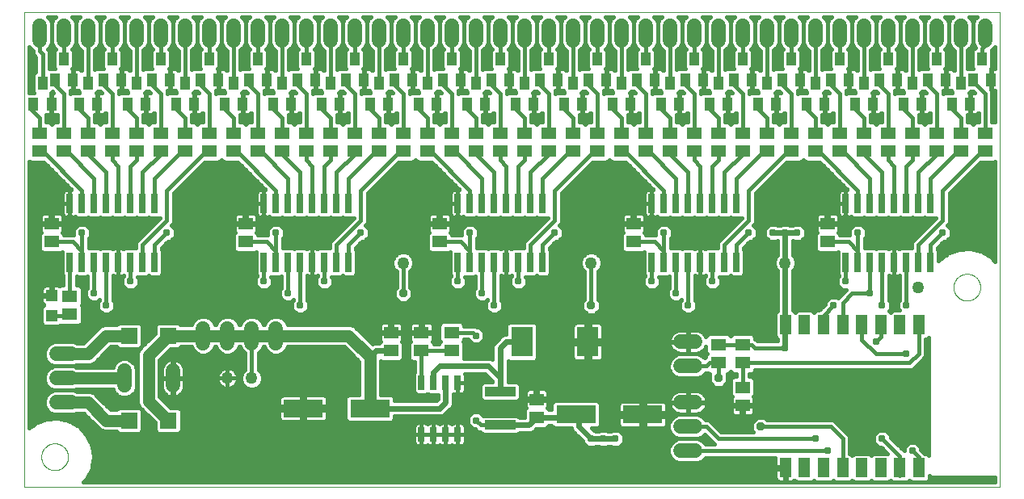
<source format=gtl>
G75*
%MOIN*%
%OFA0B0*%
%FSLAX25Y25*%
%IPPOS*%
%LPD*%
%AMOC8*
5,1,8,0,0,1.08239X$1,22.5*
%
%ADD10C,0.00000*%
%ADD11R,0.05906X0.05118*%
%ADD12R,0.02600X0.08000*%
%ADD13C,0.06000*%
%ADD14R,0.06299X0.05118*%
%ADD15R,0.04724X0.07874*%
%ADD16R,0.09055X0.12402*%
%ADD17R,0.12598X0.03937*%
%ADD18R,0.03937X0.05512*%
%ADD19R,0.07087X0.06693*%
%ADD20R,0.16339X0.07480*%
%ADD21R,0.02559X0.06004*%
%ADD22R,0.04724X0.04724*%
%ADD23C,0.05000*%
%ADD24C,0.05000*%
%ADD25C,0.02400*%
%ADD26C,0.01600*%
%ADD27OC8,0.02953*%
%ADD28OC8,0.03543*%
D10*
X0005550Y0006800D02*
X0005550Y0203001D01*
X0407971Y0203001D01*
X0407971Y0006800D01*
X0005550Y0006800D01*
X0012538Y0019300D02*
X0012540Y0019448D01*
X0012546Y0019596D01*
X0012556Y0019744D01*
X0012570Y0019891D01*
X0012588Y0020038D01*
X0012609Y0020184D01*
X0012635Y0020330D01*
X0012665Y0020475D01*
X0012698Y0020619D01*
X0012736Y0020762D01*
X0012777Y0020904D01*
X0012822Y0021045D01*
X0012870Y0021185D01*
X0012923Y0021324D01*
X0012979Y0021461D01*
X0013039Y0021596D01*
X0013102Y0021730D01*
X0013169Y0021862D01*
X0013240Y0021992D01*
X0013314Y0022120D01*
X0013391Y0022246D01*
X0013472Y0022370D01*
X0013556Y0022492D01*
X0013643Y0022611D01*
X0013734Y0022728D01*
X0013828Y0022843D01*
X0013924Y0022955D01*
X0014024Y0023065D01*
X0014126Y0023171D01*
X0014232Y0023275D01*
X0014340Y0023376D01*
X0014451Y0023474D01*
X0014564Y0023570D01*
X0014680Y0023662D01*
X0014798Y0023751D01*
X0014919Y0023836D01*
X0015042Y0023919D01*
X0015167Y0023998D01*
X0015294Y0024074D01*
X0015423Y0024146D01*
X0015554Y0024215D01*
X0015687Y0024280D01*
X0015822Y0024341D01*
X0015958Y0024399D01*
X0016095Y0024454D01*
X0016234Y0024504D01*
X0016375Y0024551D01*
X0016516Y0024594D01*
X0016659Y0024634D01*
X0016803Y0024669D01*
X0016947Y0024701D01*
X0017093Y0024728D01*
X0017239Y0024752D01*
X0017386Y0024772D01*
X0017533Y0024788D01*
X0017680Y0024800D01*
X0017828Y0024808D01*
X0017976Y0024812D01*
X0018124Y0024812D01*
X0018272Y0024808D01*
X0018420Y0024800D01*
X0018567Y0024788D01*
X0018714Y0024772D01*
X0018861Y0024752D01*
X0019007Y0024728D01*
X0019153Y0024701D01*
X0019297Y0024669D01*
X0019441Y0024634D01*
X0019584Y0024594D01*
X0019725Y0024551D01*
X0019866Y0024504D01*
X0020005Y0024454D01*
X0020142Y0024399D01*
X0020278Y0024341D01*
X0020413Y0024280D01*
X0020546Y0024215D01*
X0020677Y0024146D01*
X0020806Y0024074D01*
X0020933Y0023998D01*
X0021058Y0023919D01*
X0021181Y0023836D01*
X0021302Y0023751D01*
X0021420Y0023662D01*
X0021536Y0023570D01*
X0021649Y0023474D01*
X0021760Y0023376D01*
X0021868Y0023275D01*
X0021974Y0023171D01*
X0022076Y0023065D01*
X0022176Y0022955D01*
X0022272Y0022843D01*
X0022366Y0022728D01*
X0022457Y0022611D01*
X0022544Y0022492D01*
X0022628Y0022370D01*
X0022709Y0022246D01*
X0022786Y0022120D01*
X0022860Y0021992D01*
X0022931Y0021862D01*
X0022998Y0021730D01*
X0023061Y0021596D01*
X0023121Y0021461D01*
X0023177Y0021324D01*
X0023230Y0021185D01*
X0023278Y0021045D01*
X0023323Y0020904D01*
X0023364Y0020762D01*
X0023402Y0020619D01*
X0023435Y0020475D01*
X0023465Y0020330D01*
X0023491Y0020184D01*
X0023512Y0020038D01*
X0023530Y0019891D01*
X0023544Y0019744D01*
X0023554Y0019596D01*
X0023560Y0019448D01*
X0023562Y0019300D01*
X0023560Y0019152D01*
X0023554Y0019004D01*
X0023544Y0018856D01*
X0023530Y0018709D01*
X0023512Y0018562D01*
X0023491Y0018416D01*
X0023465Y0018270D01*
X0023435Y0018125D01*
X0023402Y0017981D01*
X0023364Y0017838D01*
X0023323Y0017696D01*
X0023278Y0017555D01*
X0023230Y0017415D01*
X0023177Y0017276D01*
X0023121Y0017139D01*
X0023061Y0017004D01*
X0022998Y0016870D01*
X0022931Y0016738D01*
X0022860Y0016608D01*
X0022786Y0016480D01*
X0022709Y0016354D01*
X0022628Y0016230D01*
X0022544Y0016108D01*
X0022457Y0015989D01*
X0022366Y0015872D01*
X0022272Y0015757D01*
X0022176Y0015645D01*
X0022076Y0015535D01*
X0021974Y0015429D01*
X0021868Y0015325D01*
X0021760Y0015224D01*
X0021649Y0015126D01*
X0021536Y0015030D01*
X0021420Y0014938D01*
X0021302Y0014849D01*
X0021181Y0014764D01*
X0021058Y0014681D01*
X0020933Y0014602D01*
X0020806Y0014526D01*
X0020677Y0014454D01*
X0020546Y0014385D01*
X0020413Y0014320D01*
X0020278Y0014259D01*
X0020142Y0014201D01*
X0020005Y0014146D01*
X0019866Y0014096D01*
X0019725Y0014049D01*
X0019584Y0014006D01*
X0019441Y0013966D01*
X0019297Y0013931D01*
X0019153Y0013899D01*
X0019007Y0013872D01*
X0018861Y0013848D01*
X0018714Y0013828D01*
X0018567Y0013812D01*
X0018420Y0013800D01*
X0018272Y0013792D01*
X0018124Y0013788D01*
X0017976Y0013788D01*
X0017828Y0013792D01*
X0017680Y0013800D01*
X0017533Y0013812D01*
X0017386Y0013828D01*
X0017239Y0013848D01*
X0017093Y0013872D01*
X0016947Y0013899D01*
X0016803Y0013931D01*
X0016659Y0013966D01*
X0016516Y0014006D01*
X0016375Y0014049D01*
X0016234Y0014096D01*
X0016095Y0014146D01*
X0015958Y0014201D01*
X0015822Y0014259D01*
X0015687Y0014320D01*
X0015554Y0014385D01*
X0015423Y0014454D01*
X0015294Y0014526D01*
X0015167Y0014602D01*
X0015042Y0014681D01*
X0014919Y0014764D01*
X0014798Y0014849D01*
X0014680Y0014938D01*
X0014564Y0015030D01*
X0014451Y0015126D01*
X0014340Y0015224D01*
X0014232Y0015325D01*
X0014126Y0015429D01*
X0014024Y0015535D01*
X0013924Y0015645D01*
X0013828Y0015757D01*
X0013734Y0015872D01*
X0013643Y0015989D01*
X0013556Y0016108D01*
X0013472Y0016230D01*
X0013391Y0016354D01*
X0013314Y0016480D01*
X0013240Y0016608D01*
X0013169Y0016738D01*
X0013102Y0016870D01*
X0013039Y0017004D01*
X0012979Y0017139D01*
X0012923Y0017276D01*
X0012870Y0017415D01*
X0012822Y0017555D01*
X0012777Y0017696D01*
X0012736Y0017838D01*
X0012698Y0017981D01*
X0012665Y0018125D01*
X0012635Y0018270D01*
X0012609Y0018416D01*
X0012588Y0018562D01*
X0012570Y0018709D01*
X0012556Y0018856D01*
X0012546Y0019004D01*
X0012540Y0019152D01*
X0012538Y0019300D01*
X0388788Y0089300D02*
X0388790Y0089448D01*
X0388796Y0089596D01*
X0388806Y0089744D01*
X0388820Y0089891D01*
X0388838Y0090038D01*
X0388859Y0090184D01*
X0388885Y0090330D01*
X0388915Y0090475D01*
X0388948Y0090619D01*
X0388986Y0090762D01*
X0389027Y0090904D01*
X0389072Y0091045D01*
X0389120Y0091185D01*
X0389173Y0091324D01*
X0389229Y0091461D01*
X0389289Y0091596D01*
X0389352Y0091730D01*
X0389419Y0091862D01*
X0389490Y0091992D01*
X0389564Y0092120D01*
X0389641Y0092246D01*
X0389722Y0092370D01*
X0389806Y0092492D01*
X0389893Y0092611D01*
X0389984Y0092728D01*
X0390078Y0092843D01*
X0390174Y0092955D01*
X0390274Y0093065D01*
X0390376Y0093171D01*
X0390482Y0093275D01*
X0390590Y0093376D01*
X0390701Y0093474D01*
X0390814Y0093570D01*
X0390930Y0093662D01*
X0391048Y0093751D01*
X0391169Y0093836D01*
X0391292Y0093919D01*
X0391417Y0093998D01*
X0391544Y0094074D01*
X0391673Y0094146D01*
X0391804Y0094215D01*
X0391937Y0094280D01*
X0392072Y0094341D01*
X0392208Y0094399D01*
X0392345Y0094454D01*
X0392484Y0094504D01*
X0392625Y0094551D01*
X0392766Y0094594D01*
X0392909Y0094634D01*
X0393053Y0094669D01*
X0393197Y0094701D01*
X0393343Y0094728D01*
X0393489Y0094752D01*
X0393636Y0094772D01*
X0393783Y0094788D01*
X0393930Y0094800D01*
X0394078Y0094808D01*
X0394226Y0094812D01*
X0394374Y0094812D01*
X0394522Y0094808D01*
X0394670Y0094800D01*
X0394817Y0094788D01*
X0394964Y0094772D01*
X0395111Y0094752D01*
X0395257Y0094728D01*
X0395403Y0094701D01*
X0395547Y0094669D01*
X0395691Y0094634D01*
X0395834Y0094594D01*
X0395975Y0094551D01*
X0396116Y0094504D01*
X0396255Y0094454D01*
X0396392Y0094399D01*
X0396528Y0094341D01*
X0396663Y0094280D01*
X0396796Y0094215D01*
X0396927Y0094146D01*
X0397056Y0094074D01*
X0397183Y0093998D01*
X0397308Y0093919D01*
X0397431Y0093836D01*
X0397552Y0093751D01*
X0397670Y0093662D01*
X0397786Y0093570D01*
X0397899Y0093474D01*
X0398010Y0093376D01*
X0398118Y0093275D01*
X0398224Y0093171D01*
X0398326Y0093065D01*
X0398426Y0092955D01*
X0398522Y0092843D01*
X0398616Y0092728D01*
X0398707Y0092611D01*
X0398794Y0092492D01*
X0398878Y0092370D01*
X0398959Y0092246D01*
X0399036Y0092120D01*
X0399110Y0091992D01*
X0399181Y0091862D01*
X0399248Y0091730D01*
X0399311Y0091596D01*
X0399371Y0091461D01*
X0399427Y0091324D01*
X0399480Y0091185D01*
X0399528Y0091045D01*
X0399573Y0090904D01*
X0399614Y0090762D01*
X0399652Y0090619D01*
X0399685Y0090475D01*
X0399715Y0090330D01*
X0399741Y0090184D01*
X0399762Y0090038D01*
X0399780Y0089891D01*
X0399794Y0089744D01*
X0399804Y0089596D01*
X0399810Y0089448D01*
X0399812Y0089300D01*
X0399810Y0089152D01*
X0399804Y0089004D01*
X0399794Y0088856D01*
X0399780Y0088709D01*
X0399762Y0088562D01*
X0399741Y0088416D01*
X0399715Y0088270D01*
X0399685Y0088125D01*
X0399652Y0087981D01*
X0399614Y0087838D01*
X0399573Y0087696D01*
X0399528Y0087555D01*
X0399480Y0087415D01*
X0399427Y0087276D01*
X0399371Y0087139D01*
X0399311Y0087004D01*
X0399248Y0086870D01*
X0399181Y0086738D01*
X0399110Y0086608D01*
X0399036Y0086480D01*
X0398959Y0086354D01*
X0398878Y0086230D01*
X0398794Y0086108D01*
X0398707Y0085989D01*
X0398616Y0085872D01*
X0398522Y0085757D01*
X0398426Y0085645D01*
X0398326Y0085535D01*
X0398224Y0085429D01*
X0398118Y0085325D01*
X0398010Y0085224D01*
X0397899Y0085126D01*
X0397786Y0085030D01*
X0397670Y0084938D01*
X0397552Y0084849D01*
X0397431Y0084764D01*
X0397308Y0084681D01*
X0397183Y0084602D01*
X0397056Y0084526D01*
X0396927Y0084454D01*
X0396796Y0084385D01*
X0396663Y0084320D01*
X0396528Y0084259D01*
X0396392Y0084201D01*
X0396255Y0084146D01*
X0396116Y0084096D01*
X0395975Y0084049D01*
X0395834Y0084006D01*
X0395691Y0083966D01*
X0395547Y0083931D01*
X0395403Y0083899D01*
X0395257Y0083872D01*
X0395111Y0083848D01*
X0394964Y0083828D01*
X0394817Y0083812D01*
X0394670Y0083800D01*
X0394522Y0083792D01*
X0394374Y0083788D01*
X0394226Y0083788D01*
X0394078Y0083792D01*
X0393930Y0083800D01*
X0393783Y0083812D01*
X0393636Y0083828D01*
X0393489Y0083848D01*
X0393343Y0083872D01*
X0393197Y0083899D01*
X0393053Y0083931D01*
X0392909Y0083966D01*
X0392766Y0084006D01*
X0392625Y0084049D01*
X0392484Y0084096D01*
X0392345Y0084146D01*
X0392208Y0084201D01*
X0392072Y0084259D01*
X0391937Y0084320D01*
X0391804Y0084385D01*
X0391673Y0084454D01*
X0391544Y0084526D01*
X0391417Y0084602D01*
X0391292Y0084681D01*
X0391169Y0084764D01*
X0391048Y0084849D01*
X0390930Y0084938D01*
X0390814Y0085030D01*
X0390701Y0085126D01*
X0390590Y0085224D01*
X0390482Y0085325D01*
X0390376Y0085429D01*
X0390274Y0085535D01*
X0390174Y0085645D01*
X0390078Y0085757D01*
X0389984Y0085872D01*
X0389893Y0085989D01*
X0389806Y0086108D01*
X0389722Y0086230D01*
X0389641Y0086354D01*
X0389564Y0086480D01*
X0389490Y0086608D01*
X0389419Y0086738D01*
X0389352Y0086870D01*
X0389289Y0087004D01*
X0389229Y0087139D01*
X0389173Y0087276D01*
X0389120Y0087415D01*
X0389072Y0087555D01*
X0389027Y0087696D01*
X0388986Y0087838D01*
X0388948Y0087981D01*
X0388915Y0088125D01*
X0388885Y0088270D01*
X0388859Y0088416D01*
X0388838Y0088562D01*
X0388820Y0088709D01*
X0388806Y0088856D01*
X0388796Y0089004D01*
X0388790Y0089152D01*
X0388788Y0089300D01*
D11*
X0336800Y0108060D03*
X0336800Y0115540D03*
X0256800Y0115540D03*
X0256800Y0108060D03*
X0176800Y0108060D03*
X0176800Y0115540D03*
X0096800Y0115540D03*
X0096800Y0108060D03*
X0156800Y0070540D03*
X0156800Y0063060D03*
X0216800Y0043040D03*
X0216800Y0035560D03*
X0301800Y0040560D03*
X0301800Y0048040D03*
X0016800Y0108060D03*
X0016800Y0115540D03*
D12*
X0024300Y0123900D03*
X0029300Y0123900D03*
X0034300Y0123900D03*
X0039300Y0123900D03*
X0044300Y0123900D03*
X0049300Y0123900D03*
X0054300Y0123900D03*
X0059300Y0123900D03*
X0104300Y0123900D03*
X0109300Y0123900D03*
X0114300Y0123900D03*
X0119300Y0123900D03*
X0124300Y0123900D03*
X0129300Y0123900D03*
X0134300Y0123900D03*
X0139300Y0123900D03*
X0184300Y0123900D03*
X0189300Y0123900D03*
X0194300Y0123900D03*
X0199300Y0123900D03*
X0204300Y0123900D03*
X0209300Y0123900D03*
X0214300Y0123900D03*
X0219300Y0123900D03*
X0264300Y0123900D03*
X0269300Y0123900D03*
X0274300Y0123900D03*
X0279300Y0123900D03*
X0284300Y0123900D03*
X0289300Y0123900D03*
X0294300Y0123900D03*
X0299300Y0123900D03*
X0344300Y0123900D03*
X0349300Y0123900D03*
X0354300Y0123900D03*
X0359300Y0123900D03*
X0364300Y0123900D03*
X0369300Y0123900D03*
X0374300Y0123900D03*
X0379300Y0123900D03*
X0379300Y0099700D03*
X0374300Y0099700D03*
X0369300Y0099700D03*
X0364300Y0099700D03*
X0359300Y0099700D03*
X0354300Y0099700D03*
X0349300Y0099700D03*
X0344300Y0099700D03*
X0299300Y0099700D03*
X0294300Y0099700D03*
X0289300Y0099700D03*
X0284300Y0099700D03*
X0279300Y0099700D03*
X0274300Y0099700D03*
X0269300Y0099700D03*
X0264300Y0099700D03*
X0219300Y0099700D03*
X0214300Y0099700D03*
X0209300Y0099700D03*
X0204300Y0099700D03*
X0199300Y0099700D03*
X0194300Y0099700D03*
X0189300Y0099700D03*
X0184300Y0099700D03*
X0139300Y0099700D03*
X0134300Y0099700D03*
X0129300Y0099700D03*
X0124300Y0099700D03*
X0119300Y0099700D03*
X0114300Y0099700D03*
X0109300Y0099700D03*
X0104300Y0099700D03*
X0059300Y0099700D03*
X0054300Y0099700D03*
X0049300Y0099700D03*
X0044300Y0099700D03*
X0039300Y0099700D03*
X0034300Y0099700D03*
X0029300Y0099700D03*
X0024300Y0099700D03*
D13*
X0079300Y0072300D02*
X0079300Y0066300D01*
X0089300Y0066300D02*
X0089300Y0072300D01*
X0099300Y0072300D02*
X0099300Y0066300D01*
X0109300Y0066300D02*
X0109300Y0072300D01*
X0066800Y0054800D02*
X0066800Y0048800D01*
X0046800Y0048800D02*
X0046800Y0054800D01*
X0024800Y0051800D02*
X0018800Y0051800D01*
X0018800Y0041800D02*
X0024800Y0041800D01*
X0024800Y0061800D02*
X0018800Y0061800D01*
X0021800Y0191300D02*
X0021800Y0197300D01*
X0031800Y0197300D02*
X0031800Y0191300D01*
X0041800Y0191300D02*
X0041800Y0197300D01*
X0051800Y0197300D02*
X0051800Y0191300D01*
X0061800Y0191300D02*
X0061800Y0197300D01*
X0071800Y0197300D02*
X0071800Y0191300D01*
X0081800Y0191300D02*
X0081800Y0197300D01*
X0091800Y0197300D02*
X0091800Y0191300D01*
X0101800Y0191300D02*
X0101800Y0197300D01*
X0111800Y0197300D02*
X0111800Y0191300D01*
X0121800Y0191300D02*
X0121800Y0197300D01*
X0131800Y0197300D02*
X0131800Y0191300D01*
X0141800Y0191300D02*
X0141800Y0197300D01*
X0151800Y0197300D02*
X0151800Y0191300D01*
X0161800Y0191300D02*
X0161800Y0197300D01*
X0171800Y0197300D02*
X0171800Y0191300D01*
X0181800Y0191300D02*
X0181800Y0197300D01*
X0191800Y0197300D02*
X0191800Y0191300D01*
X0201800Y0191300D02*
X0201800Y0197300D01*
X0211800Y0197300D02*
X0211800Y0191300D01*
X0221800Y0191300D02*
X0221800Y0197300D01*
X0231800Y0197300D02*
X0231800Y0191300D01*
X0241800Y0191300D02*
X0241800Y0197300D01*
X0251800Y0197300D02*
X0251800Y0191300D01*
X0261800Y0191300D02*
X0261800Y0197300D01*
X0271800Y0197300D02*
X0271800Y0191300D01*
X0281800Y0191300D02*
X0281800Y0197300D01*
X0291800Y0197300D02*
X0291800Y0191300D01*
X0301800Y0191300D02*
X0301800Y0197300D01*
X0311800Y0197300D02*
X0311800Y0191300D01*
X0321800Y0191300D02*
X0321800Y0197300D01*
X0331800Y0197300D02*
X0331800Y0191300D01*
X0341800Y0191300D02*
X0341800Y0197300D01*
X0351800Y0197300D02*
X0351800Y0191300D01*
X0361800Y0191300D02*
X0361800Y0197300D01*
X0371800Y0197300D02*
X0371800Y0191300D01*
X0381800Y0191300D02*
X0381800Y0197300D01*
X0391800Y0197300D02*
X0391800Y0191300D01*
X0401800Y0191300D02*
X0401800Y0197300D01*
X0282300Y0066800D02*
X0276300Y0066800D01*
X0276300Y0056800D02*
X0282300Y0056800D01*
X0282300Y0041800D02*
X0276300Y0041800D01*
X0276300Y0031800D02*
X0282300Y0031800D01*
X0282300Y0021800D02*
X0276300Y0021800D01*
X0011800Y0191300D02*
X0011800Y0197300D01*
D14*
X0011800Y0153040D03*
X0021800Y0153040D03*
X0031800Y0153040D03*
X0041800Y0153040D03*
X0051800Y0153040D03*
X0061800Y0153040D03*
X0071800Y0153040D03*
X0081800Y0153040D03*
X0091800Y0153040D03*
X0101800Y0153040D03*
X0111800Y0153040D03*
X0121800Y0153040D03*
X0131800Y0153040D03*
X0141800Y0153040D03*
X0151800Y0153040D03*
X0161800Y0153040D03*
X0171800Y0153040D03*
X0181800Y0153040D03*
X0191800Y0153040D03*
X0201800Y0153040D03*
X0211800Y0153040D03*
X0221800Y0153040D03*
X0231800Y0153040D03*
X0241800Y0153040D03*
X0251800Y0153040D03*
X0261800Y0153040D03*
X0271800Y0153040D03*
X0281800Y0153040D03*
X0291800Y0153040D03*
X0301800Y0153040D03*
X0311800Y0153040D03*
X0321800Y0153040D03*
X0331800Y0153040D03*
X0341800Y0153040D03*
X0351800Y0153040D03*
X0361800Y0153040D03*
X0371800Y0153040D03*
X0381800Y0153040D03*
X0391800Y0153040D03*
X0401800Y0153040D03*
X0401800Y0145560D03*
X0391800Y0145560D03*
X0381800Y0145560D03*
X0371800Y0145560D03*
X0361800Y0145560D03*
X0351800Y0145560D03*
X0341800Y0145560D03*
X0331800Y0145560D03*
X0321800Y0145560D03*
X0311800Y0145560D03*
X0301800Y0145560D03*
X0291800Y0145560D03*
X0281800Y0145560D03*
X0271800Y0145560D03*
X0261800Y0145560D03*
X0251800Y0145560D03*
X0241800Y0145560D03*
X0231800Y0145560D03*
X0221800Y0145560D03*
X0211800Y0145560D03*
X0201800Y0145560D03*
X0191800Y0145560D03*
X0181800Y0145560D03*
X0171800Y0145560D03*
X0161800Y0145560D03*
X0151800Y0145560D03*
X0141800Y0145560D03*
X0131800Y0145560D03*
X0121800Y0145560D03*
X0111800Y0145560D03*
X0101800Y0145560D03*
X0091800Y0145560D03*
X0081800Y0145560D03*
X0071800Y0145560D03*
X0061800Y0145560D03*
X0051800Y0145560D03*
X0041800Y0145560D03*
X0031800Y0145560D03*
X0021800Y0145560D03*
X0011800Y0145560D03*
X0024300Y0085540D03*
X0024300Y0078060D03*
X0169300Y0070540D03*
X0169300Y0063060D03*
X0181800Y0063060D03*
X0181800Y0070540D03*
X0291800Y0065540D03*
X0301800Y0065540D03*
X0301800Y0058060D03*
X0291800Y0058060D03*
D15*
X0319398Y0073828D03*
X0327272Y0073828D03*
X0335146Y0073828D03*
X0343020Y0073828D03*
X0350894Y0073828D03*
X0358769Y0073828D03*
X0366643Y0073828D03*
X0374517Y0073828D03*
X0374517Y0014772D03*
X0366643Y0014772D03*
X0358769Y0014772D03*
X0350894Y0014772D03*
X0343020Y0014772D03*
X0335146Y0014772D03*
X0327272Y0014772D03*
X0319398Y0014772D03*
D16*
X0237883Y0066800D03*
X0210717Y0066800D03*
D17*
X0201800Y0046190D03*
X0201800Y0032410D03*
D18*
X0195540Y0164969D03*
X0188060Y0164969D03*
X0175540Y0164969D03*
X0168060Y0164969D03*
X0155540Y0164969D03*
X0148060Y0164969D03*
X0135540Y0164969D03*
X0128060Y0164969D03*
X0115540Y0164969D03*
X0108060Y0164969D03*
X0095540Y0164969D03*
X0088060Y0164969D03*
X0075540Y0164969D03*
X0068060Y0164969D03*
X0055540Y0164969D03*
X0048060Y0164969D03*
X0035540Y0164969D03*
X0028060Y0164969D03*
X0016790Y0164969D03*
X0009310Y0164969D03*
X0013050Y0173631D03*
X0018060Y0174969D03*
X0025540Y0174969D03*
X0031800Y0173631D03*
X0038060Y0174969D03*
X0045540Y0174969D03*
X0051800Y0173631D03*
X0058060Y0174969D03*
X0065540Y0174969D03*
X0071800Y0173631D03*
X0078060Y0174969D03*
X0085540Y0174969D03*
X0091800Y0173631D03*
X0098060Y0174969D03*
X0105540Y0174969D03*
X0111800Y0173631D03*
X0118060Y0174969D03*
X0125540Y0174969D03*
X0131800Y0173631D03*
X0138060Y0174969D03*
X0145540Y0174969D03*
X0151800Y0173631D03*
X0158060Y0174969D03*
X0165540Y0174969D03*
X0171800Y0173631D03*
X0178060Y0174969D03*
X0185540Y0174969D03*
X0191800Y0173631D03*
X0198060Y0174969D03*
X0205540Y0174969D03*
X0211800Y0173631D03*
X0218060Y0174969D03*
X0225540Y0174969D03*
X0231800Y0173631D03*
X0238060Y0174969D03*
X0245540Y0174969D03*
X0251800Y0173631D03*
X0258060Y0174969D03*
X0265540Y0174969D03*
X0271800Y0173631D03*
X0278060Y0174969D03*
X0285540Y0174969D03*
X0291800Y0173631D03*
X0298060Y0174969D03*
X0305540Y0174969D03*
X0311800Y0173631D03*
X0318060Y0174969D03*
X0325540Y0174969D03*
X0331800Y0173631D03*
X0338060Y0174969D03*
X0345540Y0174969D03*
X0351800Y0173631D03*
X0358060Y0174969D03*
X0365540Y0174969D03*
X0371800Y0173631D03*
X0378060Y0174969D03*
X0385540Y0174969D03*
X0391800Y0173631D03*
X0396810Y0174969D03*
X0404290Y0174969D03*
X0395540Y0164969D03*
X0388060Y0164969D03*
X0375540Y0164969D03*
X0368060Y0164969D03*
X0355540Y0164969D03*
X0348060Y0164969D03*
X0335540Y0164969D03*
X0328060Y0164969D03*
X0315540Y0164969D03*
X0308060Y0164969D03*
X0295540Y0164969D03*
X0288060Y0164969D03*
X0275540Y0164969D03*
X0268060Y0164969D03*
X0255540Y0164969D03*
X0248060Y0164969D03*
X0235540Y0164969D03*
X0228060Y0164969D03*
X0215540Y0164969D03*
X0208060Y0164969D03*
X0201800Y0183631D03*
X0181800Y0183631D03*
X0161800Y0183631D03*
X0141800Y0183631D03*
X0121800Y0183631D03*
X0101800Y0183631D03*
X0081800Y0183631D03*
X0061800Y0183631D03*
X0041800Y0183631D03*
X0021800Y0183631D03*
X0221800Y0183631D03*
X0241800Y0183631D03*
X0261800Y0183631D03*
X0281800Y0183631D03*
X0301800Y0183631D03*
X0321800Y0183631D03*
X0341800Y0183631D03*
X0361800Y0183631D03*
X0381800Y0183631D03*
X0400550Y0183631D03*
D19*
X0064871Y0069300D03*
X0048729Y0069300D03*
X0048729Y0034300D03*
X0064871Y0034300D03*
D20*
X0120520Y0039300D03*
X0148080Y0039300D03*
X0233020Y0036800D03*
X0260580Y0036800D03*
D21*
X0184300Y0028623D03*
X0179300Y0028623D03*
X0174300Y0028623D03*
X0169300Y0028623D03*
X0169300Y0049977D03*
X0174300Y0049977D03*
X0179300Y0049977D03*
X0184300Y0049977D03*
D22*
X0016800Y0077666D03*
X0016800Y0085934D03*
D23*
X0089300Y0051800D03*
X0099300Y0051800D03*
X0161800Y0099300D03*
X0239300Y0099300D03*
X0319300Y0099300D03*
X0374300Y0089300D03*
D24*
X0148080Y0060520D02*
X0148080Y0039300D01*
X0148080Y0060520D02*
X0139300Y0069300D01*
X0109300Y0069300D01*
X0101800Y0069300D01*
X0099300Y0069300D01*
X0089300Y0069300D01*
X0079300Y0069300D01*
X0064871Y0069300D01*
X0056800Y0061229D01*
X0056800Y0042371D01*
X0064871Y0034300D01*
X0048729Y0034300D02*
X0039300Y0034300D01*
X0031800Y0041800D01*
X0021800Y0041800D01*
X0021800Y0051800D02*
X0046800Y0051800D01*
X0031800Y0061800D02*
X0039300Y0069300D01*
X0048729Y0069300D01*
X0031800Y0061800D02*
X0021800Y0061800D01*
D25*
X0148080Y0060520D02*
X0150619Y0063060D01*
X0156800Y0063060D01*
X0174300Y0054300D02*
X0176800Y0056800D01*
X0196800Y0056800D01*
X0201800Y0051800D01*
X0201800Y0064300D01*
X0204300Y0066800D01*
X0210717Y0066800D01*
X0201800Y0051800D02*
X0201800Y0046190D01*
X0213650Y0032410D02*
X0216800Y0035560D01*
X0231780Y0035560D01*
X0233020Y0036800D01*
X0234300Y0036800D02*
X0234300Y0031800D01*
X0239300Y0026800D01*
X0249300Y0026800D01*
X0213650Y0032410D02*
X0201800Y0032410D01*
X0179300Y0041800D02*
X0176800Y0039300D01*
X0148080Y0039300D01*
X0174300Y0049977D02*
X0174300Y0054300D01*
X0179300Y0049977D02*
X0179300Y0041800D01*
X0314300Y0111800D02*
X0319300Y0111800D01*
X0324300Y0111800D01*
X0319300Y0111800D02*
X0319300Y0064300D01*
D26*
X0306800Y0064300D01*
X0305560Y0065540D01*
X0301800Y0065540D01*
X0291800Y0065540D01*
X0286650Y0064765D02*
X0286405Y0064284D01*
X0285961Y0063673D01*
X0285427Y0063139D01*
X0284816Y0062695D01*
X0284143Y0062352D01*
X0283424Y0062118D01*
X0282678Y0062000D01*
X0279500Y0062000D01*
X0279500Y0066600D01*
X0279100Y0066600D01*
X0279100Y0062000D01*
X0275922Y0062000D01*
X0275176Y0062118D01*
X0274457Y0062352D01*
X0273784Y0062695D01*
X0273173Y0063139D01*
X0272639Y0063673D01*
X0272195Y0064284D01*
X0271852Y0064957D01*
X0271618Y0065676D01*
X0271500Y0066422D01*
X0271500Y0066600D01*
X0279100Y0066600D01*
X0279100Y0067000D01*
X0279100Y0071600D01*
X0275922Y0071600D01*
X0275176Y0071482D01*
X0274457Y0071248D01*
X0273784Y0070905D01*
X0273173Y0070461D01*
X0272639Y0069927D01*
X0272195Y0069316D01*
X0271852Y0068643D01*
X0271618Y0067924D01*
X0271500Y0067178D01*
X0271500Y0067000D01*
X0279100Y0067000D01*
X0279500Y0067000D01*
X0279500Y0071600D01*
X0282678Y0071600D01*
X0283424Y0071482D01*
X0284143Y0071248D01*
X0284816Y0070905D01*
X0285427Y0070461D01*
X0285961Y0069927D01*
X0286405Y0069316D01*
X0286650Y0068835D01*
X0286650Y0068928D01*
X0287822Y0070099D01*
X0295778Y0070099D01*
X0296800Y0069077D01*
X0297822Y0070099D01*
X0305778Y0070099D01*
X0306950Y0068928D01*
X0306950Y0067995D01*
X0307146Y0067914D01*
X0307960Y0067100D01*
X0316100Y0067100D01*
X0316100Y0067998D01*
X0315036Y0069062D01*
X0315036Y0078593D01*
X0316100Y0079657D01*
X0316100Y0096136D01*
X0315485Y0096751D01*
X0314800Y0098405D01*
X0314800Y0100195D01*
X0315485Y0101849D01*
X0316100Y0102464D01*
X0316100Y0108600D01*
X0316016Y0108600D01*
X0315740Y0108324D01*
X0312860Y0108324D01*
X0310824Y0110360D01*
X0310824Y0113240D01*
X0312860Y0115276D01*
X0315740Y0115276D01*
X0316016Y0115000D01*
X0317584Y0115000D01*
X0317860Y0115276D01*
X0320740Y0115276D01*
X0321016Y0115000D01*
X0322584Y0115000D01*
X0322860Y0115276D01*
X0325740Y0115276D01*
X0327776Y0113240D01*
X0327776Y0110360D01*
X0325740Y0108324D01*
X0322860Y0108324D01*
X0322584Y0108600D01*
X0322500Y0108600D01*
X0322500Y0102464D01*
X0323115Y0101849D01*
X0323800Y0100195D01*
X0323800Y0098405D01*
X0323115Y0096751D01*
X0322500Y0096136D01*
X0322500Y0079765D01*
X0322589Y0079765D01*
X0323335Y0079018D01*
X0324082Y0079765D01*
X0330463Y0079765D01*
X0331209Y0079018D01*
X0331956Y0079765D01*
X0333305Y0079765D01*
X0335824Y0082283D01*
X0335824Y0083240D01*
X0337860Y0085276D01*
X0340740Y0085276D01*
X0341028Y0084988D01*
X0344364Y0088324D01*
X0342860Y0088324D01*
X0340824Y0090360D01*
X0340824Y0093240D01*
X0341500Y0093916D01*
X0341500Y0094372D01*
X0341000Y0094872D01*
X0341000Y0103920D01*
X0340581Y0103501D01*
X0333019Y0103501D01*
X0331847Y0104672D01*
X0331847Y0111447D01*
X0332359Y0111959D01*
X0332170Y0112286D01*
X0332047Y0112744D01*
X0332047Y0115061D01*
X0336320Y0115061D01*
X0336320Y0116020D01*
X0332047Y0116020D01*
X0332047Y0118336D01*
X0332170Y0118794D01*
X0332407Y0119204D01*
X0332742Y0119540D01*
X0333152Y0119777D01*
X0333610Y0119899D01*
X0336320Y0119899D01*
X0336320Y0116020D01*
X0337280Y0116020D01*
X0341553Y0116020D01*
X0341553Y0118336D01*
X0341430Y0118794D01*
X0341193Y0119204D01*
X0340858Y0119540D01*
X0340448Y0119777D01*
X0339990Y0119899D01*
X0337280Y0119899D01*
X0337280Y0116020D01*
X0337280Y0115061D01*
X0341553Y0115061D01*
X0341553Y0112744D01*
X0341430Y0112286D01*
X0341241Y0111959D01*
X0341753Y0111447D01*
X0341753Y0110860D01*
X0345824Y0110860D01*
X0345824Y0113240D01*
X0347860Y0115276D01*
X0350740Y0115276D01*
X0352776Y0113240D01*
X0352776Y0110360D01*
X0352100Y0109684D01*
X0352100Y0105628D01*
X0352172Y0105700D01*
X0356428Y0105700D01*
X0356800Y0105328D01*
X0357172Y0105700D01*
X0361428Y0105700D01*
X0361954Y0105174D01*
X0362305Y0105377D01*
X0362763Y0105500D01*
X0364300Y0105500D01*
X0364300Y0099700D01*
X0364300Y0114300D01*
X0361800Y0116800D01*
X0346800Y0116800D01*
X0344300Y0119300D01*
X0344300Y0123900D01*
X0344300Y0123900D01*
X0344300Y0129700D01*
X0344940Y0129700D01*
X0333639Y0141001D01*
X0327822Y0141001D01*
X0326800Y0142023D01*
X0325778Y0141001D01*
X0319961Y0141001D01*
X0307100Y0128140D01*
X0307100Y0116243D01*
X0306674Y0115214D01*
X0306238Y0114778D01*
X0307776Y0113240D01*
X0307776Y0110360D01*
X0305740Y0108324D01*
X0304783Y0108324D01*
X0302100Y0105640D01*
X0302100Y0105028D01*
X0302600Y0104528D01*
X0302600Y0094872D01*
X0301428Y0093700D01*
X0297172Y0093700D01*
X0296800Y0094072D01*
X0296428Y0093700D01*
X0292316Y0093700D01*
X0292776Y0093240D01*
X0292776Y0090360D01*
X0290740Y0088324D01*
X0287860Y0088324D01*
X0285824Y0090360D01*
X0285824Y0093240D01*
X0286500Y0093916D01*
X0286500Y0094141D01*
X0286295Y0094023D01*
X0285837Y0093900D01*
X0284300Y0093900D01*
X0284300Y0099700D01*
X0284300Y0114300D01*
X0281800Y0116800D01*
X0266800Y0116800D01*
X0264300Y0119300D01*
X0260540Y0115540D01*
X0256800Y0115540D01*
X0257280Y0115499D02*
X0299039Y0115499D01*
X0300637Y0117097D02*
X0261553Y0117097D01*
X0261553Y0116020D02*
X0261553Y0118336D01*
X0261430Y0118794D01*
X0261193Y0119204D01*
X0260858Y0119540D01*
X0260448Y0119777D01*
X0259990Y0119899D01*
X0257280Y0119899D01*
X0257280Y0116020D01*
X0261553Y0116020D01*
X0261553Y0115061D02*
X0257280Y0115061D01*
X0257280Y0116020D01*
X0256320Y0116020D01*
X0256320Y0115061D01*
X0252047Y0115061D01*
X0252047Y0112744D01*
X0252170Y0112286D01*
X0252359Y0111959D01*
X0251847Y0111447D01*
X0251847Y0104672D01*
X0253019Y0103501D01*
X0260581Y0103501D01*
X0261000Y0103920D01*
X0261000Y0094872D01*
X0261500Y0094372D01*
X0261500Y0093916D01*
X0260824Y0093240D01*
X0260824Y0090360D01*
X0262860Y0088324D01*
X0265740Y0088324D01*
X0267776Y0090360D01*
X0267776Y0093240D01*
X0267316Y0093700D01*
X0271428Y0093700D01*
X0271500Y0093772D01*
X0271500Y0088916D01*
X0270824Y0088240D01*
X0270824Y0085360D01*
X0272860Y0083324D01*
X0275740Y0083324D01*
X0276500Y0084084D01*
X0276500Y0083916D01*
X0275824Y0083240D01*
X0275824Y0080360D01*
X0277860Y0078324D01*
X0280740Y0078324D01*
X0282776Y0080360D01*
X0282776Y0083240D01*
X0282100Y0083916D01*
X0282100Y0094141D01*
X0282305Y0094023D01*
X0282763Y0093900D01*
X0284300Y0093900D01*
X0284300Y0099700D01*
X0284300Y0099700D01*
X0284300Y0105500D01*
X0285837Y0105500D01*
X0286295Y0105377D01*
X0286646Y0105174D01*
X0287172Y0105700D01*
X0291428Y0105700D01*
X0291500Y0105628D01*
X0291500Y0107357D01*
X0291926Y0108386D01*
X0301500Y0117960D01*
X0301500Y0117972D01*
X0301428Y0117900D01*
X0297172Y0117900D01*
X0296800Y0118272D01*
X0296428Y0117900D01*
X0292172Y0117900D01*
X0291800Y0118272D01*
X0291428Y0117900D01*
X0287172Y0117900D01*
X0286800Y0118272D01*
X0286428Y0117900D01*
X0282172Y0117900D01*
X0281800Y0118272D01*
X0281428Y0117900D01*
X0277172Y0117900D01*
X0276800Y0118272D01*
X0276428Y0117900D01*
X0272172Y0117900D01*
X0271800Y0118272D01*
X0271428Y0117900D01*
X0267172Y0117900D01*
X0266646Y0118425D01*
X0266295Y0118223D01*
X0265837Y0118100D01*
X0264300Y0118100D01*
X0264300Y0123900D01*
X0264300Y0119300D01*
X0264300Y0118696D02*
X0264300Y0118696D01*
X0264300Y0118100D02*
X0264300Y0123900D01*
X0264300Y0123900D01*
X0264300Y0129700D01*
X0264940Y0129700D01*
X0253639Y0141001D01*
X0247822Y0141001D01*
X0246800Y0142023D01*
X0245778Y0141001D01*
X0239961Y0141001D01*
X0227100Y0128140D01*
X0227100Y0116243D01*
X0226674Y0115214D01*
X0226238Y0114778D01*
X0227776Y0113240D01*
X0227776Y0110360D01*
X0225740Y0108324D01*
X0224783Y0108324D01*
X0222100Y0105640D01*
X0222100Y0105028D01*
X0222600Y0104528D01*
X0222600Y0094872D01*
X0221428Y0093700D01*
X0217172Y0093700D01*
X0216800Y0094072D01*
X0216428Y0093700D01*
X0212316Y0093700D01*
X0212776Y0093240D01*
X0212776Y0090360D01*
X0210740Y0088324D01*
X0207860Y0088324D01*
X0205824Y0090360D01*
X0205824Y0093240D01*
X0206500Y0093916D01*
X0206500Y0094141D01*
X0206295Y0094023D01*
X0205837Y0093900D01*
X0204300Y0093900D01*
X0204300Y0099700D01*
X0204300Y0114300D01*
X0201800Y0116800D01*
X0186800Y0116800D01*
X0184300Y0119300D01*
X0184300Y0123900D01*
X0184300Y0123900D01*
X0184300Y0129700D01*
X0184940Y0129700D01*
X0173639Y0141001D01*
X0167822Y0141001D01*
X0166800Y0142023D01*
X0165778Y0141001D01*
X0159961Y0141001D01*
X0147100Y0128140D01*
X0147100Y0116243D01*
X0146674Y0115214D01*
X0146238Y0114778D01*
X0147776Y0113240D01*
X0147776Y0110360D01*
X0145740Y0108324D01*
X0144783Y0108324D01*
X0142100Y0105640D01*
X0142100Y0105028D01*
X0142600Y0104528D01*
X0142600Y0094872D01*
X0141428Y0093700D01*
X0137172Y0093700D01*
X0136800Y0094072D01*
X0136428Y0093700D01*
X0132316Y0093700D01*
X0132776Y0093240D01*
X0132776Y0090360D01*
X0130740Y0088324D01*
X0127860Y0088324D01*
X0125824Y0090360D01*
X0125824Y0093240D01*
X0126500Y0093916D01*
X0126500Y0094141D01*
X0126295Y0094023D01*
X0125837Y0093900D01*
X0124300Y0093900D01*
X0124300Y0099700D01*
X0124300Y0114300D01*
X0121800Y0116800D01*
X0106800Y0116800D01*
X0104300Y0119300D01*
X0100540Y0115540D01*
X0096800Y0115540D01*
X0097280Y0115499D02*
X0139039Y0115499D01*
X0140637Y0117097D02*
X0101553Y0117097D01*
X0101553Y0116020D02*
X0101553Y0118336D01*
X0101430Y0118794D01*
X0101193Y0119204D01*
X0100858Y0119540D01*
X0100448Y0119777D01*
X0099990Y0119899D01*
X0097280Y0119899D01*
X0097280Y0116020D01*
X0101553Y0116020D01*
X0101553Y0115061D02*
X0097280Y0115061D01*
X0097280Y0116020D01*
X0096320Y0116020D01*
X0096320Y0115061D01*
X0092047Y0115061D01*
X0092047Y0112744D01*
X0092170Y0112286D01*
X0092359Y0111959D01*
X0091847Y0111447D01*
X0091847Y0104672D01*
X0093019Y0103501D01*
X0100581Y0103501D01*
X0101000Y0103920D01*
X0101000Y0094872D01*
X0101500Y0094372D01*
X0101500Y0093916D01*
X0100824Y0093240D01*
X0100824Y0090360D01*
X0102860Y0088324D01*
X0105740Y0088324D01*
X0107776Y0090360D01*
X0107776Y0093240D01*
X0107316Y0093700D01*
X0111428Y0093700D01*
X0111500Y0093772D01*
X0111500Y0088916D01*
X0110824Y0088240D01*
X0110824Y0085360D01*
X0112860Y0083324D01*
X0115740Y0083324D01*
X0116500Y0084084D01*
X0116500Y0083916D01*
X0115824Y0083240D01*
X0115824Y0080360D01*
X0117860Y0078324D01*
X0120740Y0078324D01*
X0122776Y0080360D01*
X0122776Y0083240D01*
X0122100Y0083916D01*
X0122100Y0094141D01*
X0122305Y0094023D01*
X0122763Y0093900D01*
X0124300Y0093900D01*
X0124300Y0099700D01*
X0124300Y0099700D01*
X0124300Y0105500D01*
X0125837Y0105500D01*
X0126295Y0105377D01*
X0126646Y0105174D01*
X0127172Y0105700D01*
X0131428Y0105700D01*
X0131500Y0105628D01*
X0131500Y0107357D01*
X0131926Y0108386D01*
X0141500Y0117960D01*
X0141500Y0117972D01*
X0141428Y0117900D01*
X0137172Y0117900D01*
X0136800Y0118272D01*
X0136428Y0117900D01*
X0132172Y0117900D01*
X0131800Y0118272D01*
X0131428Y0117900D01*
X0127172Y0117900D01*
X0126800Y0118272D01*
X0126428Y0117900D01*
X0122172Y0117900D01*
X0121800Y0118272D01*
X0121428Y0117900D01*
X0117172Y0117900D01*
X0116800Y0118272D01*
X0116428Y0117900D01*
X0112172Y0117900D01*
X0111800Y0118272D01*
X0111428Y0117900D01*
X0107172Y0117900D01*
X0106646Y0118425D01*
X0106295Y0118223D01*
X0105837Y0118100D01*
X0104300Y0118100D01*
X0104300Y0123900D01*
X0104300Y0119300D01*
X0104300Y0118696D02*
X0104300Y0118696D01*
X0104300Y0118100D02*
X0104300Y0123900D01*
X0104300Y0123900D01*
X0104300Y0129700D01*
X0104940Y0129700D01*
X0093639Y0141001D01*
X0087822Y0141001D01*
X0086800Y0142023D01*
X0085778Y0141001D01*
X0079961Y0141001D01*
X0067100Y0128140D01*
X0067100Y0116243D01*
X0066674Y0115214D01*
X0066238Y0114778D01*
X0067776Y0113240D01*
X0067776Y0110360D01*
X0065740Y0108324D01*
X0064783Y0108324D01*
X0062100Y0105640D01*
X0062100Y0105028D01*
X0062600Y0104528D01*
X0062600Y0094872D01*
X0061428Y0093700D01*
X0057172Y0093700D01*
X0056800Y0094072D01*
X0056428Y0093700D01*
X0052316Y0093700D01*
X0052776Y0093240D01*
X0052776Y0090360D01*
X0050740Y0088324D01*
X0047860Y0088324D01*
X0045824Y0090360D01*
X0045824Y0093240D01*
X0046500Y0093916D01*
X0046500Y0094141D01*
X0046295Y0094023D01*
X0045837Y0093900D01*
X0044300Y0093900D01*
X0044300Y0099700D01*
X0044300Y0114300D01*
X0041800Y0116800D01*
X0026800Y0116800D01*
X0024300Y0119300D01*
X0024300Y0123900D01*
X0024300Y0123900D01*
X0024300Y0129700D01*
X0024940Y0129700D01*
X0013639Y0141001D01*
X0007822Y0141001D01*
X0007550Y0141273D01*
X0007550Y0031163D01*
X0010050Y0033156D01*
X0010050Y0033156D01*
X0014490Y0034899D01*
X0019246Y0035255D01*
X0019246Y0035255D01*
X0023895Y0034194D01*
X0023895Y0034194D01*
X0028026Y0031809D01*
X0028026Y0031809D01*
X0031270Y0028313D01*
X0031270Y0028313D01*
X0033339Y0024016D01*
X0033339Y0024016D01*
X0034050Y0019300D01*
X0033339Y0014584D01*
X0033339Y0014584D01*
X0031270Y0010287D01*
X0031270Y0010287D01*
X0029890Y0008800D01*
X0405971Y0008800D01*
X0405971Y0010804D01*
X0379594Y0010804D01*
X0378879Y0011519D01*
X0378879Y0010007D01*
X0377707Y0008835D01*
X0371326Y0008835D01*
X0370580Y0009582D01*
X0369833Y0008835D01*
X0363452Y0008835D01*
X0362705Y0009582D01*
X0361959Y0008835D01*
X0355578Y0008835D01*
X0354831Y0009582D01*
X0354085Y0008835D01*
X0347704Y0008835D01*
X0346957Y0009582D01*
X0346211Y0008835D01*
X0339830Y0008835D01*
X0339083Y0009582D01*
X0338337Y0008835D01*
X0331956Y0008835D01*
X0331209Y0009582D01*
X0330463Y0008835D01*
X0324082Y0008835D01*
X0323194Y0009723D01*
X0322866Y0009395D01*
X0322455Y0009158D01*
X0321998Y0009035D01*
X0319780Y0009035D01*
X0319780Y0014391D01*
X0319017Y0014391D01*
X0319017Y0009035D01*
X0316799Y0009035D01*
X0316341Y0009158D01*
X0315931Y0009395D01*
X0315596Y0009730D01*
X0315359Y0010141D01*
X0315236Y0010598D01*
X0315236Y0014391D01*
X0319017Y0014391D01*
X0319017Y0015154D01*
X0315236Y0015154D01*
X0315236Y0018946D01*
X0315251Y0019000D01*
X0286552Y0019000D01*
X0286539Y0018968D01*
X0285132Y0017561D01*
X0283295Y0016800D01*
X0275305Y0016800D01*
X0273468Y0017561D01*
X0272061Y0018968D01*
X0271300Y0020805D01*
X0271300Y0022795D01*
X0272061Y0024632D01*
X0273468Y0026039D01*
X0275305Y0026800D01*
X0283295Y0026800D01*
X0285132Y0026039D01*
X0286539Y0024632D01*
X0286552Y0024600D01*
X0290040Y0024600D01*
X0286106Y0028535D01*
X0285132Y0027561D01*
X0283295Y0026800D01*
X0275305Y0026800D01*
X0273468Y0027561D01*
X0272061Y0028968D01*
X0271300Y0030805D01*
X0271300Y0032795D01*
X0272061Y0034632D01*
X0273468Y0036039D01*
X0275305Y0036800D01*
X0283295Y0036800D01*
X0285132Y0036039D01*
X0286539Y0034632D01*
X0286552Y0034600D01*
X0287357Y0034600D01*
X0288386Y0034174D01*
X0289174Y0033386D01*
X0292960Y0029600D01*
X0306166Y0029600D01*
X0305528Y0030238D01*
X0305528Y0033362D01*
X0307738Y0035572D01*
X0310862Y0035572D01*
X0311834Y0034600D01*
X0338577Y0034600D01*
X0339607Y0034174D01*
X0340394Y0033386D01*
X0340394Y0033386D01*
X0344607Y0029174D01*
X0344607Y0029174D01*
X0345394Y0028386D01*
X0345820Y0027357D01*
X0345820Y0020709D01*
X0346211Y0020709D01*
X0346957Y0019963D01*
X0347704Y0020709D01*
X0354085Y0020709D01*
X0354831Y0019963D01*
X0355578Y0020709D01*
X0361431Y0020709D01*
X0358817Y0023324D01*
X0357860Y0023324D01*
X0355824Y0025360D01*
X0355824Y0028240D01*
X0357860Y0030276D01*
X0360740Y0030276D01*
X0362776Y0028240D01*
X0362776Y0027283D01*
X0368324Y0021736D01*
X0368324Y0023240D01*
X0370360Y0025276D01*
X0373240Y0025276D01*
X0375276Y0023240D01*
X0375276Y0022283D01*
X0376850Y0020709D01*
X0377707Y0020709D01*
X0378422Y0019995D01*
X0378422Y0068605D01*
X0377707Y0067891D01*
X0377317Y0067891D01*
X0377317Y0061460D01*
X0376890Y0060430D01*
X0376103Y0059643D01*
X0372146Y0055686D01*
X0371117Y0055260D01*
X0306950Y0055260D01*
X0306950Y0054672D01*
X0305778Y0053501D01*
X0304600Y0053501D01*
X0304600Y0052599D01*
X0305581Y0052599D01*
X0306753Y0051428D01*
X0306753Y0044653D01*
X0306241Y0044141D01*
X0306430Y0043814D01*
X0306553Y0043356D01*
X0306553Y0041039D01*
X0302280Y0041039D01*
X0302280Y0040080D01*
X0306553Y0040080D01*
X0306553Y0037764D01*
X0306430Y0037306D01*
X0306193Y0036896D01*
X0305858Y0036560D01*
X0305448Y0036323D01*
X0304990Y0036201D01*
X0302280Y0036201D01*
X0302280Y0040080D01*
X0301320Y0040080D01*
X0297047Y0040080D01*
X0297047Y0037764D01*
X0297170Y0037306D01*
X0297407Y0036896D01*
X0297742Y0036560D01*
X0298152Y0036323D01*
X0298610Y0036201D01*
X0301320Y0036201D01*
X0301320Y0040080D01*
X0301320Y0041039D01*
X0297047Y0041039D01*
X0297047Y0043356D01*
X0297170Y0043814D01*
X0297359Y0044141D01*
X0296847Y0044653D01*
X0296847Y0051428D01*
X0298019Y0052599D01*
X0299000Y0052599D01*
X0299000Y0053501D01*
X0297822Y0053501D01*
X0296800Y0054523D01*
X0295778Y0053501D01*
X0295433Y0053501D01*
X0295572Y0053362D01*
X0295572Y0050238D01*
X0293362Y0048028D01*
X0290238Y0048028D01*
X0288028Y0050238D01*
X0288028Y0053362D01*
X0288167Y0053501D01*
X0287822Y0053501D01*
X0287323Y0054000D01*
X0286552Y0054000D01*
X0286539Y0053968D01*
X0285132Y0052561D01*
X0283295Y0051800D01*
X0275305Y0051800D01*
X0273468Y0052561D01*
X0272061Y0053968D01*
X0271300Y0055805D01*
X0271300Y0057795D01*
X0272061Y0059632D01*
X0273468Y0061039D01*
X0275305Y0061800D01*
X0283295Y0061800D01*
X0285132Y0061039D01*
X0286106Y0060065D01*
X0286474Y0060434D01*
X0286650Y0060507D01*
X0286650Y0061447D01*
X0287003Y0061800D01*
X0286650Y0062153D01*
X0286650Y0064765D01*
X0286650Y0064346D02*
X0286437Y0064346D01*
X0286650Y0062748D02*
X0284889Y0062748D01*
X0284865Y0061149D02*
X0286650Y0061149D01*
X0288060Y0058060D02*
X0286800Y0056800D01*
X0279300Y0056800D01*
X0273735Y0061149D02*
X0244210Y0061149D01*
X0244210Y0060362D02*
X0244210Y0066000D01*
X0238683Y0066000D01*
X0238683Y0067600D01*
X0244210Y0067600D01*
X0244210Y0073238D01*
X0244088Y0073696D01*
X0243851Y0074106D01*
X0243515Y0074441D01*
X0243105Y0074678D01*
X0242647Y0074801D01*
X0238683Y0074801D01*
X0238683Y0067600D01*
X0237083Y0067600D01*
X0237083Y0074801D01*
X0233118Y0074801D01*
X0232660Y0074678D01*
X0232250Y0074441D01*
X0231915Y0074106D01*
X0231678Y0073696D01*
X0231555Y0073238D01*
X0231555Y0067600D01*
X0237083Y0067600D01*
X0237083Y0066000D01*
X0238683Y0066000D01*
X0238683Y0058799D01*
X0242647Y0058799D01*
X0243105Y0058922D01*
X0243515Y0059159D01*
X0243851Y0059494D01*
X0244088Y0059904D01*
X0244210Y0060362D01*
X0243883Y0059551D02*
X0272027Y0059551D01*
X0271365Y0057952D02*
X0205000Y0057952D01*
X0205361Y0058599D02*
X0216073Y0058599D01*
X0217245Y0059771D01*
X0217245Y0073829D01*
X0216073Y0075001D01*
X0205361Y0075001D01*
X0204190Y0073829D01*
X0204190Y0070000D01*
X0203663Y0070000D01*
X0202487Y0069513D01*
X0199987Y0067013D01*
X0199087Y0066113D01*
X0198600Y0064937D01*
X0198600Y0059518D01*
X0197437Y0060000D01*
X0186950Y0060000D01*
X0186950Y0066447D01*
X0186597Y0066800D01*
X0186950Y0067153D01*
X0186950Y0067740D01*
X0188444Y0067740D01*
X0190360Y0065824D01*
X0193240Y0065824D01*
X0195276Y0067860D01*
X0195276Y0070740D01*
X0193240Y0072776D01*
X0192283Y0072776D01*
X0192146Y0072914D01*
X0191117Y0073340D01*
X0186950Y0073340D01*
X0186950Y0073928D01*
X0185778Y0075099D01*
X0177822Y0075099D01*
X0176650Y0073928D01*
X0176650Y0067153D01*
X0177003Y0066800D01*
X0176650Y0066447D01*
X0176650Y0065860D01*
X0174450Y0065860D01*
X0174450Y0066447D01*
X0173938Y0066959D01*
X0174127Y0067286D01*
X0174250Y0067744D01*
X0174250Y0070061D01*
X0169780Y0070061D01*
X0169780Y0071020D01*
X0174250Y0071020D01*
X0174250Y0073336D01*
X0174127Y0073794D01*
X0173890Y0074204D01*
X0173555Y0074540D01*
X0173144Y0074777D01*
X0172687Y0074899D01*
X0169780Y0074899D01*
X0169780Y0071020D01*
X0168820Y0071020D01*
X0168820Y0070061D01*
X0164350Y0070061D01*
X0164350Y0067744D01*
X0164473Y0067286D01*
X0164662Y0066959D01*
X0164150Y0066447D01*
X0164150Y0059672D01*
X0165322Y0058501D01*
X0166500Y0058501D01*
X0166500Y0054287D01*
X0166020Y0053808D01*
X0166020Y0046147D01*
X0167192Y0044975D01*
X0171408Y0044975D01*
X0171800Y0045367D01*
X0172192Y0044975D01*
X0176100Y0044975D01*
X0176100Y0043125D01*
X0175475Y0042500D01*
X0158249Y0042500D01*
X0158249Y0043869D01*
X0157077Y0045040D01*
X0152580Y0045040D01*
X0152580Y0058940D01*
X0153019Y0058501D01*
X0160581Y0058501D01*
X0161753Y0059672D01*
X0161753Y0066447D01*
X0161241Y0066959D01*
X0161430Y0067286D01*
X0161553Y0067744D01*
X0161553Y0070061D01*
X0157280Y0070061D01*
X0157280Y0071020D01*
X0161553Y0071020D01*
X0161553Y0073336D01*
X0161430Y0073794D01*
X0161193Y0074204D01*
X0160858Y0074540D01*
X0160448Y0074777D01*
X0159990Y0074899D01*
X0157280Y0074899D01*
X0157280Y0071020D01*
X0156320Y0071020D01*
X0156320Y0070061D01*
X0152047Y0070061D01*
X0152047Y0067744D01*
X0152170Y0067286D01*
X0152359Y0066959D01*
X0151847Y0066447D01*
X0151847Y0066260D01*
X0149982Y0066260D01*
X0149079Y0065885D01*
X0141849Y0073115D01*
X0140195Y0073800D01*
X0114091Y0073800D01*
X0113539Y0075132D01*
X0112132Y0076539D01*
X0110295Y0077300D01*
X0108305Y0077300D01*
X0106468Y0076539D01*
X0105061Y0075132D01*
X0104509Y0073800D01*
X0104091Y0073800D01*
X0103539Y0075132D01*
X0102132Y0076539D01*
X0100295Y0077300D01*
X0098305Y0077300D01*
X0096468Y0076539D01*
X0095061Y0075132D01*
X0094509Y0073800D01*
X0094091Y0073800D01*
X0093539Y0075132D01*
X0092132Y0076539D01*
X0090295Y0077300D01*
X0088305Y0077300D01*
X0086468Y0076539D01*
X0085061Y0075132D01*
X0084509Y0073800D01*
X0084091Y0073800D01*
X0083539Y0075132D01*
X0082132Y0076539D01*
X0080295Y0077300D01*
X0078305Y0077300D01*
X0076468Y0076539D01*
X0075061Y0075132D01*
X0074509Y0073800D01*
X0070089Y0073800D01*
X0069243Y0074646D01*
X0060499Y0074646D01*
X0059328Y0073475D01*
X0059328Y0070121D01*
X0052985Y0063778D01*
X0052300Y0062124D01*
X0052300Y0041476D01*
X0052985Y0039822D01*
X0059328Y0033479D01*
X0059328Y0030125D01*
X0060499Y0028954D01*
X0069243Y0028954D01*
X0070414Y0030125D01*
X0070414Y0038475D01*
X0069243Y0039646D01*
X0065888Y0039646D01*
X0061300Y0044235D01*
X0061300Y0059365D01*
X0065888Y0063954D01*
X0069243Y0063954D01*
X0070089Y0064800D01*
X0074509Y0064800D01*
X0075061Y0063468D01*
X0076468Y0062061D01*
X0078305Y0061300D01*
X0080295Y0061300D01*
X0082132Y0062061D01*
X0083539Y0063468D01*
X0084091Y0064800D01*
X0084509Y0064800D01*
X0085061Y0063468D01*
X0086468Y0062061D01*
X0088305Y0061300D01*
X0090295Y0061300D01*
X0092132Y0062061D01*
X0093539Y0063468D01*
X0094091Y0064800D01*
X0094509Y0064800D01*
X0095061Y0063468D01*
X0096468Y0062061D01*
X0096500Y0062048D01*
X0096500Y0055364D01*
X0095485Y0054349D01*
X0094800Y0052695D01*
X0094800Y0050905D01*
X0095485Y0049251D01*
X0096751Y0047985D01*
X0098405Y0047300D01*
X0100195Y0047300D01*
X0101849Y0047985D01*
X0103115Y0049251D01*
X0103800Y0050905D01*
X0103800Y0052695D01*
X0103115Y0054349D01*
X0102100Y0055364D01*
X0102100Y0062048D01*
X0102132Y0062061D01*
X0103539Y0063468D01*
X0104091Y0064800D01*
X0104509Y0064800D01*
X0105061Y0063468D01*
X0106468Y0062061D01*
X0108305Y0061300D01*
X0110295Y0061300D01*
X0112132Y0062061D01*
X0113539Y0063468D01*
X0114091Y0064800D01*
X0137436Y0064800D01*
X0143580Y0058656D01*
X0143580Y0045040D01*
X0139082Y0045040D01*
X0137910Y0043869D01*
X0137910Y0034731D01*
X0139082Y0033560D01*
X0157077Y0033560D01*
X0158249Y0034731D01*
X0158249Y0036100D01*
X0177437Y0036100D01*
X0178613Y0036587D01*
X0182013Y0039987D01*
X0182500Y0041163D01*
X0182500Y0045251D01*
X0182783Y0045175D01*
X0184300Y0045175D01*
X0185816Y0045175D01*
X0186274Y0045298D01*
X0186685Y0045535D01*
X0187020Y0045870D01*
X0187257Y0046280D01*
X0187380Y0046738D01*
X0187380Y0049977D01*
X0184300Y0049977D01*
X0184300Y0045175D01*
X0184300Y0049977D01*
X0184300Y0049977D01*
X0184300Y0049977D01*
X0187380Y0049977D01*
X0187380Y0053216D01*
X0187277Y0053600D01*
X0195475Y0053600D01*
X0198600Y0050475D01*
X0198600Y0050158D01*
X0194672Y0050158D01*
X0193501Y0048987D01*
X0193501Y0043393D01*
X0194672Y0042221D01*
X0208928Y0042221D01*
X0210099Y0043393D01*
X0210099Y0048987D01*
X0208928Y0050158D01*
X0205000Y0050158D01*
X0205000Y0058961D01*
X0205361Y0058599D01*
X0205000Y0056354D02*
X0271300Y0056354D01*
X0271735Y0054755D02*
X0205000Y0054755D01*
X0205000Y0053157D02*
X0272872Y0053157D01*
X0275176Y0046482D02*
X0274457Y0046248D01*
X0273784Y0045905D01*
X0273173Y0045461D01*
X0272639Y0044927D01*
X0272195Y0044316D01*
X0271852Y0043643D01*
X0271618Y0042924D01*
X0271500Y0042178D01*
X0271500Y0042000D01*
X0279100Y0042000D01*
X0279100Y0046600D01*
X0275922Y0046600D01*
X0275176Y0046482D01*
X0272876Y0045164D02*
X0221553Y0045164D01*
X0221553Y0045836D02*
X0221430Y0046294D01*
X0221193Y0046704D01*
X0220858Y0047040D01*
X0220448Y0047277D01*
X0219990Y0047399D01*
X0217280Y0047399D01*
X0217280Y0043520D01*
X0221553Y0043520D01*
X0221553Y0045836D01*
X0221135Y0046763D02*
X0296847Y0046763D01*
X0296847Y0048361D02*
X0293695Y0048361D01*
X0295294Y0049960D02*
X0296847Y0049960D01*
X0296978Y0051558D02*
X0295572Y0051558D01*
X0295572Y0053157D02*
X0299000Y0053157D01*
X0304600Y0053157D02*
X0378422Y0053157D01*
X0378422Y0054755D02*
X0306950Y0054755D01*
X0306622Y0051558D02*
X0378422Y0051558D01*
X0378422Y0049960D02*
X0306753Y0049960D01*
X0306753Y0048361D02*
X0378422Y0048361D01*
X0378422Y0046763D02*
X0306753Y0046763D01*
X0306753Y0045164D02*
X0378422Y0045164D01*
X0378422Y0043566D02*
X0306497Y0043566D01*
X0306553Y0041967D02*
X0378422Y0041967D01*
X0378422Y0040369D02*
X0302280Y0040369D01*
X0301320Y0040369D02*
X0286882Y0040369D01*
X0286982Y0040676D02*
X0287100Y0041422D01*
X0287100Y0041600D01*
X0279500Y0041600D01*
X0279500Y0042000D01*
X0279100Y0042000D01*
X0279100Y0041600D01*
X0279500Y0041600D01*
X0279500Y0037000D01*
X0282678Y0037000D01*
X0283424Y0037118D01*
X0284143Y0037352D01*
X0284816Y0037695D01*
X0285427Y0038139D01*
X0285961Y0038673D01*
X0286405Y0039284D01*
X0286748Y0039957D01*
X0286982Y0040676D01*
X0287100Y0042000D02*
X0287100Y0042178D01*
X0286982Y0042924D01*
X0286748Y0043643D01*
X0286405Y0044316D01*
X0285961Y0044927D01*
X0285427Y0045461D01*
X0284816Y0045905D01*
X0284143Y0046248D01*
X0283424Y0046482D01*
X0282678Y0046600D01*
X0279500Y0046600D01*
X0279500Y0042000D01*
X0287100Y0042000D01*
X0286773Y0043566D02*
X0297103Y0043566D01*
X0297047Y0041967D02*
X0279500Y0041967D01*
X0279100Y0041967D02*
X0269867Y0041967D01*
X0269854Y0041981D02*
X0269444Y0042217D01*
X0268986Y0042340D01*
X0261379Y0042340D01*
X0261379Y0037600D01*
X0259780Y0037600D01*
X0259780Y0042340D01*
X0252173Y0042340D01*
X0251715Y0042217D01*
X0251305Y0041981D01*
X0250970Y0041645D01*
X0250733Y0041235D01*
X0250610Y0040777D01*
X0250610Y0037600D01*
X0259779Y0037600D01*
X0259779Y0036000D01*
X0250610Y0036000D01*
X0250610Y0032823D01*
X0250733Y0032365D01*
X0250970Y0031955D01*
X0251305Y0031619D01*
X0251715Y0031383D01*
X0252173Y0031260D01*
X0259780Y0031260D01*
X0259780Y0036000D01*
X0261379Y0036000D01*
X0261379Y0031260D01*
X0268986Y0031260D01*
X0269444Y0031383D01*
X0269854Y0031619D01*
X0270189Y0031955D01*
X0270426Y0032365D01*
X0270549Y0032823D01*
X0270549Y0036000D01*
X0261380Y0036000D01*
X0261380Y0037600D01*
X0270549Y0037600D01*
X0270549Y0040777D01*
X0270426Y0041235D01*
X0270189Y0041645D01*
X0269854Y0041981D01*
X0271500Y0041600D02*
X0271500Y0041422D01*
X0271618Y0040676D01*
X0271852Y0039957D01*
X0272195Y0039284D01*
X0272639Y0038673D01*
X0273173Y0038139D01*
X0273784Y0037695D01*
X0274457Y0037352D01*
X0275176Y0037118D01*
X0275922Y0037000D01*
X0279100Y0037000D01*
X0279100Y0041600D01*
X0271500Y0041600D01*
X0271718Y0040369D02*
X0270549Y0040369D01*
X0270549Y0038770D02*
X0272568Y0038770D01*
X0275011Y0037172D02*
X0261380Y0037172D01*
X0261379Y0038770D02*
X0259780Y0038770D01*
X0259779Y0037172D02*
X0243190Y0037172D01*
X0243190Y0038770D02*
X0250610Y0038770D01*
X0250610Y0040369D02*
X0243190Y0040369D01*
X0243190Y0041369D02*
X0242018Y0042540D01*
X0224023Y0042540D01*
X0222851Y0041369D01*
X0222851Y0038760D01*
X0221753Y0038760D01*
X0221753Y0038947D01*
X0221241Y0039459D01*
X0221430Y0039786D01*
X0221553Y0040244D01*
X0221553Y0042561D01*
X0217280Y0042561D01*
X0217280Y0043520D01*
X0216320Y0043520D01*
X0216320Y0042561D01*
X0212047Y0042561D01*
X0212047Y0040244D01*
X0212170Y0039786D01*
X0212359Y0039459D01*
X0211847Y0038947D01*
X0211847Y0035610D01*
X0209696Y0035610D01*
X0208928Y0036379D01*
X0194672Y0036379D01*
X0194655Y0036361D01*
X0193240Y0037776D01*
X0190360Y0037776D01*
X0188324Y0035740D01*
X0188324Y0032860D01*
X0190360Y0030824D01*
X0191317Y0030824D01*
X0192104Y0030037D01*
X0193133Y0029610D01*
X0193504Y0029610D01*
X0194672Y0028442D01*
X0208928Y0028442D01*
X0209696Y0029210D01*
X0214287Y0029210D01*
X0215463Y0029697D01*
X0216766Y0031001D01*
X0220581Y0031001D01*
X0221753Y0032172D01*
X0221753Y0032360D01*
X0222851Y0032360D01*
X0222851Y0032231D01*
X0224023Y0031060D01*
X0231143Y0031060D01*
X0231587Y0029987D01*
X0235824Y0025751D01*
X0235824Y0025360D01*
X0237860Y0023324D01*
X0240740Y0023324D01*
X0241016Y0023600D01*
X0242584Y0023600D01*
X0242860Y0023324D01*
X0245740Y0023324D01*
X0246016Y0023600D01*
X0247584Y0023600D01*
X0247860Y0023324D01*
X0250740Y0023324D01*
X0252776Y0025360D01*
X0252776Y0028240D01*
X0250740Y0030276D01*
X0247860Y0030276D01*
X0247584Y0030000D01*
X0246016Y0030000D01*
X0245740Y0030276D01*
X0242860Y0030276D01*
X0242584Y0030000D01*
X0241016Y0030000D01*
X0240740Y0030276D01*
X0240349Y0030276D01*
X0239566Y0031060D01*
X0242018Y0031060D01*
X0243190Y0032231D01*
X0243190Y0041369D01*
X0242591Y0041967D02*
X0251292Y0041967D01*
X0259780Y0041967D02*
X0261379Y0041967D01*
X0261379Y0040369D02*
X0259780Y0040369D01*
X0259780Y0035573D02*
X0261379Y0035573D01*
X0261379Y0033975D02*
X0259780Y0033975D01*
X0259780Y0032376D02*
X0261379Y0032376D01*
X0270429Y0032376D02*
X0271300Y0032376D01*
X0271311Y0030778D02*
X0239848Y0030778D01*
X0243190Y0032376D02*
X0250730Y0032376D01*
X0250610Y0033975D02*
X0243190Y0033975D01*
X0243190Y0035573D02*
X0250610Y0035573D01*
X0251837Y0029179D02*
X0271974Y0029179D01*
X0273448Y0027581D02*
X0252776Y0027581D01*
X0252776Y0025982D02*
X0273411Y0025982D01*
X0271958Y0024384D02*
X0251800Y0024384D01*
X0236800Y0024384D02*
X0186888Y0024384D01*
X0187020Y0024516D02*
X0187257Y0024926D01*
X0187380Y0025384D01*
X0187380Y0028623D01*
X0187380Y0031862D01*
X0187257Y0032320D01*
X0187020Y0032730D01*
X0186685Y0033065D01*
X0186274Y0033302D01*
X0185816Y0033425D01*
X0184300Y0033425D01*
X0184300Y0028623D01*
X0184300Y0028623D01*
X0184300Y0033425D01*
X0182783Y0033425D01*
X0182326Y0033302D01*
X0181915Y0033065D01*
X0181800Y0032950D01*
X0181685Y0033065D01*
X0181274Y0033302D01*
X0180816Y0033425D01*
X0179300Y0033425D01*
X0179300Y0028623D01*
X0179300Y0028623D01*
X0179300Y0033425D01*
X0177783Y0033425D01*
X0177326Y0033302D01*
X0176915Y0033065D01*
X0176800Y0032950D01*
X0176685Y0033065D01*
X0176274Y0033302D01*
X0175816Y0033425D01*
X0174300Y0033425D01*
X0174300Y0028623D01*
X0174300Y0028623D01*
X0174300Y0033425D01*
X0172783Y0033425D01*
X0172326Y0033302D01*
X0171915Y0033065D01*
X0171800Y0032950D01*
X0171685Y0033065D01*
X0171274Y0033302D01*
X0170816Y0033425D01*
X0169300Y0033425D01*
X0169300Y0028623D01*
X0169300Y0028623D01*
X0169300Y0033425D01*
X0167783Y0033425D01*
X0167326Y0033302D01*
X0166915Y0033065D01*
X0166580Y0032730D01*
X0166343Y0032320D01*
X0166220Y0031862D01*
X0166220Y0028623D01*
X0169300Y0028623D01*
X0174300Y0028623D01*
X0179300Y0028623D01*
X0184300Y0028623D01*
X0187380Y0028623D01*
X0184300Y0028623D01*
X0184300Y0028623D01*
X0184300Y0028623D01*
X0181220Y0028623D01*
X0179300Y0028623D01*
X0179300Y0028623D01*
X0179300Y0028623D01*
X0176220Y0028623D01*
X0174300Y0028623D01*
X0174300Y0028623D01*
X0174300Y0028623D01*
X0171220Y0028623D01*
X0169300Y0028623D01*
X0169300Y0028623D01*
X0169300Y0028623D01*
X0166220Y0028623D01*
X0166220Y0025384D01*
X0166343Y0024926D01*
X0166580Y0024516D01*
X0166915Y0024180D01*
X0167326Y0023944D01*
X0167783Y0023821D01*
X0169300Y0023821D01*
X0170816Y0023821D01*
X0171274Y0023944D01*
X0171685Y0024180D01*
X0171800Y0024296D01*
X0171915Y0024180D01*
X0172326Y0023944D01*
X0172783Y0023821D01*
X0174300Y0023821D01*
X0175816Y0023821D01*
X0176274Y0023944D01*
X0176685Y0024180D01*
X0176800Y0024296D01*
X0176915Y0024180D01*
X0177326Y0023944D01*
X0177783Y0023821D01*
X0179300Y0023821D01*
X0180816Y0023821D01*
X0181274Y0023944D01*
X0181685Y0024180D01*
X0181800Y0024296D01*
X0181915Y0024180D01*
X0182326Y0023944D01*
X0182783Y0023821D01*
X0184300Y0023821D01*
X0185816Y0023821D01*
X0186274Y0023944D01*
X0186685Y0024180D01*
X0187020Y0024516D01*
X0187380Y0025982D02*
X0235592Y0025982D01*
X0233994Y0027581D02*
X0187380Y0027581D01*
X0187380Y0029179D02*
X0193935Y0029179D01*
X0191363Y0030778D02*
X0187380Y0030778D01*
X0187224Y0032376D02*
X0188807Y0032376D01*
X0188324Y0033975D02*
X0157492Y0033975D01*
X0158249Y0035573D02*
X0188324Y0035573D01*
X0189755Y0037172D02*
X0179197Y0037172D01*
X0180796Y0038770D02*
X0211847Y0038770D01*
X0211847Y0037172D02*
X0193845Y0037172D01*
X0191800Y0034300D02*
X0193690Y0032410D01*
X0201800Y0032410D01*
X0209665Y0029179D02*
X0232395Y0029179D01*
X0231260Y0030778D02*
X0216543Y0030778D01*
X0221753Y0038770D02*
X0222851Y0038770D01*
X0222851Y0040369D02*
X0221553Y0040369D01*
X0221553Y0041967D02*
X0223450Y0041967D01*
X0221553Y0043566D02*
X0271827Y0043566D01*
X0279100Y0043566D02*
X0279500Y0043566D01*
X0279500Y0045164D02*
X0279100Y0045164D01*
X0279100Y0040369D02*
X0279500Y0040369D01*
X0279500Y0038770D02*
X0279100Y0038770D01*
X0279100Y0037172D02*
X0279500Y0037172D01*
X0283589Y0037172D02*
X0297247Y0037172D01*
X0297047Y0038770D02*
X0286032Y0038770D01*
X0285598Y0035573D02*
X0378422Y0035573D01*
X0378422Y0033975D02*
X0339806Y0033975D01*
X0341404Y0032376D02*
X0378422Y0032376D01*
X0378422Y0030778D02*
X0343003Y0030778D01*
X0344601Y0029179D02*
X0356763Y0029179D01*
X0355824Y0027581D02*
X0345728Y0027581D01*
X0345820Y0025982D02*
X0355824Y0025982D01*
X0356800Y0024384D02*
X0345820Y0024384D01*
X0345820Y0022785D02*
X0359355Y0022785D01*
X0360954Y0021187D02*
X0345820Y0021187D01*
X0343020Y0026800D02*
X0338020Y0031800D01*
X0309300Y0031800D01*
X0305528Y0032376D02*
X0290184Y0032376D01*
X0291782Y0030778D02*
X0305528Y0030778D01*
X0306141Y0033975D02*
X0288585Y0033975D01*
X0286800Y0031800D02*
X0279300Y0031800D01*
X0285152Y0027581D02*
X0287060Y0027581D01*
X0288658Y0025982D02*
X0285189Y0025982D01*
X0286800Y0031800D02*
X0291800Y0026800D01*
X0331800Y0026800D01*
X0336800Y0021800D02*
X0279300Y0021800D01*
X0273039Y0017990D02*
X0033852Y0017990D01*
X0034007Y0019588D02*
X0271804Y0019588D01*
X0271300Y0021187D02*
X0033766Y0021187D01*
X0033525Y0022785D02*
X0271300Y0022785D01*
X0285561Y0017990D02*
X0315236Y0017990D01*
X0315236Y0016391D02*
X0033612Y0016391D01*
X0033371Y0014793D02*
X0319017Y0014793D01*
X0319017Y0013194D02*
X0319780Y0013194D01*
X0319780Y0011596D02*
X0319017Y0011596D01*
X0319017Y0009997D02*
X0319780Y0009997D01*
X0315442Y0009997D02*
X0031001Y0009997D01*
X0031900Y0011596D02*
X0315236Y0011596D01*
X0315236Y0013194D02*
X0032670Y0013194D01*
X0033162Y0024384D02*
X0166712Y0024384D01*
X0166220Y0025982D02*
X0032392Y0025982D01*
X0031623Y0027581D02*
X0166220Y0027581D01*
X0166220Y0029179D02*
X0069468Y0029179D01*
X0070414Y0030778D02*
X0166220Y0030778D01*
X0166376Y0032376D02*
X0070414Y0032376D01*
X0070414Y0033975D02*
X0111497Y0033975D01*
X0111656Y0033883D02*
X0112114Y0033760D01*
X0119720Y0033760D01*
X0119720Y0038500D01*
X0110551Y0038500D01*
X0110551Y0035323D01*
X0110674Y0034865D01*
X0110911Y0034455D01*
X0111246Y0034119D01*
X0111656Y0033883D01*
X0110551Y0035573D02*
X0070414Y0035573D01*
X0070414Y0037172D02*
X0110551Y0037172D01*
X0110551Y0040100D02*
X0119720Y0040100D01*
X0119720Y0038500D01*
X0121320Y0038500D01*
X0121320Y0033760D01*
X0128927Y0033760D01*
X0129385Y0033883D01*
X0129795Y0034119D01*
X0130130Y0034455D01*
X0130367Y0034865D01*
X0130490Y0035323D01*
X0130490Y0038500D01*
X0121321Y0038500D01*
X0121321Y0040100D01*
X0130490Y0040100D01*
X0130490Y0043277D01*
X0130367Y0043735D01*
X0130130Y0044145D01*
X0129795Y0044481D01*
X0129385Y0044717D01*
X0128927Y0044840D01*
X0121320Y0044840D01*
X0121320Y0040100D01*
X0119720Y0040100D01*
X0119720Y0044840D01*
X0112114Y0044840D01*
X0111656Y0044717D01*
X0111246Y0044481D01*
X0110911Y0044145D01*
X0110674Y0043735D01*
X0110551Y0043277D01*
X0110551Y0040100D01*
X0110551Y0040369D02*
X0065166Y0040369D01*
X0063568Y0041967D02*
X0110551Y0041967D01*
X0110629Y0043566D02*
X0061969Y0043566D01*
X0061300Y0045164D02*
X0063648Y0045164D01*
X0063673Y0045139D02*
X0064284Y0044695D01*
X0064957Y0044352D01*
X0065676Y0044118D01*
X0066422Y0044000D01*
X0066600Y0044000D01*
X0066600Y0051600D01*
X0067000Y0051600D01*
X0067000Y0052000D01*
X0071600Y0052000D01*
X0071600Y0055178D01*
X0071482Y0055924D01*
X0071248Y0056643D01*
X0070905Y0057316D01*
X0070461Y0057927D01*
X0069927Y0058461D01*
X0069316Y0058905D01*
X0068643Y0059248D01*
X0067924Y0059482D01*
X0067178Y0059600D01*
X0067000Y0059600D01*
X0067000Y0052000D01*
X0066600Y0052000D01*
X0066600Y0059600D01*
X0066422Y0059600D01*
X0065676Y0059482D01*
X0064957Y0059248D01*
X0064284Y0058905D01*
X0063673Y0058461D01*
X0063139Y0057927D01*
X0062695Y0057316D01*
X0062352Y0056643D01*
X0062118Y0055924D01*
X0062000Y0055178D01*
X0062000Y0052000D01*
X0066600Y0052000D01*
X0066600Y0051600D01*
X0062000Y0051600D01*
X0062000Y0048422D01*
X0062118Y0047676D01*
X0062352Y0046957D01*
X0062695Y0046284D01*
X0063139Y0045673D01*
X0063673Y0045139D01*
X0062451Y0046763D02*
X0061300Y0046763D01*
X0061300Y0048361D02*
X0062010Y0048361D01*
X0062000Y0049960D02*
X0061300Y0049960D01*
X0061300Y0051558D02*
X0062000Y0051558D01*
X0062000Y0053157D02*
X0061300Y0053157D01*
X0061300Y0054755D02*
X0062000Y0054755D01*
X0062258Y0056354D02*
X0061300Y0056354D01*
X0061300Y0057952D02*
X0063164Y0057952D01*
X0061486Y0059551D02*
X0066112Y0059551D01*
X0066600Y0059551D02*
X0067000Y0059551D01*
X0067488Y0059551D02*
X0096500Y0059551D01*
X0096500Y0061149D02*
X0063084Y0061149D01*
X0064683Y0062748D02*
X0075781Y0062748D01*
X0074697Y0064346D02*
X0069635Y0064346D01*
X0070436Y0057952D02*
X0096500Y0057952D01*
X0096500Y0056354D02*
X0071342Y0056354D01*
X0071600Y0054755D02*
X0086174Y0054755D01*
X0086020Y0054601D02*
X0085622Y0054054D01*
X0085315Y0053451D01*
X0085106Y0052807D01*
X0085000Y0052138D01*
X0085000Y0051800D01*
X0089300Y0051800D01*
X0093600Y0051800D01*
X0093600Y0052138D01*
X0093494Y0052807D01*
X0093285Y0053451D01*
X0092978Y0054054D01*
X0092580Y0054601D01*
X0092101Y0055080D01*
X0091554Y0055478D01*
X0090951Y0055785D01*
X0090307Y0055994D01*
X0089638Y0056100D01*
X0089300Y0056100D01*
X0089300Y0051800D01*
X0089300Y0051800D01*
X0089300Y0051800D01*
X0093600Y0051800D01*
X0093600Y0051462D01*
X0093494Y0050793D01*
X0093285Y0050149D01*
X0092978Y0049546D01*
X0092580Y0048999D01*
X0092101Y0048520D01*
X0091554Y0048122D01*
X0090951Y0047815D01*
X0090307Y0047606D01*
X0089638Y0047500D01*
X0089300Y0047500D01*
X0089300Y0051800D01*
X0089300Y0051800D01*
X0089300Y0051800D01*
X0089300Y0056100D01*
X0088962Y0056100D01*
X0088293Y0055994D01*
X0087649Y0055785D01*
X0087046Y0055478D01*
X0086499Y0055080D01*
X0086020Y0054601D01*
X0085220Y0053157D02*
X0071600Y0053157D01*
X0071600Y0051600D02*
X0067000Y0051600D01*
X0067000Y0044000D01*
X0067178Y0044000D01*
X0067924Y0044118D01*
X0068643Y0044352D01*
X0069316Y0044695D01*
X0069927Y0045139D01*
X0070461Y0045673D01*
X0070905Y0046284D01*
X0071248Y0046957D01*
X0071482Y0047676D01*
X0071600Y0048422D01*
X0071600Y0051600D01*
X0071600Y0051558D02*
X0085000Y0051558D01*
X0085000Y0051462D02*
X0085106Y0050793D01*
X0085315Y0050149D01*
X0085622Y0049546D01*
X0086020Y0048999D01*
X0086499Y0048520D01*
X0087046Y0048122D01*
X0087649Y0047815D01*
X0088293Y0047606D01*
X0088962Y0047500D01*
X0089300Y0047500D01*
X0089300Y0051800D01*
X0085000Y0051800D01*
X0085000Y0051462D01*
X0085412Y0049960D02*
X0071600Y0049960D01*
X0071590Y0048361D02*
X0086717Y0048361D01*
X0089300Y0048361D02*
X0089300Y0048361D01*
X0089300Y0049960D02*
X0089300Y0049960D01*
X0089300Y0051558D02*
X0089300Y0051558D01*
X0089300Y0053157D02*
X0089300Y0053157D01*
X0089300Y0054755D02*
X0089300Y0054755D01*
X0092426Y0054755D02*
X0095891Y0054755D01*
X0094991Y0053157D02*
X0093380Y0053157D01*
X0093600Y0051558D02*
X0094800Y0051558D01*
X0095191Y0049960D02*
X0093188Y0049960D01*
X0091883Y0048361D02*
X0096375Y0048361D01*
X0099300Y0051800D02*
X0099300Y0066800D01*
X0101800Y0069300D01*
X0104034Y0073937D02*
X0104566Y0073937D01*
X0105465Y0075536D02*
X0103135Y0075536D01*
X0100694Y0077134D02*
X0107906Y0077134D01*
X0110694Y0077134D02*
X0315036Y0077134D01*
X0315036Y0075536D02*
X0113135Y0075536D01*
X0114034Y0073937D02*
X0152253Y0073937D01*
X0152170Y0073794D02*
X0152047Y0073336D01*
X0152047Y0071020D01*
X0156320Y0071020D01*
X0156320Y0074899D01*
X0153610Y0074899D01*
X0153152Y0074777D01*
X0152742Y0074540D01*
X0152407Y0074204D01*
X0152170Y0073794D01*
X0152047Y0072339D02*
X0142625Y0072339D01*
X0144223Y0070740D02*
X0156320Y0070740D01*
X0157280Y0070740D02*
X0168820Y0070740D01*
X0168820Y0071020D02*
X0164350Y0071020D01*
X0164350Y0073336D01*
X0164473Y0073794D01*
X0164710Y0074204D01*
X0165045Y0074540D01*
X0165456Y0074777D01*
X0165913Y0074899D01*
X0168820Y0074899D01*
X0168820Y0071020D01*
X0169780Y0070740D02*
X0176650Y0070740D01*
X0176650Y0069142D02*
X0174250Y0069142D01*
X0174196Y0067543D02*
X0176650Y0067543D01*
X0176650Y0065945D02*
X0174450Y0065945D01*
X0169300Y0063060D02*
X0181800Y0063060D01*
X0186950Y0062748D02*
X0198600Y0062748D01*
X0198600Y0064346D02*
X0186950Y0064346D01*
X0186950Y0065945D02*
X0190239Y0065945D01*
X0188640Y0067543D02*
X0186950Y0067543D01*
X0190560Y0070540D02*
X0191800Y0069300D01*
X0190560Y0070540D02*
X0181800Y0070540D01*
X0176650Y0072339D02*
X0174250Y0072339D01*
X0174044Y0073937D02*
X0176660Y0073937D01*
X0169780Y0073937D02*
X0168820Y0073937D01*
X0168820Y0072339D02*
X0169780Y0072339D01*
X0164350Y0072339D02*
X0161553Y0072339D01*
X0161347Y0073937D02*
X0164556Y0073937D01*
X0157280Y0073937D02*
X0156320Y0073937D01*
X0156320Y0072339D02*
X0157280Y0072339D01*
X0161553Y0069142D02*
X0164350Y0069142D01*
X0164404Y0067543D02*
X0161499Y0067543D01*
X0161753Y0065945D02*
X0164150Y0065945D01*
X0164150Y0064346D02*
X0161753Y0064346D01*
X0161753Y0062748D02*
X0164150Y0062748D01*
X0164150Y0061149D02*
X0161753Y0061149D01*
X0161631Y0059551D02*
X0164272Y0059551D01*
X0166500Y0057952D02*
X0152580Y0057952D01*
X0152580Y0056354D02*
X0166500Y0056354D01*
X0166500Y0054755D02*
X0152580Y0054755D01*
X0152580Y0053157D02*
X0166020Y0053157D01*
X0166020Y0051558D02*
X0152580Y0051558D01*
X0152580Y0049960D02*
X0166020Y0049960D01*
X0166020Y0048361D02*
X0152580Y0048361D01*
X0152580Y0046763D02*
X0166020Y0046763D01*
X0167003Y0045164D02*
X0152580Y0045164D01*
X0158249Y0043566D02*
X0176100Y0043566D01*
X0172003Y0045164D02*
X0171597Y0045164D01*
X0169300Y0049977D02*
X0169300Y0063060D01*
X0152101Y0067543D02*
X0147421Y0067543D01*
X0149019Y0065945D02*
X0149222Y0065945D01*
X0152047Y0069142D02*
X0145822Y0069142D01*
X0139488Y0062748D02*
X0112819Y0062748D01*
X0113903Y0064346D02*
X0137890Y0064346D01*
X0141087Y0061149D02*
X0102100Y0061149D01*
X0102100Y0059551D02*
X0142685Y0059551D01*
X0143580Y0057952D02*
X0102100Y0057952D01*
X0102100Y0056354D02*
X0143580Y0056354D01*
X0143580Y0054755D02*
X0102709Y0054755D01*
X0103609Y0053157D02*
X0143580Y0053157D01*
X0143580Y0051558D02*
X0103800Y0051558D01*
X0103409Y0049960D02*
X0143580Y0049960D01*
X0143580Y0048361D02*
X0102225Y0048361D01*
X0119720Y0043566D02*
X0121320Y0043566D01*
X0121320Y0041967D02*
X0119720Y0041967D01*
X0119720Y0040369D02*
X0121320Y0040369D01*
X0121321Y0038770D02*
X0137910Y0038770D01*
X0137910Y0037172D02*
X0130490Y0037172D01*
X0130490Y0035573D02*
X0137910Y0035573D01*
X0138667Y0033975D02*
X0129544Y0033975D01*
X0121320Y0033975D02*
X0119720Y0033975D01*
X0119720Y0035573D02*
X0121320Y0035573D01*
X0121320Y0037172D02*
X0119720Y0037172D01*
X0119720Y0038770D02*
X0070119Y0038770D01*
X0058832Y0033975D02*
X0054272Y0033975D01*
X0054272Y0035573D02*
X0057234Y0035573D01*
X0055635Y0037172D02*
X0054272Y0037172D01*
X0054272Y0038475D02*
X0053101Y0039646D01*
X0044357Y0039646D01*
X0043511Y0038800D01*
X0041164Y0038800D01*
X0035615Y0044349D01*
X0034349Y0045615D01*
X0032695Y0046300D01*
X0027002Y0046300D01*
X0025795Y0046800D01*
X0017805Y0046800D01*
X0015968Y0046039D01*
X0014561Y0044632D01*
X0013800Y0042795D01*
X0013800Y0040805D01*
X0014561Y0038968D01*
X0015968Y0037561D01*
X0017805Y0036800D01*
X0025795Y0036800D01*
X0027002Y0037300D01*
X0029936Y0037300D01*
X0036751Y0030485D01*
X0038405Y0029800D01*
X0043511Y0029800D01*
X0044357Y0028954D01*
X0053101Y0028954D01*
X0054272Y0030125D01*
X0054272Y0038475D01*
X0054037Y0038770D02*
X0053977Y0038770D01*
X0052759Y0040369D02*
X0039595Y0040369D01*
X0037997Y0041967D02*
X0052300Y0041967D01*
X0052300Y0043566D02*
X0036398Y0043566D01*
X0034800Y0045164D02*
X0043365Y0045164D01*
X0043968Y0044561D02*
X0045805Y0043800D01*
X0047795Y0043800D01*
X0049632Y0044561D01*
X0051039Y0045968D01*
X0051800Y0047805D01*
X0051800Y0055795D01*
X0051039Y0057632D01*
X0049632Y0059039D01*
X0047795Y0059800D01*
X0045805Y0059800D01*
X0043968Y0059039D01*
X0042561Y0057632D01*
X0042009Y0056300D01*
X0027002Y0056300D01*
X0025795Y0056800D01*
X0017805Y0056800D01*
X0015968Y0056039D01*
X0014561Y0054632D01*
X0013800Y0052795D01*
X0013800Y0050805D01*
X0014561Y0048968D01*
X0015968Y0047561D01*
X0017805Y0046800D01*
X0025795Y0046800D01*
X0027002Y0047300D01*
X0042009Y0047300D01*
X0042561Y0045968D01*
X0043968Y0044561D01*
X0042232Y0046763D02*
X0025884Y0046763D01*
X0017716Y0046763D02*
X0007550Y0046763D01*
X0007550Y0048361D02*
X0015168Y0048361D01*
X0014150Y0049960D02*
X0007550Y0049960D01*
X0007550Y0051558D02*
X0013800Y0051558D01*
X0013950Y0053157D02*
X0007550Y0053157D01*
X0007550Y0054755D02*
X0014684Y0054755D01*
X0016728Y0056354D02*
X0007550Y0056354D01*
X0007550Y0057952D02*
X0015577Y0057952D01*
X0015968Y0057561D02*
X0017805Y0056800D01*
X0025795Y0056800D01*
X0027002Y0057300D01*
X0032695Y0057300D01*
X0034349Y0057985D01*
X0041164Y0064800D01*
X0043511Y0064800D01*
X0044357Y0063954D01*
X0053101Y0063954D01*
X0054272Y0065125D01*
X0054272Y0073475D01*
X0053101Y0074646D01*
X0044357Y0074646D01*
X0043511Y0073800D01*
X0038405Y0073800D01*
X0036751Y0073115D01*
X0035485Y0071849D01*
X0029936Y0066300D01*
X0027002Y0066300D01*
X0025795Y0066800D01*
X0017805Y0066800D01*
X0015968Y0066039D01*
X0014561Y0064632D01*
X0013800Y0062795D01*
X0013800Y0060805D01*
X0014561Y0058968D01*
X0015968Y0057561D01*
X0014320Y0059551D02*
X0007550Y0059551D01*
X0007550Y0061149D02*
X0013800Y0061149D01*
X0013800Y0062748D02*
X0007550Y0062748D01*
X0007550Y0064346D02*
X0014443Y0064346D01*
X0015874Y0065945D02*
X0007550Y0065945D01*
X0007550Y0067543D02*
X0031179Y0067543D01*
X0032778Y0069142D02*
X0007550Y0069142D01*
X0007550Y0070740D02*
X0034376Y0070740D01*
X0035975Y0072339D02*
X0007550Y0072339D01*
X0007550Y0073937D02*
X0012976Y0073937D01*
X0012438Y0074476D02*
X0013609Y0073304D01*
X0019991Y0073304D01*
X0020255Y0073568D01*
X0020322Y0073501D01*
X0028278Y0073501D01*
X0029450Y0074672D01*
X0029450Y0081447D01*
X0029097Y0081800D01*
X0029450Y0082153D01*
X0029450Y0088928D01*
X0028278Y0090099D01*
X0027100Y0090099D01*
X0027100Y0093772D01*
X0027172Y0093700D01*
X0031428Y0093700D01*
X0031500Y0093772D01*
X0031500Y0088916D01*
X0030824Y0088240D01*
X0030824Y0085360D01*
X0032860Y0083324D01*
X0035740Y0083324D01*
X0036500Y0084084D01*
X0036500Y0083916D01*
X0035824Y0083240D01*
X0035824Y0080360D01*
X0037860Y0078324D01*
X0040740Y0078324D01*
X0042776Y0080360D01*
X0042776Y0083240D01*
X0042100Y0083916D01*
X0042100Y0094141D01*
X0042305Y0094023D01*
X0042763Y0093900D01*
X0044300Y0093900D01*
X0044300Y0099700D01*
X0044300Y0099700D01*
X0044300Y0105500D01*
X0045837Y0105500D01*
X0046295Y0105377D01*
X0046646Y0105174D01*
X0047172Y0105700D01*
X0051428Y0105700D01*
X0051500Y0105628D01*
X0051500Y0107357D01*
X0051926Y0108386D01*
X0061500Y0117960D01*
X0061500Y0117972D01*
X0061428Y0117900D01*
X0057172Y0117900D01*
X0056800Y0118272D01*
X0056428Y0117900D01*
X0052172Y0117900D01*
X0051800Y0118272D01*
X0051428Y0117900D01*
X0047172Y0117900D01*
X0046800Y0118272D01*
X0046428Y0117900D01*
X0042172Y0117900D01*
X0041800Y0118272D01*
X0041428Y0117900D01*
X0037172Y0117900D01*
X0036800Y0118272D01*
X0036428Y0117900D01*
X0032172Y0117900D01*
X0031800Y0118272D01*
X0031428Y0117900D01*
X0027172Y0117900D01*
X0026646Y0118426D01*
X0026295Y0118223D01*
X0025837Y0118100D01*
X0024300Y0118100D01*
X0024300Y0123900D01*
X0024300Y0123900D01*
X0024300Y0123900D01*
X0021200Y0123900D01*
X0021200Y0128137D01*
X0021323Y0128595D01*
X0021560Y0129005D01*
X0021895Y0129340D01*
X0022305Y0129577D01*
X0022763Y0129700D01*
X0024300Y0129700D01*
X0024300Y0123900D01*
X0024300Y0118100D01*
X0022763Y0118100D01*
X0022305Y0118223D01*
X0021895Y0118460D01*
X0021560Y0118795D01*
X0021323Y0119205D01*
X0021200Y0119663D01*
X0021200Y0123900D01*
X0024300Y0123900D01*
X0024300Y0123491D02*
X0024300Y0123491D01*
X0024300Y0121893D02*
X0024300Y0121893D01*
X0024300Y0120294D02*
X0024300Y0120294D01*
X0024300Y0119300D02*
X0020540Y0115540D01*
X0016800Y0115540D01*
X0017280Y0115499D02*
X0059039Y0115499D01*
X0060637Y0117097D02*
X0021553Y0117097D01*
X0021553Y0116020D02*
X0021553Y0118336D01*
X0021430Y0118794D01*
X0021193Y0119204D01*
X0020858Y0119540D01*
X0020448Y0119777D01*
X0019990Y0119899D01*
X0017280Y0119899D01*
X0017280Y0116020D01*
X0021553Y0116020D01*
X0021553Y0115061D02*
X0017280Y0115061D01*
X0017280Y0116020D01*
X0016320Y0116020D01*
X0016320Y0115061D01*
X0012047Y0115061D01*
X0012047Y0112744D01*
X0012170Y0112286D01*
X0012359Y0111959D01*
X0011847Y0111447D01*
X0011847Y0104672D01*
X0013019Y0103501D01*
X0020581Y0103501D01*
X0021000Y0103920D01*
X0021000Y0094872D01*
X0021500Y0094372D01*
X0021500Y0090099D01*
X0020322Y0090099D01*
X0020072Y0089849D01*
X0019857Y0089973D01*
X0019399Y0090096D01*
X0017181Y0090096D01*
X0017181Y0086315D01*
X0016419Y0086315D01*
X0016419Y0090096D01*
X0014201Y0090096D01*
X0013743Y0089973D01*
X0013333Y0089736D01*
X0012997Y0089401D01*
X0012760Y0088991D01*
X0012638Y0088533D01*
X0012638Y0086315D01*
X0016419Y0086315D01*
X0016419Y0085553D01*
X0012638Y0085553D01*
X0012638Y0083335D01*
X0012760Y0082877D01*
X0012997Y0082466D01*
X0013333Y0082131D01*
X0013573Y0081992D01*
X0012438Y0080857D01*
X0012438Y0074476D01*
X0012438Y0075536D02*
X0007550Y0075536D01*
X0007550Y0077134D02*
X0012438Y0077134D01*
X0012438Y0078733D02*
X0007550Y0078733D01*
X0007550Y0080332D02*
X0012438Y0080332D01*
X0013511Y0081930D02*
X0007550Y0081930D01*
X0007550Y0083529D02*
X0012638Y0083529D01*
X0012638Y0085127D02*
X0007550Y0085127D01*
X0007550Y0086726D02*
X0012638Y0086726D01*
X0012638Y0088324D02*
X0007550Y0088324D01*
X0007550Y0089923D02*
X0013655Y0089923D01*
X0016419Y0089923D02*
X0017181Y0089923D01*
X0017181Y0088324D02*
X0016419Y0088324D01*
X0016419Y0086726D02*
X0017181Y0086726D01*
X0024300Y0085540D02*
X0024300Y0099700D01*
X0021000Y0099514D02*
X0007550Y0099514D01*
X0007550Y0101112D02*
X0021000Y0101112D01*
X0021000Y0102711D02*
X0007550Y0102711D01*
X0007550Y0104309D02*
X0012210Y0104309D01*
X0011847Y0105908D02*
X0007550Y0105908D01*
X0007550Y0107506D02*
X0011847Y0107506D01*
X0011847Y0109105D02*
X0007550Y0109105D01*
X0007550Y0110703D02*
X0011847Y0110703D01*
X0012166Y0112302D02*
X0007550Y0112302D01*
X0007550Y0113900D02*
X0012047Y0113900D01*
X0012047Y0116020D02*
X0016320Y0116020D01*
X0016320Y0119899D01*
X0013610Y0119899D01*
X0013152Y0119777D01*
X0012742Y0119540D01*
X0012407Y0119204D01*
X0012170Y0118794D01*
X0012047Y0118336D01*
X0012047Y0116020D01*
X0012047Y0117097D02*
X0007550Y0117097D01*
X0007550Y0115499D02*
X0016320Y0115499D01*
X0016320Y0117097D02*
X0017280Y0117097D01*
X0017280Y0118696D02*
X0016320Y0118696D01*
X0012144Y0118696D02*
X0007550Y0118696D01*
X0007550Y0120294D02*
X0021200Y0120294D01*
X0021200Y0121893D02*
X0007550Y0121893D01*
X0007550Y0123491D02*
X0021200Y0123491D01*
X0021200Y0125090D02*
X0007550Y0125090D01*
X0007550Y0126688D02*
X0021200Y0126688D01*
X0021240Y0128287D02*
X0007550Y0128287D01*
X0007550Y0129885D02*
X0024755Y0129885D01*
X0024300Y0128287D02*
X0024300Y0128287D01*
X0024300Y0126688D02*
X0024300Y0126688D01*
X0024300Y0125090D02*
X0024300Y0125090D01*
X0029300Y0123900D02*
X0029300Y0129300D01*
X0013040Y0145560D01*
X0011800Y0145560D01*
X0007748Y0141075D02*
X0007550Y0141075D01*
X0007550Y0139476D02*
X0015164Y0139476D01*
X0016762Y0137878D02*
X0007550Y0137878D01*
X0007550Y0136279D02*
X0018361Y0136279D01*
X0019959Y0134681D02*
X0007550Y0134681D01*
X0007550Y0133082D02*
X0021558Y0133082D01*
X0023156Y0131484D02*
X0007550Y0131484D01*
X0021800Y0145560D02*
X0023040Y0145560D01*
X0034300Y0134300D01*
X0034300Y0123900D01*
X0039300Y0123900D02*
X0039300Y0136800D01*
X0031800Y0144300D01*
X0031800Y0145560D01*
X0041800Y0145560D02*
X0041800Y0141800D01*
X0044300Y0139300D01*
X0044300Y0123900D01*
X0049300Y0123900D02*
X0049300Y0139300D01*
X0051800Y0141800D01*
X0051800Y0145560D01*
X0054300Y0136800D02*
X0061800Y0144300D01*
X0061800Y0145560D01*
X0070560Y0145560D02*
X0059300Y0134300D01*
X0059300Y0123900D01*
X0054300Y0123900D02*
X0054300Y0136800D01*
X0068845Y0129885D02*
X0104755Y0129885D01*
X0104300Y0129700D02*
X0102763Y0129700D01*
X0102305Y0129577D01*
X0101895Y0129340D01*
X0101560Y0129005D01*
X0101323Y0128595D01*
X0101200Y0128137D01*
X0101200Y0123900D01*
X0104300Y0123900D01*
X0104300Y0123900D01*
X0104300Y0123900D01*
X0104300Y0129700D01*
X0104300Y0128287D02*
X0104300Y0128287D01*
X0104300Y0126688D02*
X0104300Y0126688D01*
X0104300Y0125090D02*
X0104300Y0125090D01*
X0104300Y0123900D02*
X0101200Y0123900D01*
X0101200Y0119663D01*
X0101323Y0119205D01*
X0101560Y0118795D01*
X0101895Y0118460D01*
X0102305Y0118223D01*
X0102763Y0118100D01*
X0104300Y0118100D01*
X0104300Y0120294D02*
X0104300Y0120294D01*
X0104300Y0121893D02*
X0104300Y0121893D01*
X0104300Y0123491D02*
X0104300Y0123491D01*
X0101200Y0123491D02*
X0067100Y0123491D01*
X0067100Y0121893D02*
X0101200Y0121893D01*
X0101200Y0120294D02*
X0067100Y0120294D01*
X0067100Y0118696D02*
X0092144Y0118696D01*
X0092170Y0118794D02*
X0092047Y0118336D01*
X0092047Y0116020D01*
X0096320Y0116020D01*
X0096320Y0119899D01*
X0093610Y0119899D01*
X0093152Y0119777D01*
X0092742Y0119540D01*
X0092407Y0119204D01*
X0092170Y0118794D01*
X0092047Y0117097D02*
X0067100Y0117097D01*
X0066792Y0115499D02*
X0096320Y0115499D01*
X0096320Y0117097D02*
X0097280Y0117097D01*
X0097280Y0118696D02*
X0096320Y0118696D01*
X0101456Y0118696D02*
X0101659Y0118696D01*
X0101553Y0115061D02*
X0101553Y0112744D01*
X0101430Y0112286D01*
X0101241Y0111959D01*
X0101753Y0111447D01*
X0101753Y0110860D01*
X0105824Y0110860D01*
X0105824Y0113240D01*
X0107860Y0115276D01*
X0110740Y0115276D01*
X0112776Y0113240D01*
X0112776Y0110360D01*
X0112100Y0109684D01*
X0112100Y0105628D01*
X0112172Y0105700D01*
X0116428Y0105700D01*
X0116800Y0105328D01*
X0117172Y0105700D01*
X0121428Y0105700D01*
X0121954Y0105174D01*
X0122305Y0105377D01*
X0122763Y0105500D01*
X0124300Y0105500D01*
X0124300Y0099700D01*
X0124300Y0099700D01*
X0124300Y0099514D02*
X0124300Y0099514D01*
X0124300Y0101112D02*
X0124300Y0101112D01*
X0124300Y0102711D02*
X0124300Y0102711D01*
X0124300Y0104309D02*
X0124300Y0104309D01*
X0131500Y0105908D02*
X0112100Y0105908D01*
X0112100Y0107506D02*
X0131562Y0107506D01*
X0132645Y0109105D02*
X0112100Y0109105D01*
X0112776Y0110703D02*
X0134243Y0110703D01*
X0135842Y0112302D02*
X0112776Y0112302D01*
X0112116Y0113900D02*
X0137440Y0113900D01*
X0144300Y0111800D02*
X0139300Y0106800D01*
X0139300Y0099700D01*
X0142600Y0099514D02*
X0157300Y0099514D01*
X0157300Y0100195D02*
X0157300Y0098405D01*
X0157985Y0096751D01*
X0159000Y0095736D01*
X0159000Y0089334D01*
X0158028Y0088362D01*
X0158028Y0085238D01*
X0160238Y0083028D01*
X0163362Y0083028D01*
X0165572Y0085238D01*
X0165572Y0088362D01*
X0164600Y0089334D01*
X0164600Y0095736D01*
X0165615Y0096751D01*
X0166300Y0098405D01*
X0166300Y0100195D01*
X0165615Y0101849D01*
X0164349Y0103115D01*
X0162695Y0103800D01*
X0160905Y0103800D01*
X0159251Y0103115D01*
X0157985Y0101849D01*
X0157300Y0100195D01*
X0157680Y0101112D02*
X0142600Y0101112D01*
X0142600Y0102711D02*
X0158847Y0102711D01*
X0164753Y0102711D02*
X0181000Y0102711D01*
X0180581Y0103501D02*
X0181000Y0103920D01*
X0181000Y0094872D01*
X0181500Y0094372D01*
X0181500Y0093916D01*
X0180824Y0093240D01*
X0180824Y0090360D01*
X0182860Y0088324D01*
X0185740Y0088324D01*
X0187776Y0090360D01*
X0187776Y0093240D01*
X0187316Y0093700D01*
X0191428Y0093700D01*
X0191500Y0093772D01*
X0191500Y0088916D01*
X0190824Y0088240D01*
X0190824Y0085360D01*
X0192860Y0083324D01*
X0195740Y0083324D01*
X0196500Y0084084D01*
X0196500Y0083916D01*
X0195824Y0083240D01*
X0195824Y0080360D01*
X0197860Y0078324D01*
X0200740Y0078324D01*
X0202776Y0080360D01*
X0202776Y0083240D01*
X0202100Y0083916D01*
X0202100Y0094141D01*
X0202305Y0094023D01*
X0202763Y0093900D01*
X0204300Y0093900D01*
X0204300Y0099700D01*
X0204300Y0099700D01*
X0204300Y0105500D01*
X0205837Y0105500D01*
X0206295Y0105377D01*
X0206646Y0105174D01*
X0207172Y0105700D01*
X0211428Y0105700D01*
X0211500Y0105628D01*
X0211500Y0107357D01*
X0211926Y0108386D01*
X0221500Y0117960D01*
X0221500Y0117972D01*
X0221428Y0117900D01*
X0217172Y0117900D01*
X0216800Y0118272D01*
X0216428Y0117900D01*
X0212172Y0117900D01*
X0211800Y0118272D01*
X0211428Y0117900D01*
X0207172Y0117900D01*
X0206800Y0118272D01*
X0206428Y0117900D01*
X0202172Y0117900D01*
X0201800Y0118272D01*
X0201428Y0117900D01*
X0197172Y0117900D01*
X0196800Y0118272D01*
X0196428Y0117900D01*
X0192172Y0117900D01*
X0191800Y0118272D01*
X0191428Y0117900D01*
X0187172Y0117900D01*
X0186646Y0118425D01*
X0186295Y0118223D01*
X0185837Y0118100D01*
X0184300Y0118100D01*
X0184300Y0123900D01*
X0184300Y0123900D01*
X0184300Y0123900D01*
X0181200Y0123900D01*
X0181200Y0128137D01*
X0181323Y0128595D01*
X0181560Y0129005D01*
X0181895Y0129340D01*
X0182305Y0129577D01*
X0182763Y0129700D01*
X0184300Y0129700D01*
X0184300Y0123900D01*
X0184300Y0118100D01*
X0182763Y0118100D01*
X0182305Y0118223D01*
X0181895Y0118460D01*
X0181560Y0118795D01*
X0181323Y0119205D01*
X0181200Y0119663D01*
X0181200Y0123900D01*
X0184300Y0123900D01*
X0184300Y0123491D02*
X0184300Y0123491D01*
X0184300Y0121893D02*
X0184300Y0121893D01*
X0184300Y0120294D02*
X0184300Y0120294D01*
X0184300Y0119300D02*
X0180540Y0115540D01*
X0176800Y0115540D01*
X0177280Y0115499D02*
X0219039Y0115499D01*
X0220637Y0117097D02*
X0181553Y0117097D01*
X0181553Y0116020D02*
X0181553Y0118336D01*
X0181430Y0118794D01*
X0181193Y0119204D01*
X0180858Y0119540D01*
X0180448Y0119777D01*
X0179990Y0119899D01*
X0177280Y0119899D01*
X0177280Y0116020D01*
X0181553Y0116020D01*
X0181553Y0115061D02*
X0177280Y0115061D01*
X0177280Y0116020D01*
X0176320Y0116020D01*
X0176320Y0115061D01*
X0172047Y0115061D01*
X0172047Y0112744D01*
X0172170Y0112286D01*
X0172359Y0111959D01*
X0171847Y0111447D01*
X0171847Y0104672D01*
X0173019Y0103501D01*
X0180581Y0103501D01*
X0181000Y0101112D02*
X0165920Y0101112D01*
X0166300Y0099514D02*
X0181000Y0099514D01*
X0181000Y0097915D02*
X0166097Y0097915D01*
X0165181Y0096317D02*
X0181000Y0096317D01*
X0181153Y0094718D02*
X0164600Y0094718D01*
X0164600Y0093120D02*
X0180824Y0093120D01*
X0180824Y0091521D02*
X0164600Y0091521D01*
X0164600Y0089923D02*
X0181261Y0089923D01*
X0182860Y0088324D02*
X0165572Y0088324D01*
X0165572Y0086726D02*
X0190824Y0086726D01*
X0190908Y0088324D02*
X0185740Y0088324D01*
X0187339Y0089923D02*
X0191500Y0089923D01*
X0191500Y0091521D02*
X0187776Y0091521D01*
X0187776Y0093120D02*
X0191500Y0093120D01*
X0184300Y0091800D02*
X0184300Y0099700D01*
X0189300Y0099700D02*
X0189300Y0104300D01*
X0185540Y0108060D01*
X0176800Y0108060D01*
X0171847Y0107506D02*
X0143966Y0107506D01*
X0142367Y0105908D02*
X0171847Y0105908D01*
X0172210Y0104309D02*
X0142600Y0104309D01*
X0146521Y0109105D02*
X0171847Y0109105D01*
X0171847Y0110703D02*
X0147776Y0110703D01*
X0147776Y0112302D02*
X0172166Y0112302D01*
X0172047Y0113900D02*
X0147116Y0113900D01*
X0146792Y0115499D02*
X0176320Y0115499D01*
X0176320Y0116020D02*
X0172047Y0116020D01*
X0172047Y0118336D01*
X0172170Y0118794D01*
X0172407Y0119204D01*
X0172742Y0119540D01*
X0173152Y0119777D01*
X0173610Y0119899D01*
X0176320Y0119899D01*
X0176320Y0116020D01*
X0176320Y0117097D02*
X0177280Y0117097D01*
X0177280Y0118696D02*
X0176320Y0118696D01*
X0172144Y0118696D02*
X0147100Y0118696D01*
X0147100Y0120294D02*
X0181200Y0120294D01*
X0181200Y0121893D02*
X0147100Y0121893D01*
X0147100Y0123491D02*
X0181200Y0123491D01*
X0181200Y0125090D02*
X0147100Y0125090D01*
X0147100Y0126688D02*
X0181200Y0126688D01*
X0181240Y0128287D02*
X0147247Y0128287D01*
X0148845Y0129885D02*
X0184755Y0129885D01*
X0184300Y0128287D02*
X0184300Y0128287D01*
X0184300Y0126688D02*
X0184300Y0126688D01*
X0184300Y0125090D02*
X0184300Y0125090D01*
X0189300Y0123900D02*
X0189300Y0129300D01*
X0173040Y0145560D01*
X0171800Y0145560D01*
X0167748Y0141075D02*
X0165852Y0141075D01*
X0161800Y0145560D02*
X0160560Y0145560D01*
X0144300Y0129300D01*
X0144300Y0116800D01*
X0134300Y0106800D01*
X0134300Y0099700D01*
X0129300Y0099700D02*
X0129300Y0091800D01*
X0132776Y0091521D02*
X0159000Y0091521D01*
X0159000Y0089923D02*
X0132339Y0089923D01*
X0130740Y0088324D02*
X0158028Y0088324D01*
X0158028Y0086726D02*
X0122100Y0086726D01*
X0122100Y0088324D02*
X0127860Y0088324D01*
X0126261Y0089923D02*
X0122100Y0089923D01*
X0122100Y0091521D02*
X0125824Y0091521D01*
X0125824Y0093120D02*
X0122100Y0093120D01*
X0124300Y0094718D02*
X0124300Y0094718D01*
X0124300Y0096317D02*
X0124300Y0096317D01*
X0124300Y0097915D02*
X0124300Y0097915D01*
X0119300Y0099700D02*
X0119300Y0081800D01*
X0122776Y0081930D02*
X0195824Y0081930D01*
X0195852Y0080332D02*
X0122748Y0080332D01*
X0121149Y0078733D02*
X0197451Y0078733D01*
X0201149Y0078733D02*
X0237033Y0078733D01*
X0237738Y0078028D02*
X0240862Y0078028D01*
X0243072Y0080238D01*
X0243072Y0083362D01*
X0242100Y0084334D01*
X0242100Y0095736D01*
X0243115Y0096751D01*
X0243800Y0098405D01*
X0243800Y0100195D01*
X0243115Y0101849D01*
X0241849Y0103115D01*
X0240195Y0103800D01*
X0238405Y0103800D01*
X0236751Y0103115D01*
X0235485Y0101849D01*
X0234800Y0100195D01*
X0234800Y0098405D01*
X0235485Y0096751D01*
X0236500Y0095736D01*
X0236500Y0084334D01*
X0235528Y0083362D01*
X0235528Y0080238D01*
X0237738Y0078028D01*
X0235528Y0080332D02*
X0202748Y0080332D01*
X0202776Y0081930D02*
X0235528Y0081930D01*
X0235695Y0083529D02*
X0202488Y0083529D01*
X0202100Y0085127D02*
X0236500Y0085127D01*
X0236500Y0086726D02*
X0202100Y0086726D01*
X0202100Y0088324D02*
X0207860Y0088324D01*
X0206261Y0089923D02*
X0202100Y0089923D01*
X0202100Y0091521D02*
X0205824Y0091521D01*
X0205824Y0093120D02*
X0202100Y0093120D01*
X0204300Y0094718D02*
X0204300Y0094718D01*
X0204300Y0096317D02*
X0204300Y0096317D01*
X0204300Y0097915D02*
X0204300Y0097915D01*
X0204300Y0099514D02*
X0204300Y0099514D01*
X0204300Y0099700D02*
X0204300Y0099700D01*
X0204300Y0105500D01*
X0202763Y0105500D01*
X0202305Y0105377D01*
X0201954Y0105174D01*
X0201428Y0105700D01*
X0197172Y0105700D01*
X0196800Y0105328D01*
X0196428Y0105700D01*
X0192172Y0105700D01*
X0192100Y0105628D01*
X0192100Y0109684D01*
X0192776Y0110360D01*
X0192776Y0113240D01*
X0190740Y0115276D01*
X0187860Y0115276D01*
X0185824Y0113240D01*
X0185824Y0110860D01*
X0181753Y0110860D01*
X0181753Y0111447D01*
X0181241Y0111959D01*
X0181430Y0112286D01*
X0181553Y0112744D01*
X0181553Y0115061D01*
X0181553Y0113900D02*
X0186484Y0113900D01*
X0185824Y0112302D02*
X0181434Y0112302D01*
X0189300Y0111800D02*
X0189300Y0099700D01*
X0194300Y0099700D02*
X0194300Y0086800D01*
X0191057Y0085127D02*
X0165461Y0085127D01*
X0163862Y0083529D02*
X0192655Y0083529D01*
X0195945Y0083529D02*
X0196112Y0083529D01*
X0199300Y0081800D02*
X0199300Y0099700D01*
X0204300Y0101112D02*
X0204300Y0101112D01*
X0204300Y0102711D02*
X0204300Y0102711D01*
X0204300Y0104309D02*
X0204300Y0104309D01*
X0211500Y0105908D02*
X0192100Y0105908D01*
X0192100Y0107506D02*
X0211562Y0107506D01*
X0212645Y0109105D02*
X0192100Y0109105D01*
X0192776Y0110703D02*
X0214243Y0110703D01*
X0215842Y0112302D02*
X0192776Y0112302D01*
X0192116Y0113900D02*
X0217440Y0113900D01*
X0224300Y0111800D02*
X0219300Y0106800D01*
X0219300Y0099700D01*
X0222600Y0099514D02*
X0234800Y0099514D01*
X0235003Y0097915D02*
X0222600Y0097915D01*
X0222600Y0096317D02*
X0235919Y0096317D01*
X0236500Y0094718D02*
X0222447Y0094718D01*
X0214300Y0099700D02*
X0214300Y0106800D01*
X0224300Y0116800D01*
X0224300Y0129300D01*
X0240560Y0145560D01*
X0241800Y0145560D01*
X0245852Y0141075D02*
X0247748Y0141075D01*
X0251800Y0145560D02*
X0253040Y0145560D01*
X0269300Y0129300D01*
X0269300Y0123900D01*
X0274300Y0123900D02*
X0274300Y0134300D01*
X0263040Y0145560D01*
X0261800Y0145560D01*
X0271800Y0145560D02*
X0271800Y0144300D01*
X0279300Y0136800D01*
X0279300Y0123900D01*
X0284300Y0123900D02*
X0284300Y0139300D01*
X0281800Y0141800D01*
X0281800Y0145560D01*
X0289300Y0139300D02*
X0291800Y0141800D01*
X0291800Y0145560D01*
X0294300Y0136800D02*
X0301800Y0144300D01*
X0301800Y0145560D01*
X0310560Y0145560D02*
X0299300Y0134300D01*
X0299300Y0123900D01*
X0294300Y0123900D02*
X0294300Y0136800D01*
X0289300Y0139300D02*
X0289300Y0123900D01*
X0304300Y0129300D02*
X0304300Y0116800D01*
X0294300Y0106800D01*
X0294300Y0099700D01*
X0299300Y0099700D02*
X0299300Y0106800D01*
X0304300Y0111800D01*
X0306521Y0109105D02*
X0312079Y0109105D01*
X0310824Y0110703D02*
X0307776Y0110703D01*
X0307776Y0112302D02*
X0310824Y0112302D01*
X0311484Y0113900D02*
X0307116Y0113900D01*
X0306792Y0115499D02*
X0336320Y0115499D01*
X0336800Y0115540D02*
X0340540Y0115540D01*
X0344300Y0119300D01*
X0344300Y0118696D02*
X0344300Y0118696D01*
X0344300Y0118100D02*
X0342763Y0118100D01*
X0342305Y0118223D01*
X0341895Y0118460D01*
X0341560Y0118795D01*
X0341323Y0119205D01*
X0341200Y0119663D01*
X0341200Y0123900D01*
X0344300Y0123900D01*
X0344300Y0123900D01*
X0344300Y0129700D01*
X0342763Y0129700D01*
X0342305Y0129577D01*
X0341895Y0129340D01*
X0341560Y0129005D01*
X0341323Y0128595D01*
X0341200Y0128137D01*
X0341200Y0123900D01*
X0344300Y0123900D01*
X0344300Y0118100D01*
X0345837Y0118100D01*
X0346295Y0118223D01*
X0346646Y0118425D01*
X0347172Y0117900D01*
X0351428Y0117900D01*
X0351800Y0118272D01*
X0352172Y0117900D01*
X0356428Y0117900D01*
X0356800Y0118272D01*
X0357172Y0117900D01*
X0361428Y0117900D01*
X0361800Y0118272D01*
X0362172Y0117900D01*
X0366428Y0117900D01*
X0366800Y0118272D01*
X0367172Y0117900D01*
X0371428Y0117900D01*
X0371800Y0118272D01*
X0372172Y0117900D01*
X0376428Y0117900D01*
X0376800Y0118272D01*
X0377172Y0117900D01*
X0381428Y0117900D01*
X0381500Y0117972D01*
X0381500Y0117960D01*
X0371926Y0108386D01*
X0371500Y0107357D01*
X0371500Y0105628D01*
X0371428Y0105700D01*
X0367172Y0105700D01*
X0366646Y0105174D01*
X0366295Y0105377D01*
X0365837Y0105500D01*
X0364300Y0105500D01*
X0364300Y0099700D01*
X0364300Y0099700D01*
X0364300Y0093900D01*
X0365837Y0093900D01*
X0366295Y0094023D01*
X0366500Y0094141D01*
X0366500Y0083916D01*
X0365824Y0083240D01*
X0365824Y0080360D01*
X0366419Y0079765D01*
X0363452Y0079765D01*
X0362706Y0079018D01*
X0362070Y0079654D01*
X0362776Y0080360D01*
X0362776Y0083240D01*
X0362100Y0083916D01*
X0362100Y0094141D01*
X0362305Y0094023D01*
X0362763Y0093900D01*
X0364300Y0093900D01*
X0364300Y0099700D01*
X0364300Y0099700D01*
X0364300Y0099514D02*
X0364300Y0099514D01*
X0364300Y0101112D02*
X0364300Y0101112D01*
X0364300Y0102711D02*
X0364300Y0102711D01*
X0364300Y0104309D02*
X0364300Y0104309D01*
X0371500Y0105908D02*
X0352100Y0105908D01*
X0352100Y0107506D02*
X0371562Y0107506D01*
X0372645Y0109105D02*
X0352100Y0109105D01*
X0352776Y0110703D02*
X0374243Y0110703D01*
X0375842Y0112302D02*
X0352776Y0112302D01*
X0352116Y0113900D02*
X0377440Y0113900D01*
X0379039Y0115499D02*
X0337280Y0115499D01*
X0337280Y0117097D02*
X0336320Y0117097D01*
X0336320Y0118696D02*
X0337280Y0118696D01*
X0341456Y0118696D02*
X0341659Y0118696D01*
X0341553Y0117097D02*
X0380637Y0117097D01*
X0384300Y0116800D02*
X0384300Y0129300D01*
X0400560Y0145560D01*
X0401800Y0145560D01*
X0399961Y0141001D02*
X0405778Y0141001D01*
X0405971Y0141194D01*
X0405971Y0099982D01*
X0404276Y0101809D01*
X0404276Y0101809D01*
X0400145Y0104194D01*
X0395496Y0105255D01*
X0395496Y0105255D01*
X0390740Y0104899D01*
X0390740Y0104899D01*
X0386300Y0103156D01*
X0382600Y0100206D01*
X0382600Y0104528D01*
X0382100Y0105028D01*
X0382100Y0105640D01*
X0384783Y0108324D01*
X0385740Y0108324D01*
X0387776Y0110360D01*
X0387776Y0113240D01*
X0386238Y0114778D01*
X0386674Y0115214D01*
X0387100Y0116243D01*
X0387100Y0128140D01*
X0399961Y0141001D01*
X0398436Y0139476D02*
X0405971Y0139476D01*
X0405971Y0137878D02*
X0396838Y0137878D01*
X0395239Y0136279D02*
X0405971Y0136279D01*
X0405971Y0134681D02*
X0393641Y0134681D01*
X0392042Y0133082D02*
X0405971Y0133082D01*
X0405971Y0131484D02*
X0390444Y0131484D01*
X0388845Y0129885D02*
X0405971Y0129885D01*
X0405971Y0128287D02*
X0387247Y0128287D01*
X0387100Y0126688D02*
X0405971Y0126688D01*
X0405971Y0125090D02*
X0387100Y0125090D01*
X0387100Y0123491D02*
X0405971Y0123491D01*
X0405971Y0121893D02*
X0387100Y0121893D01*
X0387100Y0120294D02*
X0405971Y0120294D01*
X0405971Y0118696D02*
X0387100Y0118696D01*
X0387100Y0117097D02*
X0405971Y0117097D01*
X0405971Y0115499D02*
X0386792Y0115499D01*
X0387116Y0113900D02*
X0405971Y0113900D01*
X0405971Y0112302D02*
X0387776Y0112302D01*
X0387776Y0110703D02*
X0405971Y0110703D01*
X0405971Y0109105D02*
X0386521Y0109105D01*
X0383966Y0107506D02*
X0405971Y0107506D01*
X0405971Y0105908D02*
X0382367Y0105908D01*
X0382600Y0104309D02*
X0389237Y0104309D01*
X0386300Y0103156D02*
X0386300Y0103156D01*
X0385741Y0102711D02*
X0382600Y0102711D01*
X0382600Y0101112D02*
X0383737Y0101112D01*
X0379300Y0099700D02*
X0379300Y0106800D01*
X0384300Y0111800D01*
X0384300Y0116800D02*
X0374300Y0106800D01*
X0374300Y0099700D01*
X0369300Y0099700D02*
X0369300Y0081800D01*
X0365824Y0081930D02*
X0362776Y0081930D01*
X0362748Y0080332D02*
X0365852Y0080332D01*
X0366112Y0083529D02*
X0362488Y0083529D01*
X0362100Y0085127D02*
X0366500Y0085127D01*
X0366500Y0086726D02*
X0362100Y0086726D01*
X0362100Y0088324D02*
X0366500Y0088324D01*
X0366500Y0089923D02*
X0362100Y0089923D01*
X0362100Y0091521D02*
X0366500Y0091521D01*
X0366500Y0093120D02*
X0362100Y0093120D01*
X0364300Y0094718D02*
X0364300Y0094718D01*
X0364300Y0096317D02*
X0364300Y0096317D01*
X0364300Y0097915D02*
X0364300Y0097915D01*
X0359300Y0099700D02*
X0359300Y0081800D01*
X0354300Y0086800D02*
X0346800Y0086800D01*
X0343020Y0083020D01*
X0343020Y0073828D01*
X0335146Y0073828D02*
X0335146Y0077646D01*
X0339300Y0081800D01*
X0336112Y0083529D02*
X0322500Y0083529D01*
X0322500Y0085127D02*
X0337711Y0085127D01*
X0340889Y0085127D02*
X0341167Y0085127D01*
X0342766Y0086726D02*
X0322500Y0086726D01*
X0322500Y0088324D02*
X0342860Y0088324D01*
X0341261Y0089923D02*
X0322500Y0089923D01*
X0322500Y0091521D02*
X0340824Y0091521D01*
X0340824Y0093120D02*
X0322500Y0093120D01*
X0322500Y0094718D02*
X0341153Y0094718D01*
X0341000Y0096317D02*
X0322681Y0096317D01*
X0323597Y0097915D02*
X0341000Y0097915D01*
X0341000Y0099514D02*
X0323800Y0099514D01*
X0323420Y0101112D02*
X0341000Y0101112D01*
X0341000Y0102711D02*
X0322500Y0102711D01*
X0322500Y0104309D02*
X0332210Y0104309D01*
X0331847Y0105908D02*
X0322500Y0105908D01*
X0322500Y0107506D02*
X0331847Y0107506D01*
X0331847Y0109105D02*
X0326521Y0109105D01*
X0327776Y0110703D02*
X0331847Y0110703D01*
X0332166Y0112302D02*
X0327776Y0112302D01*
X0327116Y0113900D02*
X0332047Y0113900D01*
X0332047Y0117097D02*
X0307100Y0117097D01*
X0307100Y0118696D02*
X0332144Y0118696D01*
X0341200Y0120294D02*
X0307100Y0120294D01*
X0307100Y0121893D02*
X0341200Y0121893D01*
X0341200Y0123491D02*
X0307100Y0123491D01*
X0307100Y0125090D02*
X0341200Y0125090D01*
X0341200Y0126688D02*
X0307100Y0126688D01*
X0307247Y0128287D02*
X0341240Y0128287D01*
X0344300Y0128287D02*
X0344300Y0128287D01*
X0344300Y0126688D02*
X0344300Y0126688D01*
X0344300Y0125090D02*
X0344300Y0125090D01*
X0344300Y0123900D02*
X0344300Y0123900D01*
X0344300Y0118100D01*
X0344300Y0120294D02*
X0344300Y0120294D01*
X0344300Y0121893D02*
X0344300Y0121893D01*
X0344300Y0123491D02*
X0344300Y0123491D01*
X0349300Y0123900D02*
X0349300Y0129300D01*
X0333040Y0145560D01*
X0331800Y0145560D01*
X0327748Y0141075D02*
X0325852Y0141075D01*
X0321800Y0145560D02*
X0320560Y0145560D01*
X0304300Y0129300D01*
X0308845Y0129885D02*
X0344755Y0129885D01*
X0343156Y0131484D02*
X0310444Y0131484D01*
X0312042Y0133082D02*
X0341558Y0133082D01*
X0339959Y0134681D02*
X0313641Y0134681D01*
X0315239Y0136279D02*
X0338361Y0136279D01*
X0336762Y0137878D02*
X0316838Y0137878D01*
X0318436Y0139476D02*
X0335164Y0139476D01*
X0341800Y0145560D02*
X0343040Y0145560D01*
X0354300Y0134300D01*
X0354300Y0123900D01*
X0359300Y0123900D02*
X0359300Y0136800D01*
X0351800Y0144300D01*
X0351800Y0145560D01*
X0361800Y0145560D02*
X0361800Y0141800D01*
X0364300Y0139300D01*
X0364300Y0123900D01*
X0369300Y0123900D02*
X0369300Y0139300D01*
X0371800Y0141800D01*
X0371800Y0145560D01*
X0374300Y0136800D02*
X0381800Y0144300D01*
X0381800Y0145560D01*
X0390560Y0145560D02*
X0379300Y0134300D01*
X0379300Y0123900D01*
X0374300Y0123900D02*
X0374300Y0136800D01*
X0390560Y0145560D02*
X0391800Y0145560D01*
X0391800Y0153040D02*
X0391800Y0159300D01*
X0388060Y0163040D01*
X0388060Y0164969D01*
X0388153Y0169725D02*
X0385263Y0169725D01*
X0384600Y0169062D01*
X0384600Y0169857D01*
X0384370Y0170413D01*
X0385356Y0170413D01*
X0385356Y0174785D01*
X0385724Y0174785D01*
X0385724Y0170413D01*
X0387746Y0170413D01*
X0387831Y0170436D01*
X0387831Y0170046D01*
X0388153Y0169725D01*
X0388030Y0169848D02*
X0384600Y0169848D01*
X0385356Y0171447D02*
X0385724Y0171447D01*
X0385724Y0173045D02*
X0385356Y0173045D01*
X0385356Y0174644D02*
X0385724Y0174644D01*
X0385724Y0175154D02*
X0385356Y0175154D01*
X0385356Y0179525D01*
X0385247Y0179525D01*
X0385768Y0180046D01*
X0385768Y0187215D01*
X0385277Y0187706D01*
X0386039Y0188468D01*
X0386800Y0190305D01*
X0386800Y0198295D01*
X0386039Y0200132D01*
X0385170Y0201001D01*
X0388430Y0201001D01*
X0387561Y0200132D01*
X0386800Y0198295D01*
X0386800Y0190305D01*
X0387561Y0188468D01*
X0388968Y0187061D01*
X0389000Y0187048D01*
X0389000Y0178742D01*
X0388949Y0178830D01*
X0388614Y0179166D01*
X0388203Y0179403D01*
X0387746Y0179525D01*
X0385724Y0179525D01*
X0385724Y0175154D01*
X0385724Y0176242D02*
X0385356Y0176242D01*
X0385356Y0177841D02*
X0385724Y0177841D01*
X0385724Y0179439D02*
X0385356Y0179439D01*
X0385768Y0181038D02*
X0389000Y0181038D01*
X0389000Y0182636D02*
X0385768Y0182636D01*
X0385768Y0184235D02*
X0389000Y0184235D01*
X0389000Y0185833D02*
X0385768Y0185833D01*
X0385552Y0187432D02*
X0388597Y0187432D01*
X0387328Y0189030D02*
X0386272Y0189030D01*
X0386800Y0190629D02*
X0386800Y0190629D01*
X0386800Y0192227D02*
X0386800Y0192227D01*
X0386800Y0193826D02*
X0386800Y0193826D01*
X0386800Y0195424D02*
X0386800Y0195424D01*
X0386800Y0197023D02*
X0386800Y0197023D01*
X0386665Y0198621D02*
X0386935Y0198621D01*
X0387649Y0200220D02*
X0385951Y0200220D01*
X0381800Y0194300D02*
X0381800Y0183631D01*
X0377831Y0184235D02*
X0374600Y0184235D01*
X0374600Y0185833D02*
X0377831Y0185833D01*
X0377831Y0187215D02*
X0377831Y0180046D01*
X0378153Y0179725D01*
X0375263Y0179725D01*
X0374600Y0179062D01*
X0374600Y0187048D01*
X0374632Y0187061D01*
X0376039Y0188468D01*
X0376800Y0190305D01*
X0377561Y0188468D01*
X0378323Y0187706D01*
X0377831Y0187215D01*
X0378048Y0187432D02*
X0375003Y0187432D01*
X0376272Y0189030D02*
X0377328Y0189030D01*
X0376800Y0190305D02*
X0376800Y0198295D01*
X0377561Y0200132D01*
X0378430Y0201001D01*
X0375170Y0201001D01*
X0376039Y0200132D01*
X0376800Y0198295D01*
X0376800Y0190305D01*
X0376800Y0190629D02*
X0376800Y0190629D01*
X0376800Y0192227D02*
X0376800Y0192227D01*
X0376800Y0193826D02*
X0376800Y0193826D01*
X0376800Y0195424D02*
X0376800Y0195424D01*
X0376800Y0197023D02*
X0376800Y0197023D01*
X0376665Y0198621D02*
X0376935Y0198621D01*
X0377649Y0200220D02*
X0375951Y0200220D01*
X0368430Y0201001D02*
X0365170Y0201001D01*
X0366039Y0200132D01*
X0366800Y0198295D01*
X0366800Y0190305D01*
X0366039Y0188468D01*
X0365277Y0187706D01*
X0365768Y0187215D01*
X0365768Y0180046D01*
X0365247Y0179525D01*
X0365356Y0179525D01*
X0365356Y0175154D01*
X0365724Y0175154D01*
X0365724Y0179525D01*
X0367746Y0179525D01*
X0368203Y0179403D01*
X0368614Y0179166D01*
X0368949Y0178830D01*
X0369000Y0178742D01*
X0369000Y0187048D01*
X0368968Y0187061D01*
X0367561Y0188468D01*
X0366800Y0190305D01*
X0366800Y0198295D01*
X0367561Y0200132D01*
X0368430Y0201001D01*
X0367649Y0200220D02*
X0365951Y0200220D01*
X0366665Y0198621D02*
X0366935Y0198621D01*
X0366800Y0197023D02*
X0366800Y0197023D01*
X0366800Y0195424D02*
X0366800Y0195424D01*
X0366800Y0193826D02*
X0366800Y0193826D01*
X0366800Y0192227D02*
X0366800Y0192227D01*
X0366800Y0190629D02*
X0366800Y0190629D01*
X0366272Y0189030D02*
X0367328Y0189030D01*
X0368597Y0187432D02*
X0365552Y0187432D01*
X0365768Y0185833D02*
X0369000Y0185833D01*
X0369000Y0184235D02*
X0365768Y0184235D01*
X0365768Y0182636D02*
X0369000Y0182636D01*
X0369000Y0181038D02*
X0365768Y0181038D01*
X0365724Y0179439D02*
X0365356Y0179439D01*
X0365356Y0177841D02*
X0365724Y0177841D01*
X0365724Y0176242D02*
X0365356Y0176242D01*
X0365356Y0174785D02*
X0365724Y0174785D01*
X0365724Y0170413D01*
X0367746Y0170413D01*
X0367831Y0170436D01*
X0367831Y0170046D01*
X0368153Y0169725D01*
X0365263Y0169725D01*
X0364600Y0169062D01*
X0364600Y0169857D01*
X0364370Y0170413D01*
X0365356Y0170413D01*
X0365356Y0174785D01*
X0365356Y0174644D02*
X0365724Y0174644D01*
X0365724Y0173045D02*
X0365356Y0173045D01*
X0365356Y0171447D02*
X0365724Y0171447D01*
X0364600Y0169848D02*
X0368030Y0169848D01*
X0361800Y0169300D02*
X0361800Y0153040D01*
X0359000Y0157599D02*
X0357822Y0157599D01*
X0356800Y0156577D01*
X0355778Y0157599D01*
X0354600Y0157599D01*
X0354600Y0159857D01*
X0354370Y0160413D01*
X0355356Y0160413D01*
X0355356Y0164785D01*
X0355724Y0164785D01*
X0355724Y0160413D01*
X0357746Y0160413D01*
X0358203Y0160536D01*
X0358614Y0160773D01*
X0358949Y0161108D01*
X0359000Y0161196D01*
X0359000Y0157599D01*
X0359000Y0158659D02*
X0354600Y0158659D01*
X0354434Y0160257D02*
X0359000Y0160257D01*
X0357283Y0157060D02*
X0356317Y0157060D01*
X0351800Y0159300D02*
X0351800Y0153040D01*
X0351800Y0159300D02*
X0348060Y0163040D01*
X0348060Y0164969D01*
X0355356Y0165154D02*
X0355356Y0169525D01*
X0355247Y0169525D01*
X0355768Y0170046D01*
X0355768Y0170213D01*
X0356927Y0170213D01*
X0357615Y0169525D01*
X0355724Y0169525D01*
X0355724Y0165154D01*
X0355356Y0165154D01*
X0355356Y0166651D02*
X0355724Y0166651D01*
X0355724Y0168250D02*
X0355356Y0168250D01*
X0355570Y0169848D02*
X0357292Y0169848D01*
X0358060Y0173040D02*
X0361800Y0169300D01*
X0358060Y0173040D02*
X0358060Y0174969D01*
X0351800Y0173631D02*
X0351800Y0194300D01*
X0356800Y0193826D02*
X0356800Y0193826D01*
X0356800Y0195424D02*
X0356800Y0195424D01*
X0356800Y0197023D02*
X0356800Y0197023D01*
X0356800Y0198295D02*
X0356800Y0190305D01*
X0357561Y0188468D01*
X0358323Y0187706D01*
X0357831Y0187215D01*
X0357831Y0180046D01*
X0358153Y0179725D01*
X0355263Y0179725D01*
X0354600Y0179062D01*
X0354600Y0187048D01*
X0354632Y0187061D01*
X0356039Y0188468D01*
X0356800Y0190305D01*
X0356800Y0198295D01*
X0357561Y0200132D01*
X0358430Y0201001D01*
X0355170Y0201001D01*
X0356039Y0200132D01*
X0356800Y0198295D01*
X0356665Y0198621D02*
X0356935Y0198621D01*
X0357649Y0200220D02*
X0355951Y0200220D01*
X0348430Y0201001D02*
X0347561Y0200132D01*
X0346800Y0198295D01*
X0346039Y0200132D01*
X0345170Y0201001D01*
X0348430Y0201001D01*
X0347649Y0200220D02*
X0345951Y0200220D01*
X0346665Y0198621D02*
X0346935Y0198621D01*
X0346800Y0198295D02*
X0346800Y0190305D01*
X0346039Y0188468D01*
X0345277Y0187706D01*
X0345768Y0187215D01*
X0345768Y0180046D01*
X0345247Y0179525D01*
X0345356Y0179525D01*
X0345356Y0175154D01*
X0345724Y0175154D01*
X0345724Y0179525D01*
X0347746Y0179525D01*
X0348203Y0179403D01*
X0348614Y0179166D01*
X0348949Y0178830D01*
X0349000Y0178742D01*
X0349000Y0187048D01*
X0348968Y0187061D01*
X0347561Y0188468D01*
X0346800Y0190305D01*
X0346800Y0198295D01*
X0346800Y0197023D02*
X0346800Y0197023D01*
X0346800Y0195424D02*
X0346800Y0195424D01*
X0346800Y0193826D02*
X0346800Y0193826D01*
X0346800Y0192227D02*
X0346800Y0192227D01*
X0346800Y0190629D02*
X0346800Y0190629D01*
X0346272Y0189030D02*
X0347328Y0189030D01*
X0348597Y0187432D02*
X0345552Y0187432D01*
X0345768Y0185833D02*
X0349000Y0185833D01*
X0349000Y0184235D02*
X0345768Y0184235D01*
X0345768Y0182636D02*
X0349000Y0182636D01*
X0349000Y0181038D02*
X0345768Y0181038D01*
X0345724Y0179439D02*
X0345356Y0179439D01*
X0345356Y0177841D02*
X0345724Y0177841D01*
X0345724Y0176242D02*
X0345356Y0176242D01*
X0345356Y0174785D02*
X0345724Y0174785D01*
X0345724Y0170413D01*
X0347746Y0170413D01*
X0347831Y0170436D01*
X0347831Y0170046D01*
X0348153Y0169725D01*
X0345263Y0169725D01*
X0344600Y0169062D01*
X0344600Y0169857D01*
X0344370Y0170413D01*
X0345356Y0170413D01*
X0345356Y0174785D01*
X0345356Y0174644D02*
X0345724Y0174644D01*
X0345724Y0173045D02*
X0345356Y0173045D01*
X0345356Y0171447D02*
X0345724Y0171447D01*
X0344600Y0169848D02*
X0348030Y0169848D01*
X0341800Y0169300D02*
X0341800Y0153040D01*
X0339000Y0157599D02*
X0337822Y0157599D01*
X0336800Y0156577D01*
X0335778Y0157599D01*
X0334600Y0157599D01*
X0334600Y0159857D01*
X0334370Y0160413D01*
X0335356Y0160413D01*
X0335356Y0164785D01*
X0335724Y0164785D01*
X0335724Y0160413D01*
X0337746Y0160413D01*
X0338203Y0160536D01*
X0338614Y0160773D01*
X0338949Y0161108D01*
X0339000Y0161196D01*
X0339000Y0157599D01*
X0339000Y0158659D02*
X0334600Y0158659D01*
X0334434Y0160257D02*
X0339000Y0160257D01*
X0337283Y0157060D02*
X0336317Y0157060D01*
X0331800Y0159300D02*
X0331800Y0153040D01*
X0331800Y0159300D02*
X0328060Y0163040D01*
X0328060Y0164969D01*
X0328153Y0169725D02*
X0325263Y0169725D01*
X0324600Y0169062D01*
X0324600Y0169857D01*
X0324370Y0170413D01*
X0325356Y0170413D01*
X0325356Y0174785D01*
X0325724Y0174785D01*
X0325724Y0170413D01*
X0327746Y0170413D01*
X0327831Y0170436D01*
X0327831Y0170046D01*
X0328153Y0169725D01*
X0328030Y0169848D02*
X0324600Y0169848D01*
X0325356Y0171447D02*
X0325724Y0171447D01*
X0325724Y0173045D02*
X0325356Y0173045D01*
X0325356Y0174644D02*
X0325724Y0174644D01*
X0325724Y0175154D02*
X0325356Y0175154D01*
X0325356Y0179525D01*
X0325247Y0179525D01*
X0325768Y0180046D01*
X0325768Y0187215D01*
X0325277Y0187706D01*
X0326039Y0188468D01*
X0326800Y0190305D01*
X0326800Y0198295D01*
X0326039Y0200132D01*
X0325170Y0201001D01*
X0328430Y0201001D01*
X0327561Y0200132D01*
X0326800Y0198295D01*
X0326800Y0190305D01*
X0327561Y0188468D01*
X0328968Y0187061D01*
X0329000Y0187048D01*
X0329000Y0178742D01*
X0328949Y0178830D01*
X0328614Y0179166D01*
X0328203Y0179403D01*
X0327746Y0179525D01*
X0325724Y0179525D01*
X0325724Y0175154D01*
X0325724Y0176242D02*
X0325356Y0176242D01*
X0325356Y0177841D02*
X0325724Y0177841D01*
X0325724Y0179439D02*
X0325356Y0179439D01*
X0325768Y0181038D02*
X0329000Y0181038D01*
X0329000Y0182636D02*
X0325768Y0182636D01*
X0325768Y0184235D02*
X0329000Y0184235D01*
X0329000Y0185833D02*
X0325768Y0185833D01*
X0325552Y0187432D02*
X0328597Y0187432D01*
X0327328Y0189030D02*
X0326272Y0189030D01*
X0326800Y0190629D02*
X0326800Y0190629D01*
X0326800Y0192227D02*
X0326800Y0192227D01*
X0326800Y0193826D02*
X0326800Y0193826D01*
X0326800Y0195424D02*
X0326800Y0195424D01*
X0326800Y0197023D02*
X0326800Y0197023D01*
X0326665Y0198621D02*
X0326935Y0198621D01*
X0327649Y0200220D02*
X0325951Y0200220D01*
X0321800Y0194300D02*
X0321800Y0183631D01*
X0317831Y0184235D02*
X0314600Y0184235D01*
X0314600Y0185833D02*
X0317831Y0185833D01*
X0317831Y0187215D02*
X0317831Y0180046D01*
X0318153Y0179725D01*
X0315263Y0179725D01*
X0314600Y0179062D01*
X0314600Y0187048D01*
X0314632Y0187061D01*
X0316039Y0188468D01*
X0316800Y0190305D01*
X0317561Y0188468D01*
X0318323Y0187706D01*
X0317831Y0187215D01*
X0318048Y0187432D02*
X0315003Y0187432D01*
X0316272Y0189030D02*
X0317328Y0189030D01*
X0316800Y0190305D02*
X0316800Y0198295D01*
X0317561Y0200132D01*
X0318430Y0201001D01*
X0315170Y0201001D01*
X0316039Y0200132D01*
X0316800Y0198295D01*
X0316800Y0190305D01*
X0316800Y0190629D02*
X0316800Y0190629D01*
X0316800Y0192227D02*
X0316800Y0192227D01*
X0316800Y0193826D02*
X0316800Y0193826D01*
X0316800Y0195424D02*
X0316800Y0195424D01*
X0316800Y0197023D02*
X0316800Y0197023D01*
X0316665Y0198621D02*
X0316935Y0198621D01*
X0317649Y0200220D02*
X0315951Y0200220D01*
X0311800Y0194300D02*
X0311800Y0173631D01*
X0318060Y0173040D02*
X0321800Y0169300D01*
X0321800Y0153040D01*
X0319000Y0157599D02*
X0317822Y0157599D01*
X0316800Y0156577D01*
X0315778Y0157599D01*
X0314600Y0157599D01*
X0314600Y0159857D01*
X0314370Y0160413D01*
X0315356Y0160413D01*
X0315356Y0164785D01*
X0315724Y0164785D01*
X0315724Y0160413D01*
X0317746Y0160413D01*
X0318203Y0160536D01*
X0318614Y0160773D01*
X0318949Y0161108D01*
X0319000Y0161196D01*
X0319000Y0157599D01*
X0319000Y0158659D02*
X0314600Y0158659D01*
X0314434Y0160257D02*
X0319000Y0160257D01*
X0317283Y0157060D02*
X0316317Y0157060D01*
X0311800Y0159300D02*
X0311800Y0153040D01*
X0311800Y0159300D02*
X0308060Y0163040D01*
X0308060Y0164969D01*
X0308153Y0169725D02*
X0305263Y0169725D01*
X0304600Y0169062D01*
X0304600Y0169857D01*
X0304370Y0170413D01*
X0305356Y0170413D01*
X0305356Y0174785D01*
X0305724Y0174785D01*
X0305724Y0170413D01*
X0307746Y0170413D01*
X0307831Y0170436D01*
X0307831Y0170046D01*
X0308153Y0169725D01*
X0308030Y0169848D02*
X0304600Y0169848D01*
X0305356Y0171447D02*
X0305724Y0171447D01*
X0305724Y0173045D02*
X0305356Y0173045D01*
X0305356Y0174644D02*
X0305724Y0174644D01*
X0305724Y0175154D02*
X0305356Y0175154D01*
X0305356Y0179525D01*
X0305247Y0179525D01*
X0305768Y0180046D01*
X0305768Y0187215D01*
X0305277Y0187706D01*
X0306039Y0188468D01*
X0306800Y0190305D01*
X0306800Y0198295D01*
X0306039Y0200132D01*
X0305170Y0201001D01*
X0308430Y0201001D01*
X0307561Y0200132D01*
X0306800Y0198295D01*
X0306800Y0190305D01*
X0307561Y0188468D01*
X0308968Y0187061D01*
X0309000Y0187048D01*
X0309000Y0178742D01*
X0308949Y0178830D01*
X0308614Y0179166D01*
X0308203Y0179403D01*
X0307746Y0179525D01*
X0305724Y0179525D01*
X0305724Y0175154D01*
X0305724Y0176242D02*
X0305356Y0176242D01*
X0305356Y0177841D02*
X0305724Y0177841D01*
X0305724Y0179439D02*
X0305356Y0179439D01*
X0305768Y0181038D02*
X0309000Y0181038D01*
X0309000Y0182636D02*
X0305768Y0182636D01*
X0305768Y0184235D02*
X0309000Y0184235D01*
X0309000Y0185833D02*
X0305768Y0185833D01*
X0305552Y0187432D02*
X0308597Y0187432D01*
X0307328Y0189030D02*
X0306272Y0189030D01*
X0306800Y0190629D02*
X0306800Y0190629D01*
X0306800Y0192227D02*
X0306800Y0192227D01*
X0306800Y0193826D02*
X0306800Y0193826D01*
X0306800Y0195424D02*
X0306800Y0195424D01*
X0306800Y0197023D02*
X0306800Y0197023D01*
X0306665Y0198621D02*
X0306935Y0198621D01*
X0307649Y0200220D02*
X0305951Y0200220D01*
X0298430Y0201001D02*
X0297561Y0200132D01*
X0296800Y0198295D01*
X0296800Y0190305D01*
X0297561Y0188468D01*
X0298323Y0187706D01*
X0297831Y0187215D01*
X0297831Y0180046D01*
X0298153Y0179725D01*
X0295263Y0179725D01*
X0294600Y0179062D01*
X0294600Y0187048D01*
X0294632Y0187061D01*
X0296039Y0188468D01*
X0296800Y0190305D01*
X0296800Y0198295D01*
X0296039Y0200132D01*
X0295170Y0201001D01*
X0298430Y0201001D01*
X0297649Y0200220D02*
X0295951Y0200220D01*
X0296665Y0198621D02*
X0296935Y0198621D01*
X0296800Y0197023D02*
X0296800Y0197023D01*
X0296800Y0195424D02*
X0296800Y0195424D01*
X0296800Y0193826D02*
X0296800Y0193826D01*
X0296800Y0192227D02*
X0296800Y0192227D01*
X0296800Y0190629D02*
X0296800Y0190629D01*
X0296272Y0189030D02*
X0297328Y0189030D01*
X0298048Y0187432D02*
X0295003Y0187432D01*
X0294600Y0185833D02*
X0297831Y0185833D01*
X0297831Y0184235D02*
X0294600Y0184235D01*
X0294600Y0182636D02*
X0297831Y0182636D01*
X0297831Y0181038D02*
X0294600Y0181038D01*
X0294600Y0179439D02*
X0294977Y0179439D01*
X0289000Y0179439D02*
X0288066Y0179439D01*
X0288203Y0179403D02*
X0287746Y0179525D01*
X0285724Y0179525D01*
X0285724Y0175154D01*
X0285356Y0175154D01*
X0285356Y0179525D01*
X0285247Y0179525D01*
X0285768Y0180046D01*
X0285768Y0187215D01*
X0285277Y0187706D01*
X0286039Y0188468D01*
X0286800Y0190305D01*
X0286800Y0198295D01*
X0286039Y0200132D01*
X0285170Y0201001D01*
X0288430Y0201001D01*
X0287561Y0200132D01*
X0286800Y0198295D01*
X0286800Y0190305D01*
X0287561Y0188468D01*
X0288968Y0187061D01*
X0289000Y0187048D01*
X0289000Y0178742D01*
X0288949Y0178830D01*
X0288614Y0179166D01*
X0288203Y0179403D01*
X0289000Y0181038D02*
X0285768Y0181038D01*
X0285768Y0182636D02*
X0289000Y0182636D01*
X0289000Y0184235D02*
X0285768Y0184235D01*
X0285768Y0185833D02*
X0289000Y0185833D01*
X0288597Y0187432D02*
X0285552Y0187432D01*
X0286272Y0189030D02*
X0287328Y0189030D01*
X0286800Y0190629D02*
X0286800Y0190629D01*
X0286800Y0192227D02*
X0286800Y0192227D01*
X0286800Y0193826D02*
X0286800Y0193826D01*
X0286800Y0195424D02*
X0286800Y0195424D01*
X0286800Y0197023D02*
X0286800Y0197023D01*
X0286665Y0198621D02*
X0286935Y0198621D01*
X0287649Y0200220D02*
X0285951Y0200220D01*
X0281800Y0194300D02*
X0281800Y0183631D01*
X0277831Y0184235D02*
X0274600Y0184235D01*
X0274600Y0185833D02*
X0277831Y0185833D01*
X0277831Y0187215D02*
X0277831Y0180046D01*
X0278153Y0179725D01*
X0275263Y0179725D01*
X0274600Y0179062D01*
X0274600Y0187048D01*
X0274632Y0187061D01*
X0276039Y0188468D01*
X0276800Y0190305D01*
X0277561Y0188468D01*
X0278323Y0187706D01*
X0277831Y0187215D01*
X0278048Y0187432D02*
X0275003Y0187432D01*
X0276272Y0189030D02*
X0277328Y0189030D01*
X0276800Y0190305D02*
X0276800Y0198295D01*
X0277561Y0200132D01*
X0278430Y0201001D01*
X0275170Y0201001D01*
X0276039Y0200132D01*
X0276800Y0198295D01*
X0276800Y0190305D01*
X0276800Y0190629D02*
X0276800Y0190629D01*
X0276800Y0192227D02*
X0276800Y0192227D01*
X0276800Y0193826D02*
X0276800Y0193826D01*
X0276800Y0195424D02*
X0276800Y0195424D01*
X0276800Y0197023D02*
X0276800Y0197023D01*
X0276665Y0198621D02*
X0276935Y0198621D01*
X0277649Y0200220D02*
X0275951Y0200220D01*
X0271800Y0194300D02*
X0271800Y0173631D01*
X0265724Y0173045D02*
X0265356Y0173045D01*
X0265356Y0171447D02*
X0265724Y0171447D01*
X0265724Y0170413D02*
X0267746Y0170413D01*
X0267831Y0170436D01*
X0267831Y0170046D01*
X0268153Y0169725D01*
X0265263Y0169725D01*
X0264600Y0169062D01*
X0264600Y0169857D01*
X0264370Y0170413D01*
X0265356Y0170413D01*
X0265356Y0174785D01*
X0265724Y0174785D01*
X0265724Y0170413D01*
X0264600Y0169848D02*
X0268030Y0169848D01*
X0261800Y0169300D02*
X0261800Y0153040D01*
X0259000Y0157599D02*
X0257822Y0157599D01*
X0256800Y0156577D01*
X0255778Y0157599D01*
X0254600Y0157599D01*
X0254600Y0159857D01*
X0254370Y0160413D01*
X0255356Y0160413D01*
X0255356Y0164785D01*
X0255724Y0164785D01*
X0255724Y0160413D01*
X0257746Y0160413D01*
X0258203Y0160536D01*
X0258614Y0160773D01*
X0258949Y0161108D01*
X0259000Y0161196D01*
X0259000Y0157599D01*
X0259000Y0158659D02*
X0254600Y0158659D01*
X0254434Y0160257D02*
X0259000Y0160257D01*
X0257283Y0157060D02*
X0256317Y0157060D01*
X0251800Y0159300D02*
X0251800Y0153040D01*
X0241800Y0153040D02*
X0241800Y0169300D01*
X0238060Y0173040D01*
X0238060Y0174969D01*
X0231800Y0173631D02*
X0231800Y0194300D01*
X0236800Y0193826D02*
X0236800Y0193826D01*
X0236800Y0195424D02*
X0236800Y0195424D01*
X0236800Y0197023D02*
X0236800Y0197023D01*
X0236800Y0198295D02*
X0236800Y0190305D01*
X0237561Y0188468D01*
X0238323Y0187706D01*
X0237831Y0187215D01*
X0237831Y0180046D01*
X0238153Y0179725D01*
X0235263Y0179725D01*
X0234600Y0179062D01*
X0234600Y0187048D01*
X0234632Y0187061D01*
X0236039Y0188468D01*
X0236800Y0190305D01*
X0236800Y0198295D01*
X0237561Y0200132D01*
X0238430Y0201001D01*
X0235170Y0201001D01*
X0236039Y0200132D01*
X0236800Y0198295D01*
X0236665Y0198621D02*
X0236935Y0198621D01*
X0237649Y0200220D02*
X0235951Y0200220D01*
X0228430Y0201001D02*
X0227561Y0200132D01*
X0226800Y0198295D01*
X0226039Y0200132D01*
X0225170Y0201001D01*
X0228430Y0201001D01*
X0227649Y0200220D02*
X0225951Y0200220D01*
X0226665Y0198621D02*
X0226935Y0198621D01*
X0226800Y0198295D02*
X0226800Y0190305D01*
X0226039Y0188468D01*
X0225277Y0187706D01*
X0225768Y0187215D01*
X0225768Y0180046D01*
X0225247Y0179525D01*
X0225356Y0179525D01*
X0225356Y0175154D01*
X0225724Y0175154D01*
X0225724Y0179525D01*
X0227746Y0179525D01*
X0228203Y0179403D01*
X0228614Y0179166D01*
X0228949Y0178830D01*
X0229000Y0178742D01*
X0229000Y0187048D01*
X0228968Y0187061D01*
X0227561Y0188468D01*
X0226800Y0190305D01*
X0226800Y0198295D01*
X0226800Y0197023D02*
X0226800Y0197023D01*
X0226800Y0195424D02*
X0226800Y0195424D01*
X0226800Y0193826D02*
X0226800Y0193826D01*
X0226800Y0192227D02*
X0226800Y0192227D01*
X0226800Y0190629D02*
X0226800Y0190629D01*
X0226272Y0189030D02*
X0227328Y0189030D01*
X0228597Y0187432D02*
X0225552Y0187432D01*
X0225768Y0185833D02*
X0229000Y0185833D01*
X0229000Y0184235D02*
X0225768Y0184235D01*
X0225768Y0182636D02*
X0229000Y0182636D01*
X0229000Y0181038D02*
X0225768Y0181038D01*
X0225724Y0179439D02*
X0225356Y0179439D01*
X0225356Y0177841D02*
X0225724Y0177841D01*
X0225724Y0176242D02*
X0225356Y0176242D01*
X0225356Y0174785D02*
X0225724Y0174785D01*
X0225724Y0170413D01*
X0227746Y0170413D01*
X0227831Y0170436D01*
X0227831Y0170046D01*
X0228153Y0169725D01*
X0225263Y0169725D01*
X0224600Y0169062D01*
X0224600Y0169857D01*
X0224370Y0170413D01*
X0225356Y0170413D01*
X0225356Y0174785D01*
X0225356Y0174644D02*
X0225724Y0174644D01*
X0225724Y0173045D02*
X0225356Y0173045D01*
X0225356Y0171447D02*
X0225724Y0171447D01*
X0224600Y0169848D02*
X0228030Y0169848D01*
X0235247Y0169525D02*
X0235768Y0170046D01*
X0235768Y0170213D01*
X0236927Y0170213D01*
X0237615Y0169525D01*
X0235724Y0169525D01*
X0235724Y0165154D01*
X0235356Y0165154D01*
X0235356Y0169525D01*
X0235247Y0169525D01*
X0235570Y0169848D02*
X0237292Y0169848D01*
X0235724Y0168250D02*
X0235356Y0168250D01*
X0235356Y0166651D02*
X0235724Y0166651D01*
X0235724Y0164785D02*
X0235724Y0160413D01*
X0237746Y0160413D01*
X0238203Y0160536D01*
X0238614Y0160773D01*
X0238949Y0161108D01*
X0239000Y0161196D01*
X0239000Y0157599D01*
X0237822Y0157599D01*
X0236800Y0156577D01*
X0235778Y0157599D01*
X0234600Y0157599D01*
X0234600Y0159857D01*
X0234370Y0160413D01*
X0235356Y0160413D01*
X0235356Y0164785D01*
X0235724Y0164785D01*
X0235724Y0163454D02*
X0235356Y0163454D01*
X0235356Y0161856D02*
X0235724Y0161856D01*
X0234434Y0160257D02*
X0239000Y0160257D01*
X0239000Y0158659D02*
X0234600Y0158659D01*
X0236317Y0157060D02*
X0237283Y0157060D01*
X0231800Y0159300D02*
X0231800Y0153040D01*
X0231800Y0159300D02*
X0228060Y0163040D01*
X0228060Y0164969D01*
X0221800Y0169300D02*
X0221800Y0153040D01*
X0219000Y0157599D02*
X0217822Y0157599D01*
X0216800Y0156577D01*
X0215778Y0157599D01*
X0214600Y0157599D01*
X0214600Y0159857D01*
X0214370Y0160413D01*
X0215356Y0160413D01*
X0215356Y0164785D01*
X0215724Y0164785D01*
X0215724Y0160413D01*
X0217746Y0160413D01*
X0218203Y0160536D01*
X0218614Y0160773D01*
X0218949Y0161108D01*
X0219000Y0161196D01*
X0219000Y0157599D01*
X0219000Y0158659D02*
X0214600Y0158659D01*
X0214434Y0160257D02*
X0219000Y0160257D01*
X0217283Y0157060D02*
X0216317Y0157060D01*
X0211800Y0159300D02*
X0211800Y0153040D01*
X0211800Y0159300D02*
X0208060Y0163040D01*
X0208060Y0164969D01*
X0208153Y0169725D02*
X0205263Y0169725D01*
X0204600Y0169062D01*
X0204600Y0169857D01*
X0204370Y0170413D01*
X0205356Y0170413D01*
X0205356Y0174785D01*
X0205724Y0174785D01*
X0205724Y0170413D01*
X0207746Y0170413D01*
X0207831Y0170436D01*
X0207831Y0170046D01*
X0208153Y0169725D01*
X0208030Y0169848D02*
X0204600Y0169848D01*
X0205356Y0171447D02*
X0205724Y0171447D01*
X0205724Y0173045D02*
X0205356Y0173045D01*
X0205356Y0174644D02*
X0205724Y0174644D01*
X0205724Y0175154D02*
X0205356Y0175154D01*
X0205356Y0179525D01*
X0205247Y0179525D01*
X0205768Y0180046D01*
X0205768Y0187215D01*
X0205277Y0187706D01*
X0206039Y0188468D01*
X0206800Y0190305D01*
X0206800Y0198295D01*
X0206039Y0200132D01*
X0205170Y0201001D01*
X0208430Y0201001D01*
X0207561Y0200132D01*
X0206800Y0198295D01*
X0206800Y0190305D01*
X0207561Y0188468D01*
X0208968Y0187061D01*
X0209000Y0187048D01*
X0209000Y0178742D01*
X0208949Y0178830D01*
X0208614Y0179166D01*
X0208203Y0179403D01*
X0207746Y0179525D01*
X0205724Y0179525D01*
X0205724Y0175154D01*
X0205724Y0176242D02*
X0205356Y0176242D01*
X0205356Y0177841D02*
X0205724Y0177841D01*
X0205724Y0179439D02*
X0205356Y0179439D01*
X0205768Y0181038D02*
X0209000Y0181038D01*
X0209000Y0182636D02*
X0205768Y0182636D01*
X0205768Y0184235D02*
X0209000Y0184235D01*
X0209000Y0185833D02*
X0205768Y0185833D01*
X0205552Y0187432D02*
X0208597Y0187432D01*
X0207328Y0189030D02*
X0206272Y0189030D01*
X0206800Y0190629D02*
X0206800Y0190629D01*
X0206800Y0192227D02*
X0206800Y0192227D01*
X0206800Y0193826D02*
X0206800Y0193826D01*
X0206800Y0195424D02*
X0206800Y0195424D01*
X0206800Y0197023D02*
X0206800Y0197023D01*
X0206665Y0198621D02*
X0206935Y0198621D01*
X0207649Y0200220D02*
X0205951Y0200220D01*
X0201800Y0194300D02*
X0201800Y0183631D01*
X0197831Y0184235D02*
X0194600Y0184235D01*
X0194600Y0185833D02*
X0197831Y0185833D01*
X0197831Y0187215D02*
X0197831Y0180046D01*
X0198153Y0179725D01*
X0195263Y0179725D01*
X0194600Y0179062D01*
X0194600Y0187048D01*
X0194632Y0187061D01*
X0196039Y0188468D01*
X0196800Y0190305D01*
X0197561Y0188468D01*
X0198323Y0187706D01*
X0197831Y0187215D01*
X0198048Y0187432D02*
X0195003Y0187432D01*
X0196272Y0189030D02*
X0197328Y0189030D01*
X0196800Y0190305D02*
X0196800Y0198295D01*
X0197561Y0200132D01*
X0198430Y0201001D01*
X0195170Y0201001D01*
X0196039Y0200132D01*
X0196800Y0198295D01*
X0196800Y0190305D01*
X0196800Y0190629D02*
X0196800Y0190629D01*
X0196800Y0192227D02*
X0196800Y0192227D01*
X0196800Y0193826D02*
X0196800Y0193826D01*
X0196800Y0195424D02*
X0196800Y0195424D01*
X0196800Y0197023D02*
X0196800Y0197023D01*
X0196665Y0198621D02*
X0196935Y0198621D01*
X0197649Y0200220D02*
X0195951Y0200220D01*
X0191800Y0194300D02*
X0191800Y0173631D01*
X0198060Y0173040D02*
X0201800Y0169300D01*
X0201800Y0153040D01*
X0199000Y0157599D02*
X0197822Y0157599D01*
X0196800Y0156577D01*
X0195778Y0157599D01*
X0194600Y0157599D01*
X0194600Y0159857D01*
X0194370Y0160413D01*
X0195356Y0160413D01*
X0195356Y0164785D01*
X0195724Y0164785D01*
X0195724Y0160413D01*
X0197746Y0160413D01*
X0198203Y0160536D01*
X0198614Y0160773D01*
X0198949Y0161108D01*
X0199000Y0161196D01*
X0199000Y0157599D01*
X0199000Y0158659D02*
X0194600Y0158659D01*
X0194434Y0160257D02*
X0199000Y0160257D01*
X0197283Y0157060D02*
X0196317Y0157060D01*
X0191800Y0159300D02*
X0191800Y0153040D01*
X0191800Y0159300D02*
X0188060Y0163040D01*
X0188060Y0164969D01*
X0188153Y0169725D02*
X0185263Y0169725D01*
X0184600Y0169062D01*
X0184600Y0169857D01*
X0184370Y0170413D01*
X0185356Y0170413D01*
X0185356Y0174785D01*
X0185724Y0174785D01*
X0185724Y0170413D01*
X0187746Y0170413D01*
X0187831Y0170436D01*
X0187831Y0170046D01*
X0188153Y0169725D01*
X0188030Y0169848D02*
X0184600Y0169848D01*
X0185356Y0171447D02*
X0185724Y0171447D01*
X0185724Y0173045D02*
X0185356Y0173045D01*
X0185356Y0174644D02*
X0185724Y0174644D01*
X0185724Y0175154D02*
X0185356Y0175154D01*
X0185356Y0179525D01*
X0185247Y0179525D01*
X0185768Y0180046D01*
X0185768Y0187215D01*
X0185277Y0187706D01*
X0186039Y0188468D01*
X0186800Y0190305D01*
X0186800Y0198295D01*
X0186039Y0200132D01*
X0185170Y0201001D01*
X0188430Y0201001D01*
X0187561Y0200132D01*
X0186800Y0198295D01*
X0186800Y0190305D01*
X0187561Y0188468D01*
X0188968Y0187061D01*
X0189000Y0187048D01*
X0189000Y0178742D01*
X0188949Y0178830D01*
X0188614Y0179166D01*
X0188203Y0179403D01*
X0187746Y0179525D01*
X0185724Y0179525D01*
X0185724Y0175154D01*
X0185724Y0176242D02*
X0185356Y0176242D01*
X0185356Y0177841D02*
X0185724Y0177841D01*
X0185724Y0179439D02*
X0185356Y0179439D01*
X0185768Y0181038D02*
X0189000Y0181038D01*
X0189000Y0182636D02*
X0185768Y0182636D01*
X0185768Y0184235D02*
X0189000Y0184235D01*
X0189000Y0185833D02*
X0185768Y0185833D01*
X0185552Y0187432D02*
X0188597Y0187432D01*
X0187328Y0189030D02*
X0186272Y0189030D01*
X0186800Y0190629D02*
X0186800Y0190629D01*
X0186800Y0192227D02*
X0186800Y0192227D01*
X0186800Y0193826D02*
X0186800Y0193826D01*
X0186800Y0195424D02*
X0186800Y0195424D01*
X0186800Y0197023D02*
X0186800Y0197023D01*
X0186665Y0198621D02*
X0186935Y0198621D01*
X0187649Y0200220D02*
X0185951Y0200220D01*
X0178430Y0201001D02*
X0177561Y0200132D01*
X0176800Y0198295D01*
X0176800Y0190305D01*
X0177561Y0188468D01*
X0178323Y0187706D01*
X0177831Y0187215D01*
X0177831Y0180046D01*
X0178153Y0179725D01*
X0175263Y0179725D01*
X0174600Y0179062D01*
X0174600Y0187048D01*
X0174632Y0187061D01*
X0176039Y0188468D01*
X0176800Y0190305D01*
X0176800Y0198295D01*
X0176039Y0200132D01*
X0175170Y0201001D01*
X0178430Y0201001D01*
X0177649Y0200220D02*
X0175951Y0200220D01*
X0176665Y0198621D02*
X0176935Y0198621D01*
X0176800Y0197023D02*
X0176800Y0197023D01*
X0176800Y0195424D02*
X0176800Y0195424D01*
X0176800Y0193826D02*
X0176800Y0193826D01*
X0176800Y0192227D02*
X0176800Y0192227D01*
X0176800Y0190629D02*
X0176800Y0190629D01*
X0176272Y0189030D02*
X0177328Y0189030D01*
X0178048Y0187432D02*
X0175003Y0187432D01*
X0174600Y0185833D02*
X0177831Y0185833D01*
X0177831Y0184235D02*
X0174600Y0184235D01*
X0174600Y0182636D02*
X0177831Y0182636D01*
X0177831Y0181038D02*
X0174600Y0181038D01*
X0174600Y0179439D02*
X0174977Y0179439D01*
X0169000Y0179439D02*
X0168066Y0179439D01*
X0168203Y0179403D02*
X0167746Y0179525D01*
X0165724Y0179525D01*
X0165724Y0175154D01*
X0165356Y0175154D01*
X0165356Y0179525D01*
X0165247Y0179525D01*
X0165768Y0180046D01*
X0165768Y0187215D01*
X0165277Y0187706D01*
X0166039Y0188468D01*
X0166800Y0190305D01*
X0166800Y0198295D01*
X0166039Y0200132D01*
X0165170Y0201001D01*
X0168430Y0201001D01*
X0167561Y0200132D01*
X0166800Y0198295D01*
X0166800Y0190305D01*
X0167561Y0188468D01*
X0168968Y0187061D01*
X0169000Y0187048D01*
X0169000Y0178742D01*
X0168949Y0178830D01*
X0168614Y0179166D01*
X0168203Y0179403D01*
X0169000Y0181038D02*
X0165768Y0181038D01*
X0165768Y0182636D02*
X0169000Y0182636D01*
X0169000Y0184235D02*
X0165768Y0184235D01*
X0165768Y0185833D02*
X0169000Y0185833D01*
X0168597Y0187432D02*
X0165552Y0187432D01*
X0166272Y0189030D02*
X0167328Y0189030D01*
X0166800Y0190629D02*
X0166800Y0190629D01*
X0166800Y0192227D02*
X0166800Y0192227D01*
X0166800Y0193826D02*
X0166800Y0193826D01*
X0166800Y0195424D02*
X0166800Y0195424D01*
X0166800Y0197023D02*
X0166800Y0197023D01*
X0166665Y0198621D02*
X0166935Y0198621D01*
X0167649Y0200220D02*
X0165951Y0200220D01*
X0161800Y0194300D02*
X0161800Y0183631D01*
X0157831Y0184235D02*
X0154600Y0184235D01*
X0154600Y0185833D02*
X0157831Y0185833D01*
X0157831Y0187215D02*
X0157831Y0180046D01*
X0158153Y0179725D01*
X0155263Y0179725D01*
X0154600Y0179062D01*
X0154600Y0187048D01*
X0154632Y0187061D01*
X0156039Y0188468D01*
X0156800Y0190305D01*
X0157561Y0188468D01*
X0158323Y0187706D01*
X0157831Y0187215D01*
X0158048Y0187432D02*
X0155003Y0187432D01*
X0156272Y0189030D02*
X0157328Y0189030D01*
X0156800Y0190305D02*
X0156800Y0198295D01*
X0157561Y0200132D01*
X0158430Y0201001D01*
X0155170Y0201001D01*
X0156039Y0200132D01*
X0156800Y0198295D01*
X0156800Y0190305D01*
X0156800Y0190629D02*
X0156800Y0190629D01*
X0156800Y0192227D02*
X0156800Y0192227D01*
X0156800Y0193826D02*
X0156800Y0193826D01*
X0156800Y0195424D02*
X0156800Y0195424D01*
X0156800Y0197023D02*
X0156800Y0197023D01*
X0156665Y0198621D02*
X0156935Y0198621D01*
X0157649Y0200220D02*
X0155951Y0200220D01*
X0151800Y0194300D02*
X0151800Y0173631D01*
X0145724Y0173045D02*
X0145356Y0173045D01*
X0145356Y0171447D02*
X0145724Y0171447D01*
X0145724Y0170413D02*
X0147746Y0170413D01*
X0147831Y0170436D01*
X0147831Y0170046D01*
X0148153Y0169725D01*
X0145263Y0169725D01*
X0144600Y0169062D01*
X0144600Y0169857D01*
X0144370Y0170413D01*
X0145356Y0170413D01*
X0145356Y0174785D01*
X0145724Y0174785D01*
X0145724Y0170413D01*
X0144600Y0169848D02*
X0148030Y0169848D01*
X0141800Y0169300D02*
X0141800Y0153040D01*
X0139000Y0157599D02*
X0137822Y0157599D01*
X0136800Y0156577D01*
X0135778Y0157599D01*
X0134600Y0157599D01*
X0134600Y0159857D01*
X0134370Y0160413D01*
X0135356Y0160413D01*
X0135356Y0164785D01*
X0135724Y0164785D01*
X0135724Y0160413D01*
X0137746Y0160413D01*
X0138203Y0160536D01*
X0138614Y0160773D01*
X0138949Y0161108D01*
X0139000Y0161196D01*
X0139000Y0157599D01*
X0139000Y0158659D02*
X0134600Y0158659D01*
X0134434Y0160257D02*
X0139000Y0160257D01*
X0137283Y0157060D02*
X0136317Y0157060D01*
X0131800Y0159300D02*
X0131800Y0153040D01*
X0121800Y0153040D02*
X0121800Y0169300D01*
X0118060Y0173040D01*
X0118060Y0174969D01*
X0111800Y0173631D02*
X0111800Y0194300D01*
X0116800Y0193826D02*
X0116800Y0193826D01*
X0116800Y0195424D02*
X0116800Y0195424D01*
X0116800Y0197023D02*
X0116800Y0197023D01*
X0116800Y0198295D02*
X0116800Y0190305D01*
X0117561Y0188468D01*
X0118323Y0187706D01*
X0117831Y0187215D01*
X0117831Y0180046D01*
X0118153Y0179725D01*
X0115263Y0179725D01*
X0114600Y0179062D01*
X0114600Y0187048D01*
X0114632Y0187061D01*
X0116039Y0188468D01*
X0116800Y0190305D01*
X0116800Y0198295D01*
X0117561Y0200132D01*
X0118430Y0201001D01*
X0115170Y0201001D01*
X0116039Y0200132D01*
X0116800Y0198295D01*
X0116665Y0198621D02*
X0116935Y0198621D01*
X0117649Y0200220D02*
X0115951Y0200220D01*
X0108430Y0201001D02*
X0107561Y0200132D01*
X0106800Y0198295D01*
X0106039Y0200132D01*
X0105170Y0201001D01*
X0108430Y0201001D01*
X0107649Y0200220D02*
X0105951Y0200220D01*
X0106665Y0198621D02*
X0106935Y0198621D01*
X0106800Y0198295D02*
X0106800Y0190305D01*
X0106039Y0188468D01*
X0105277Y0187706D01*
X0105768Y0187215D01*
X0105768Y0180046D01*
X0105247Y0179525D01*
X0105356Y0179525D01*
X0105356Y0175154D01*
X0105724Y0175154D01*
X0105724Y0179525D01*
X0107746Y0179525D01*
X0108203Y0179403D01*
X0108614Y0179166D01*
X0108949Y0178830D01*
X0109000Y0178742D01*
X0109000Y0187048D01*
X0108968Y0187061D01*
X0107561Y0188468D01*
X0106800Y0190305D01*
X0106800Y0198295D01*
X0106800Y0197023D02*
X0106800Y0197023D01*
X0106800Y0195424D02*
X0106800Y0195424D01*
X0106800Y0193826D02*
X0106800Y0193826D01*
X0106800Y0192227D02*
X0106800Y0192227D01*
X0106800Y0190629D02*
X0106800Y0190629D01*
X0106272Y0189030D02*
X0107328Y0189030D01*
X0108597Y0187432D02*
X0105552Y0187432D01*
X0105768Y0185833D02*
X0109000Y0185833D01*
X0109000Y0184235D02*
X0105768Y0184235D01*
X0105768Y0182636D02*
X0109000Y0182636D01*
X0109000Y0181038D02*
X0105768Y0181038D01*
X0105724Y0179439D02*
X0105356Y0179439D01*
X0105356Y0177841D02*
X0105724Y0177841D01*
X0105724Y0176242D02*
X0105356Y0176242D01*
X0105356Y0174785D02*
X0105724Y0174785D01*
X0105724Y0170413D01*
X0107746Y0170413D01*
X0107831Y0170436D01*
X0107831Y0170046D01*
X0108153Y0169725D01*
X0105263Y0169725D01*
X0104600Y0169062D01*
X0104600Y0169857D01*
X0104370Y0170413D01*
X0105356Y0170413D01*
X0105356Y0174785D01*
X0105356Y0174644D02*
X0105724Y0174644D01*
X0105724Y0173045D02*
X0105356Y0173045D01*
X0105356Y0171447D02*
X0105724Y0171447D01*
X0104600Y0169848D02*
X0108030Y0169848D01*
X0115247Y0169525D02*
X0115768Y0170046D01*
X0115768Y0170213D01*
X0116927Y0170213D01*
X0117615Y0169525D01*
X0115724Y0169525D01*
X0115724Y0165154D01*
X0115356Y0165154D01*
X0115356Y0169525D01*
X0115247Y0169525D01*
X0115570Y0169848D02*
X0117292Y0169848D01*
X0115724Y0168250D02*
X0115356Y0168250D01*
X0115356Y0166651D02*
X0115724Y0166651D01*
X0115724Y0164785D02*
X0115724Y0160413D01*
X0117746Y0160413D01*
X0118203Y0160536D01*
X0118614Y0160773D01*
X0118949Y0161108D01*
X0119000Y0161196D01*
X0119000Y0157599D01*
X0117822Y0157599D01*
X0116800Y0156577D01*
X0115778Y0157599D01*
X0114600Y0157599D01*
X0114600Y0159857D01*
X0114370Y0160413D01*
X0115356Y0160413D01*
X0115356Y0164785D01*
X0115724Y0164785D01*
X0115724Y0163454D02*
X0115356Y0163454D01*
X0115356Y0161856D02*
X0115724Y0161856D01*
X0114434Y0160257D02*
X0119000Y0160257D01*
X0119000Y0158659D02*
X0114600Y0158659D01*
X0116317Y0157060D02*
X0117283Y0157060D01*
X0111800Y0159300D02*
X0111800Y0153040D01*
X0111800Y0159300D02*
X0108060Y0163040D01*
X0108060Y0164969D01*
X0101800Y0169300D02*
X0101800Y0153040D01*
X0099000Y0157599D02*
X0097822Y0157599D01*
X0096800Y0156577D01*
X0095778Y0157599D01*
X0094600Y0157599D01*
X0094600Y0159857D01*
X0094370Y0160413D01*
X0095356Y0160413D01*
X0095356Y0164785D01*
X0095724Y0164785D01*
X0095724Y0160413D01*
X0097746Y0160413D01*
X0098203Y0160536D01*
X0098614Y0160773D01*
X0098949Y0161108D01*
X0099000Y0161196D01*
X0099000Y0157599D01*
X0099000Y0158659D02*
X0094600Y0158659D01*
X0094434Y0160257D02*
X0099000Y0160257D01*
X0097283Y0157060D02*
X0096317Y0157060D01*
X0091800Y0159300D02*
X0091800Y0153040D01*
X0091800Y0159300D02*
X0088060Y0163040D01*
X0088060Y0164969D01*
X0088153Y0169725D02*
X0085263Y0169725D01*
X0084600Y0169062D01*
X0084600Y0169857D01*
X0084370Y0170413D01*
X0085356Y0170413D01*
X0085356Y0174785D01*
X0085724Y0174785D01*
X0085724Y0170413D01*
X0087746Y0170413D01*
X0087831Y0170436D01*
X0087831Y0170046D01*
X0088153Y0169725D01*
X0088030Y0169848D02*
X0084600Y0169848D01*
X0085356Y0171447D02*
X0085724Y0171447D01*
X0085724Y0173045D02*
X0085356Y0173045D01*
X0085356Y0174644D02*
X0085724Y0174644D01*
X0085724Y0175154D02*
X0085356Y0175154D01*
X0085356Y0179525D01*
X0085247Y0179525D01*
X0085768Y0180046D01*
X0085768Y0187215D01*
X0085277Y0187706D01*
X0086039Y0188468D01*
X0086800Y0190305D01*
X0086800Y0198295D01*
X0086039Y0200132D01*
X0085170Y0201001D01*
X0088430Y0201001D01*
X0087561Y0200132D01*
X0086800Y0198295D01*
X0086800Y0190305D01*
X0087561Y0188468D01*
X0088968Y0187061D01*
X0089000Y0187048D01*
X0089000Y0178742D01*
X0088949Y0178830D01*
X0088614Y0179166D01*
X0088203Y0179403D01*
X0087746Y0179525D01*
X0085724Y0179525D01*
X0085724Y0175154D01*
X0085724Y0176242D02*
X0085356Y0176242D01*
X0085356Y0177841D02*
X0085724Y0177841D01*
X0085724Y0179439D02*
X0085356Y0179439D01*
X0085768Y0181038D02*
X0089000Y0181038D01*
X0089000Y0182636D02*
X0085768Y0182636D01*
X0085768Y0184235D02*
X0089000Y0184235D01*
X0089000Y0185833D02*
X0085768Y0185833D01*
X0085552Y0187432D02*
X0088597Y0187432D01*
X0087328Y0189030D02*
X0086272Y0189030D01*
X0086800Y0190629D02*
X0086800Y0190629D01*
X0086800Y0192227D02*
X0086800Y0192227D01*
X0086800Y0193826D02*
X0086800Y0193826D01*
X0086800Y0195424D02*
X0086800Y0195424D01*
X0086800Y0197023D02*
X0086800Y0197023D01*
X0086665Y0198621D02*
X0086935Y0198621D01*
X0087649Y0200220D02*
X0085951Y0200220D01*
X0081800Y0194300D02*
X0081800Y0183631D01*
X0077831Y0184235D02*
X0074600Y0184235D01*
X0074600Y0185833D02*
X0077831Y0185833D01*
X0077831Y0187215D02*
X0077831Y0180046D01*
X0078153Y0179725D01*
X0075263Y0179725D01*
X0074600Y0179062D01*
X0074600Y0187048D01*
X0074632Y0187061D01*
X0076039Y0188468D01*
X0076800Y0190305D01*
X0077561Y0188468D01*
X0078323Y0187706D01*
X0077831Y0187215D01*
X0078048Y0187432D02*
X0075003Y0187432D01*
X0076272Y0189030D02*
X0077328Y0189030D01*
X0076800Y0190305D02*
X0076800Y0198295D01*
X0077561Y0200132D01*
X0078430Y0201001D01*
X0075170Y0201001D01*
X0076039Y0200132D01*
X0076800Y0198295D01*
X0076800Y0190305D01*
X0076800Y0190629D02*
X0076800Y0190629D01*
X0076800Y0192227D02*
X0076800Y0192227D01*
X0076800Y0193826D02*
X0076800Y0193826D01*
X0076800Y0195424D02*
X0076800Y0195424D01*
X0076800Y0197023D02*
X0076800Y0197023D01*
X0076665Y0198621D02*
X0076935Y0198621D01*
X0077649Y0200220D02*
X0075951Y0200220D01*
X0071800Y0194300D02*
X0071800Y0173631D01*
X0078060Y0173040D02*
X0081800Y0169300D01*
X0081800Y0153040D01*
X0079000Y0157599D02*
X0077822Y0157599D01*
X0076800Y0156577D01*
X0075778Y0157599D01*
X0074600Y0157599D01*
X0074600Y0159857D01*
X0074370Y0160413D01*
X0075356Y0160413D01*
X0075356Y0164785D01*
X0075724Y0164785D01*
X0075724Y0160413D01*
X0077746Y0160413D01*
X0078203Y0160536D01*
X0078614Y0160773D01*
X0078949Y0161108D01*
X0079000Y0161196D01*
X0079000Y0157599D01*
X0079000Y0158659D02*
X0074600Y0158659D01*
X0074434Y0160257D02*
X0079000Y0160257D01*
X0077283Y0157060D02*
X0076317Y0157060D01*
X0071800Y0159300D02*
X0071800Y0153040D01*
X0071800Y0159300D02*
X0068060Y0163040D01*
X0068060Y0164969D01*
X0068153Y0169725D02*
X0065263Y0169725D01*
X0064600Y0169062D01*
X0064600Y0169857D01*
X0064370Y0170413D01*
X0065356Y0170413D01*
X0065356Y0174785D01*
X0065724Y0174785D01*
X0065724Y0170413D01*
X0067746Y0170413D01*
X0067831Y0170436D01*
X0067831Y0170046D01*
X0068153Y0169725D01*
X0068030Y0169848D02*
X0064600Y0169848D01*
X0065356Y0171447D02*
X0065724Y0171447D01*
X0065724Y0173045D02*
X0065356Y0173045D01*
X0065356Y0174644D02*
X0065724Y0174644D01*
X0065724Y0175154D02*
X0065356Y0175154D01*
X0065356Y0179525D01*
X0065247Y0179525D01*
X0065768Y0180046D01*
X0065768Y0187215D01*
X0065277Y0187706D01*
X0066039Y0188468D01*
X0066800Y0190305D01*
X0066800Y0198295D01*
X0066039Y0200132D01*
X0065170Y0201001D01*
X0068430Y0201001D01*
X0067561Y0200132D01*
X0066800Y0198295D01*
X0066800Y0190305D01*
X0067561Y0188468D01*
X0068968Y0187061D01*
X0069000Y0187048D01*
X0069000Y0178742D01*
X0068949Y0178830D01*
X0068614Y0179166D01*
X0068203Y0179403D01*
X0067746Y0179525D01*
X0065724Y0179525D01*
X0065724Y0175154D01*
X0065724Y0176242D02*
X0065356Y0176242D01*
X0065356Y0177841D02*
X0065724Y0177841D01*
X0065724Y0179439D02*
X0065356Y0179439D01*
X0065768Y0181038D02*
X0069000Y0181038D01*
X0069000Y0182636D02*
X0065768Y0182636D01*
X0065768Y0184235D02*
X0069000Y0184235D01*
X0069000Y0185833D02*
X0065768Y0185833D01*
X0065552Y0187432D02*
X0068597Y0187432D01*
X0067328Y0189030D02*
X0066272Y0189030D01*
X0066800Y0190629D02*
X0066800Y0190629D01*
X0066800Y0192227D02*
X0066800Y0192227D01*
X0066800Y0193826D02*
X0066800Y0193826D01*
X0066800Y0195424D02*
X0066800Y0195424D01*
X0066800Y0197023D02*
X0066800Y0197023D01*
X0066665Y0198621D02*
X0066935Y0198621D01*
X0067649Y0200220D02*
X0065951Y0200220D01*
X0058430Y0201001D02*
X0057561Y0200132D01*
X0056800Y0198295D01*
X0056800Y0190305D01*
X0057561Y0188468D01*
X0058323Y0187706D01*
X0057831Y0187215D01*
X0057831Y0180046D01*
X0058153Y0179725D01*
X0055263Y0179725D01*
X0054600Y0179062D01*
X0054600Y0187048D01*
X0054632Y0187061D01*
X0056039Y0188468D01*
X0056800Y0190305D01*
X0056800Y0198295D01*
X0056039Y0200132D01*
X0055170Y0201001D01*
X0058430Y0201001D01*
X0057649Y0200220D02*
X0055951Y0200220D01*
X0056665Y0198621D02*
X0056935Y0198621D01*
X0056800Y0197023D02*
X0056800Y0197023D01*
X0056800Y0195424D02*
X0056800Y0195424D01*
X0056800Y0193826D02*
X0056800Y0193826D01*
X0056800Y0192227D02*
X0056800Y0192227D01*
X0056800Y0190629D02*
X0056800Y0190629D01*
X0056272Y0189030D02*
X0057328Y0189030D01*
X0058048Y0187432D02*
X0055003Y0187432D01*
X0054600Y0185833D02*
X0057831Y0185833D01*
X0057831Y0184235D02*
X0054600Y0184235D01*
X0054600Y0182636D02*
X0057831Y0182636D01*
X0057831Y0181038D02*
X0054600Y0181038D01*
X0054600Y0179439D02*
X0054977Y0179439D01*
X0049000Y0179439D02*
X0048066Y0179439D01*
X0048203Y0179403D02*
X0047746Y0179525D01*
X0045724Y0179525D01*
X0045724Y0175154D01*
X0045356Y0175154D01*
X0045356Y0179525D01*
X0045247Y0179525D01*
X0045768Y0180046D01*
X0045768Y0187215D01*
X0045277Y0187706D01*
X0046039Y0188468D01*
X0046800Y0190305D01*
X0046800Y0198295D01*
X0046039Y0200132D01*
X0045170Y0201001D01*
X0048430Y0201001D01*
X0047561Y0200132D01*
X0046800Y0198295D01*
X0046800Y0190305D01*
X0047561Y0188468D01*
X0048968Y0187061D01*
X0049000Y0187048D01*
X0049000Y0178742D01*
X0048949Y0178830D01*
X0048614Y0179166D01*
X0048203Y0179403D01*
X0049000Y0181038D02*
X0045768Y0181038D01*
X0045768Y0182636D02*
X0049000Y0182636D01*
X0049000Y0184235D02*
X0045768Y0184235D01*
X0045768Y0185833D02*
X0049000Y0185833D01*
X0048597Y0187432D02*
X0045552Y0187432D01*
X0046272Y0189030D02*
X0047328Y0189030D01*
X0046800Y0190629D02*
X0046800Y0190629D01*
X0046800Y0192227D02*
X0046800Y0192227D01*
X0046800Y0193826D02*
X0046800Y0193826D01*
X0046800Y0195424D02*
X0046800Y0195424D01*
X0046800Y0197023D02*
X0046800Y0197023D01*
X0046665Y0198621D02*
X0046935Y0198621D01*
X0047649Y0200220D02*
X0045951Y0200220D01*
X0041800Y0194300D02*
X0041800Y0183631D01*
X0037831Y0184235D02*
X0034600Y0184235D01*
X0034600Y0185833D02*
X0037831Y0185833D01*
X0037831Y0187215D02*
X0037831Y0180046D01*
X0038153Y0179725D01*
X0035263Y0179725D01*
X0034600Y0179062D01*
X0034600Y0187048D01*
X0034632Y0187061D01*
X0036039Y0188468D01*
X0036800Y0190305D01*
X0037561Y0188468D01*
X0038323Y0187706D01*
X0037831Y0187215D01*
X0038048Y0187432D02*
X0035003Y0187432D01*
X0036272Y0189030D02*
X0037328Y0189030D01*
X0036800Y0190305D02*
X0036800Y0198295D01*
X0037561Y0200132D01*
X0038430Y0201001D01*
X0035170Y0201001D01*
X0036039Y0200132D01*
X0036800Y0198295D01*
X0036800Y0190305D01*
X0036800Y0190629D02*
X0036800Y0190629D01*
X0036800Y0192227D02*
X0036800Y0192227D01*
X0036800Y0193826D02*
X0036800Y0193826D01*
X0036800Y0195424D02*
X0036800Y0195424D01*
X0036800Y0197023D02*
X0036800Y0197023D01*
X0036665Y0198621D02*
X0036935Y0198621D01*
X0037649Y0200220D02*
X0035951Y0200220D01*
X0031800Y0194300D02*
X0031800Y0173631D01*
X0025724Y0173045D02*
X0025356Y0173045D01*
X0025356Y0171447D02*
X0025724Y0171447D01*
X0025724Y0170413D02*
X0027746Y0170413D01*
X0027831Y0170436D01*
X0027831Y0170046D01*
X0028153Y0169725D01*
X0025263Y0169725D01*
X0024600Y0169062D01*
X0024600Y0169857D01*
X0024370Y0170413D01*
X0025356Y0170413D01*
X0025356Y0174785D01*
X0025724Y0174785D01*
X0025724Y0170413D01*
X0024600Y0169848D02*
X0028030Y0169848D01*
X0021800Y0169300D02*
X0021800Y0153040D01*
X0019000Y0157599D02*
X0017822Y0157599D01*
X0016800Y0156577D01*
X0015778Y0157599D01*
X0014600Y0157599D01*
X0014600Y0159857D01*
X0014343Y0160478D01*
X0014585Y0160413D01*
X0016606Y0160413D01*
X0016606Y0164785D01*
X0016974Y0164785D01*
X0016974Y0160413D01*
X0018996Y0160413D01*
X0019000Y0160415D01*
X0019000Y0157599D01*
X0019000Y0158659D02*
X0014600Y0158659D01*
X0014434Y0160257D02*
X0019000Y0160257D01*
X0016974Y0161856D02*
X0016606Y0161856D01*
X0016606Y0163454D02*
X0016974Y0163454D01*
X0016974Y0165154D02*
X0016606Y0165154D01*
X0016606Y0169525D01*
X0016497Y0169525D01*
X0017018Y0170046D01*
X0017018Y0170122D01*
X0017615Y0169525D01*
X0016974Y0169525D01*
X0016974Y0165154D01*
X0016974Y0166651D02*
X0016606Y0166651D01*
X0016606Y0168250D02*
X0016974Y0168250D01*
X0016820Y0169848D02*
X0017292Y0169848D01*
X0018060Y0173040D02*
X0021800Y0169300D01*
X0018060Y0173040D02*
X0018060Y0174969D01*
X0013050Y0173631D02*
X0013050Y0185550D01*
X0011800Y0186800D01*
X0011800Y0194300D01*
X0016800Y0193826D02*
X0016800Y0193826D01*
X0016800Y0195424D02*
X0016800Y0195424D01*
X0016800Y0197023D02*
X0016800Y0197023D01*
X0016800Y0198295D02*
X0016039Y0200132D01*
X0015170Y0201001D01*
X0018430Y0201001D01*
X0017561Y0200132D01*
X0016800Y0198295D01*
X0016800Y0190305D01*
X0016039Y0188468D01*
X0015065Y0187494D01*
X0015424Y0187136D01*
X0015850Y0186107D01*
X0015850Y0179725D01*
X0018153Y0179725D01*
X0017831Y0180046D01*
X0017831Y0187215D01*
X0018323Y0187706D01*
X0017561Y0188468D01*
X0016800Y0190305D01*
X0016800Y0198295D01*
X0016665Y0198621D02*
X0016935Y0198621D01*
X0017649Y0200220D02*
X0015951Y0200220D01*
X0021800Y0194300D02*
X0021800Y0183631D01*
X0025768Y0184235D02*
X0029000Y0184235D01*
X0029000Y0185833D02*
X0025768Y0185833D01*
X0025768Y0187215D02*
X0025277Y0187706D01*
X0026039Y0188468D01*
X0026800Y0190305D01*
X0026800Y0198295D01*
X0026039Y0200132D01*
X0025170Y0201001D01*
X0028430Y0201001D01*
X0027561Y0200132D01*
X0026800Y0198295D01*
X0026800Y0190305D01*
X0027561Y0188468D01*
X0028968Y0187061D01*
X0029000Y0187048D01*
X0029000Y0178742D01*
X0028949Y0178830D01*
X0028614Y0179166D01*
X0028203Y0179403D01*
X0027746Y0179525D01*
X0025724Y0179525D01*
X0025724Y0175154D01*
X0025356Y0175154D01*
X0025356Y0179525D01*
X0025247Y0179525D01*
X0025768Y0180046D01*
X0025768Y0187215D01*
X0025552Y0187432D02*
X0028597Y0187432D01*
X0027328Y0189030D02*
X0026272Y0189030D01*
X0026800Y0190629D02*
X0026800Y0190629D01*
X0026800Y0192227D02*
X0026800Y0192227D01*
X0026800Y0193826D02*
X0026800Y0193826D01*
X0026800Y0195424D02*
X0026800Y0195424D01*
X0026800Y0197023D02*
X0026800Y0197023D01*
X0026665Y0198621D02*
X0026935Y0198621D01*
X0027649Y0200220D02*
X0025951Y0200220D01*
X0016800Y0192227D02*
X0016800Y0192227D01*
X0016800Y0190629D02*
X0016800Y0190629D01*
X0016272Y0189030D02*
X0017328Y0189030D01*
X0018048Y0187432D02*
X0015128Y0187432D01*
X0015850Y0185833D02*
X0017831Y0185833D01*
X0017831Y0184235D02*
X0015850Y0184235D01*
X0015850Y0182636D02*
X0017831Y0182636D01*
X0017831Y0181038D02*
X0015850Y0181038D01*
X0010250Y0181038D02*
X0007550Y0181038D01*
X0007550Y0182636D02*
X0010250Y0182636D01*
X0010250Y0184235D02*
X0007550Y0184235D01*
X0007550Y0185833D02*
X0009170Y0185833D01*
X0009000Y0186243D02*
X0009426Y0185214D01*
X0010250Y0184390D01*
X0010250Y0178384D01*
X0009081Y0177215D01*
X0009081Y0170046D01*
X0009403Y0169725D01*
X0007550Y0169725D01*
X0007550Y0188495D01*
X0007561Y0188468D01*
X0008968Y0187061D01*
X0009000Y0187048D01*
X0009000Y0186243D01*
X0008597Y0187432D02*
X0007550Y0187432D01*
X0007550Y0179439D02*
X0010250Y0179439D01*
X0009707Y0177841D02*
X0007550Y0177841D01*
X0007550Y0176242D02*
X0009081Y0176242D01*
X0009081Y0174644D02*
X0007550Y0174644D01*
X0007550Y0173045D02*
X0009081Y0173045D01*
X0009081Y0171447D02*
X0007550Y0171447D01*
X0007550Y0169848D02*
X0009280Y0169848D01*
X0009310Y0164969D02*
X0008060Y0163040D01*
X0011800Y0159300D01*
X0011800Y0153040D01*
X0016317Y0157060D02*
X0017283Y0157060D01*
X0028060Y0163040D02*
X0031800Y0159300D01*
X0031800Y0153040D01*
X0034600Y0157599D02*
X0034600Y0159857D01*
X0034370Y0160413D01*
X0035356Y0160413D01*
X0035356Y0164785D01*
X0035724Y0164785D01*
X0035724Y0160413D01*
X0037746Y0160413D01*
X0038203Y0160536D01*
X0038614Y0160773D01*
X0038949Y0161108D01*
X0039000Y0161196D01*
X0039000Y0157599D01*
X0037822Y0157599D01*
X0036800Y0156577D01*
X0035778Y0157599D01*
X0034600Y0157599D01*
X0034600Y0158659D02*
X0039000Y0158659D01*
X0039000Y0160257D02*
X0034434Y0160257D01*
X0035356Y0161856D02*
X0035724Y0161856D01*
X0035724Y0163454D02*
X0035356Y0163454D01*
X0035356Y0165154D02*
X0035356Y0169525D01*
X0035247Y0169525D01*
X0035768Y0170046D01*
X0035768Y0170213D01*
X0036927Y0170213D01*
X0037615Y0169525D01*
X0035724Y0169525D01*
X0035724Y0165154D01*
X0035356Y0165154D01*
X0035356Y0166651D02*
X0035724Y0166651D01*
X0035724Y0168250D02*
X0035356Y0168250D01*
X0035570Y0169848D02*
X0037292Y0169848D01*
X0038060Y0173040D02*
X0041800Y0169300D01*
X0041800Y0153040D01*
X0037283Y0157060D02*
X0036317Y0157060D01*
X0028060Y0163040D02*
X0028060Y0164969D01*
X0038060Y0173040D02*
X0038060Y0174969D01*
X0045356Y0174785D02*
X0045724Y0174785D01*
X0045724Y0170413D01*
X0047746Y0170413D01*
X0047831Y0170436D01*
X0047831Y0170046D01*
X0048153Y0169725D01*
X0045263Y0169725D01*
X0044600Y0169062D01*
X0044600Y0169857D01*
X0044370Y0170413D01*
X0045356Y0170413D01*
X0045356Y0174785D01*
X0045356Y0174644D02*
X0045724Y0174644D01*
X0045724Y0176242D02*
X0045356Y0176242D01*
X0045356Y0177841D02*
X0045724Y0177841D01*
X0045724Y0179439D02*
X0045356Y0179439D01*
X0037831Y0181038D02*
X0034600Y0181038D01*
X0034600Y0182636D02*
X0037831Y0182636D01*
X0034977Y0179439D02*
X0034600Y0179439D01*
X0029000Y0179439D02*
X0028066Y0179439D01*
X0029000Y0181038D02*
X0025768Y0181038D01*
X0025768Y0182636D02*
X0029000Y0182636D01*
X0025724Y0179439D02*
X0025356Y0179439D01*
X0025356Y0177841D02*
X0025724Y0177841D01*
X0025724Y0176242D02*
X0025356Y0176242D01*
X0025356Y0174644D02*
X0025724Y0174644D01*
X0044600Y0169848D02*
X0048030Y0169848D01*
X0045724Y0171447D02*
X0045356Y0171447D01*
X0045356Y0173045D02*
X0045724Y0173045D01*
X0051800Y0173631D02*
X0051800Y0194300D01*
X0061800Y0194300D02*
X0061800Y0183631D01*
X0068066Y0179439D02*
X0069000Y0179439D01*
X0074600Y0179439D02*
X0074977Y0179439D01*
X0074600Y0181038D02*
X0077831Y0181038D01*
X0077831Y0182636D02*
X0074600Y0182636D01*
X0088066Y0179439D02*
X0089000Y0179439D01*
X0094600Y0179439D02*
X0094977Y0179439D01*
X0095263Y0179725D02*
X0094600Y0179062D01*
X0094600Y0187048D01*
X0094632Y0187061D01*
X0096039Y0188468D01*
X0096800Y0190305D01*
X0097561Y0188468D01*
X0098323Y0187706D01*
X0097831Y0187215D01*
X0097831Y0180046D01*
X0098153Y0179725D01*
X0095263Y0179725D01*
X0094600Y0181038D02*
X0097831Y0181038D01*
X0097831Y0182636D02*
X0094600Y0182636D01*
X0094600Y0184235D02*
X0097831Y0184235D01*
X0097831Y0185833D02*
X0094600Y0185833D01*
X0095003Y0187432D02*
X0098048Y0187432D01*
X0097328Y0189030D02*
X0096272Y0189030D01*
X0096800Y0190305D02*
X0096800Y0198295D01*
X0096800Y0190305D01*
X0096800Y0190629D02*
X0096800Y0190629D01*
X0096800Y0192227D02*
X0096800Y0192227D01*
X0096800Y0193826D02*
X0096800Y0193826D01*
X0096800Y0195424D02*
X0096800Y0195424D01*
X0096800Y0197023D02*
X0096800Y0197023D01*
X0096800Y0198295D02*
X0097561Y0200132D01*
X0098430Y0201001D01*
X0095170Y0201001D01*
X0096039Y0200132D01*
X0096800Y0198295D01*
X0096665Y0198621D02*
X0096935Y0198621D01*
X0097649Y0200220D02*
X0095951Y0200220D01*
X0091800Y0194300D02*
X0091800Y0173631D01*
X0098060Y0173040D02*
X0101800Y0169300D01*
X0097615Y0169525D02*
X0095724Y0169525D01*
X0095724Y0165154D01*
X0095356Y0165154D01*
X0095356Y0169525D01*
X0095247Y0169525D01*
X0095768Y0170046D01*
X0095768Y0170213D01*
X0096927Y0170213D01*
X0097615Y0169525D01*
X0097292Y0169848D02*
X0095570Y0169848D01*
X0095724Y0168250D02*
X0095356Y0168250D01*
X0095356Y0166651D02*
X0095724Y0166651D01*
X0095724Y0163454D02*
X0095356Y0163454D01*
X0095356Y0161856D02*
X0095724Y0161856D01*
X0098060Y0173040D02*
X0098060Y0174969D01*
X0108066Y0179439D02*
X0109000Y0179439D01*
X0114600Y0179439D02*
X0114977Y0179439D01*
X0114600Y0181038D02*
X0117831Y0181038D01*
X0117831Y0182636D02*
X0114600Y0182636D01*
X0114600Y0184235D02*
X0117831Y0184235D01*
X0117831Y0185833D02*
X0114600Y0185833D01*
X0115003Y0187432D02*
X0118048Y0187432D01*
X0117328Y0189030D02*
X0116272Y0189030D01*
X0116800Y0190629D02*
X0116800Y0190629D01*
X0116800Y0192227D02*
X0116800Y0192227D01*
X0121800Y0194300D02*
X0121800Y0183631D01*
X0125768Y0184235D02*
X0129000Y0184235D01*
X0129000Y0185833D02*
X0125768Y0185833D01*
X0125768Y0187215D02*
X0125277Y0187706D01*
X0126039Y0188468D01*
X0126800Y0190305D01*
X0126800Y0198295D01*
X0126039Y0200132D01*
X0125170Y0201001D01*
X0128430Y0201001D01*
X0127561Y0200132D01*
X0126800Y0198295D01*
X0126800Y0190305D01*
X0127561Y0188468D01*
X0128968Y0187061D01*
X0129000Y0187048D01*
X0129000Y0178742D01*
X0128949Y0178830D01*
X0128614Y0179166D01*
X0128203Y0179403D01*
X0127746Y0179525D01*
X0125724Y0179525D01*
X0125724Y0175154D01*
X0125356Y0175154D01*
X0125356Y0179525D01*
X0125247Y0179525D01*
X0125768Y0180046D01*
X0125768Y0187215D01*
X0125552Y0187432D02*
X0128597Y0187432D01*
X0127328Y0189030D02*
X0126272Y0189030D01*
X0126800Y0190629D02*
X0126800Y0190629D01*
X0126800Y0192227D02*
X0126800Y0192227D01*
X0126800Y0193826D02*
X0126800Y0193826D01*
X0126800Y0195424D02*
X0126800Y0195424D01*
X0126800Y0197023D02*
X0126800Y0197023D01*
X0126665Y0198621D02*
X0126935Y0198621D01*
X0127649Y0200220D02*
X0125951Y0200220D01*
X0131800Y0194300D02*
X0131800Y0173631D01*
X0125724Y0173045D02*
X0125356Y0173045D01*
X0125356Y0171447D02*
X0125724Y0171447D01*
X0125724Y0170413D02*
X0127746Y0170413D01*
X0127831Y0170436D01*
X0127831Y0170046D01*
X0128153Y0169725D01*
X0125263Y0169725D01*
X0124600Y0169062D01*
X0124600Y0169857D01*
X0124370Y0170413D01*
X0125356Y0170413D01*
X0125356Y0174785D01*
X0125724Y0174785D01*
X0125724Y0170413D01*
X0124600Y0169848D02*
X0128030Y0169848D01*
X0128060Y0164969D02*
X0128060Y0163040D01*
X0131800Y0159300D01*
X0135356Y0161856D02*
X0135724Y0161856D01*
X0135724Y0163454D02*
X0135356Y0163454D01*
X0135356Y0165154D02*
X0135356Y0169525D01*
X0135247Y0169525D01*
X0135768Y0170046D01*
X0135768Y0170213D01*
X0136927Y0170213D01*
X0137615Y0169525D01*
X0135724Y0169525D01*
X0135724Y0165154D01*
X0135356Y0165154D01*
X0135356Y0166651D02*
X0135724Y0166651D01*
X0135724Y0168250D02*
X0135356Y0168250D01*
X0135570Y0169848D02*
X0137292Y0169848D01*
X0138060Y0173040D02*
X0141800Y0169300D01*
X0138060Y0173040D02*
X0138060Y0174969D01*
X0134600Y0179062D02*
X0134600Y0187048D01*
X0134632Y0187061D01*
X0136039Y0188468D01*
X0136800Y0190305D01*
X0137561Y0188468D01*
X0138323Y0187706D01*
X0137831Y0187215D01*
X0137831Y0180046D01*
X0138153Y0179725D01*
X0135263Y0179725D01*
X0134600Y0179062D01*
X0134600Y0179439D02*
X0134977Y0179439D01*
X0134600Y0181038D02*
X0137831Y0181038D01*
X0137831Y0182636D02*
X0134600Y0182636D01*
X0134600Y0184235D02*
X0137831Y0184235D01*
X0137831Y0185833D02*
X0134600Y0185833D01*
X0135003Y0187432D02*
X0138048Y0187432D01*
X0137328Y0189030D02*
X0136272Y0189030D01*
X0136800Y0190305D02*
X0136800Y0198295D01*
X0136800Y0190305D01*
X0136800Y0190629D02*
X0136800Y0190629D01*
X0136800Y0192227D02*
X0136800Y0192227D01*
X0136800Y0193826D02*
X0136800Y0193826D01*
X0136800Y0195424D02*
X0136800Y0195424D01*
X0136800Y0197023D02*
X0136800Y0197023D01*
X0136800Y0198295D02*
X0136039Y0200132D01*
X0135170Y0201001D01*
X0138430Y0201001D01*
X0137561Y0200132D01*
X0136800Y0198295D01*
X0136665Y0198621D02*
X0136935Y0198621D01*
X0137649Y0200220D02*
X0135951Y0200220D01*
X0141800Y0194300D02*
X0141800Y0183631D01*
X0145768Y0184235D02*
X0149000Y0184235D01*
X0149000Y0185833D02*
X0145768Y0185833D01*
X0145768Y0187215D02*
X0145277Y0187706D01*
X0146039Y0188468D01*
X0146800Y0190305D01*
X0146800Y0198295D01*
X0146039Y0200132D01*
X0145170Y0201001D01*
X0148430Y0201001D01*
X0147561Y0200132D01*
X0146800Y0198295D01*
X0146800Y0190305D01*
X0147561Y0188468D01*
X0148968Y0187061D01*
X0149000Y0187048D01*
X0149000Y0178742D01*
X0148949Y0178830D01*
X0148614Y0179166D01*
X0148203Y0179403D01*
X0147746Y0179525D01*
X0145724Y0179525D01*
X0145724Y0175154D01*
X0145356Y0175154D01*
X0145356Y0179525D01*
X0145247Y0179525D01*
X0145768Y0180046D01*
X0145768Y0187215D01*
X0145552Y0187432D02*
X0148597Y0187432D01*
X0147328Y0189030D02*
X0146272Y0189030D01*
X0146800Y0190629D02*
X0146800Y0190629D01*
X0146800Y0192227D02*
X0146800Y0192227D01*
X0146800Y0193826D02*
X0146800Y0193826D01*
X0146800Y0195424D02*
X0146800Y0195424D01*
X0146800Y0197023D02*
X0146800Y0197023D01*
X0146665Y0198621D02*
X0146935Y0198621D01*
X0147649Y0200220D02*
X0145951Y0200220D01*
X0171800Y0194300D02*
X0171800Y0173631D01*
X0165724Y0173045D02*
X0165356Y0173045D01*
X0165356Y0171447D02*
X0165724Y0171447D01*
X0165724Y0170413D02*
X0167746Y0170413D01*
X0167831Y0170436D01*
X0167831Y0170046D01*
X0168153Y0169725D01*
X0165263Y0169725D01*
X0164600Y0169062D01*
X0164600Y0169857D01*
X0164370Y0170413D01*
X0165356Y0170413D01*
X0165356Y0174785D01*
X0165724Y0174785D01*
X0165724Y0170413D01*
X0164600Y0169848D02*
X0168030Y0169848D01*
X0161800Y0169300D02*
X0161800Y0153040D01*
X0159000Y0157599D02*
X0157822Y0157599D01*
X0156800Y0156577D01*
X0155778Y0157599D01*
X0154600Y0157599D01*
X0154600Y0159857D01*
X0154370Y0160413D01*
X0155356Y0160413D01*
X0155356Y0164785D01*
X0155724Y0164785D01*
X0155724Y0160413D01*
X0157746Y0160413D01*
X0158203Y0160536D01*
X0158614Y0160773D01*
X0158949Y0161108D01*
X0159000Y0161196D01*
X0159000Y0157599D01*
X0159000Y0158659D02*
X0154600Y0158659D01*
X0154434Y0160257D02*
X0159000Y0160257D01*
X0157283Y0157060D02*
X0156317Y0157060D01*
X0151800Y0159300D02*
X0151800Y0153040D01*
X0151800Y0159300D02*
X0148060Y0163040D01*
X0148060Y0164969D01*
X0155356Y0165154D02*
X0155356Y0169525D01*
X0155247Y0169525D01*
X0155768Y0170046D01*
X0155768Y0170213D01*
X0156927Y0170213D01*
X0157615Y0169525D01*
X0155724Y0169525D01*
X0155724Y0165154D01*
X0155356Y0165154D01*
X0155356Y0166651D02*
X0155724Y0166651D01*
X0155724Y0168250D02*
X0155356Y0168250D01*
X0155570Y0169848D02*
X0157292Y0169848D01*
X0158060Y0173040D02*
X0161800Y0169300D01*
X0158060Y0173040D02*
X0158060Y0174969D01*
X0165356Y0174644D02*
X0165724Y0174644D01*
X0165724Y0176242D02*
X0165356Y0176242D01*
X0165356Y0177841D02*
X0165724Y0177841D01*
X0165724Y0179439D02*
X0165356Y0179439D01*
X0157831Y0181038D02*
X0154600Y0181038D01*
X0154600Y0182636D02*
X0157831Y0182636D01*
X0154977Y0179439D02*
X0154600Y0179439D01*
X0149000Y0179439D02*
X0148066Y0179439D01*
X0149000Y0181038D02*
X0145768Y0181038D01*
X0145768Y0182636D02*
X0149000Y0182636D01*
X0145724Y0179439D02*
X0145356Y0179439D01*
X0145356Y0177841D02*
X0145724Y0177841D01*
X0145724Y0176242D02*
X0145356Y0176242D01*
X0145356Y0174644D02*
X0145724Y0174644D01*
X0129000Y0179439D02*
X0128066Y0179439D01*
X0129000Y0181038D02*
X0125768Y0181038D01*
X0125768Y0182636D02*
X0129000Y0182636D01*
X0125724Y0179439D02*
X0125356Y0179439D01*
X0125356Y0177841D02*
X0125724Y0177841D01*
X0125724Y0176242D02*
X0125356Y0176242D01*
X0125356Y0174644D02*
X0125724Y0174644D01*
X0101800Y0183631D02*
X0101800Y0194300D01*
X0078060Y0174969D02*
X0078060Y0173040D01*
X0076927Y0170213D02*
X0077615Y0169525D01*
X0075724Y0169525D01*
X0075724Y0165154D01*
X0075356Y0165154D01*
X0075356Y0169525D01*
X0075247Y0169525D01*
X0075768Y0170046D01*
X0075768Y0170213D01*
X0076927Y0170213D01*
X0077292Y0169848D02*
X0075570Y0169848D01*
X0075724Y0168250D02*
X0075356Y0168250D01*
X0075356Y0166651D02*
X0075724Y0166651D01*
X0075724Y0163454D02*
X0075356Y0163454D01*
X0075356Y0161856D02*
X0075724Y0161856D01*
X0061800Y0169300D02*
X0061800Y0153040D01*
X0059000Y0157599D02*
X0057822Y0157599D01*
X0056800Y0156577D01*
X0055778Y0157599D01*
X0054600Y0157599D01*
X0054600Y0159857D01*
X0054370Y0160413D01*
X0055356Y0160413D01*
X0055356Y0164785D01*
X0055724Y0164785D01*
X0055724Y0160413D01*
X0057746Y0160413D01*
X0058203Y0160536D01*
X0058614Y0160773D01*
X0058949Y0161108D01*
X0059000Y0161196D01*
X0059000Y0157599D01*
X0059000Y0158659D02*
X0054600Y0158659D01*
X0054434Y0160257D02*
X0059000Y0160257D01*
X0057283Y0157060D02*
X0056317Y0157060D01*
X0051800Y0159300D02*
X0051800Y0153040D01*
X0051800Y0159300D02*
X0048060Y0163040D01*
X0048060Y0164969D01*
X0055356Y0165154D02*
X0055356Y0169525D01*
X0055247Y0169525D01*
X0055768Y0170046D01*
X0055768Y0170213D01*
X0056927Y0170213D01*
X0057615Y0169525D01*
X0055724Y0169525D01*
X0055724Y0165154D01*
X0055356Y0165154D01*
X0055356Y0166651D02*
X0055724Y0166651D01*
X0055724Y0168250D02*
X0055356Y0168250D01*
X0055570Y0169848D02*
X0057292Y0169848D01*
X0058060Y0173040D02*
X0061800Y0169300D01*
X0058060Y0173040D02*
X0058060Y0174969D01*
X0055724Y0163454D02*
X0055356Y0163454D01*
X0055356Y0161856D02*
X0055724Y0161856D01*
X0070560Y0145560D02*
X0071800Y0145560D01*
X0080560Y0145560D02*
X0064300Y0129300D01*
X0064300Y0116800D01*
X0054300Y0106800D01*
X0054300Y0099700D01*
X0059300Y0099700D02*
X0059300Y0106800D01*
X0064300Y0111800D01*
X0066521Y0109105D02*
X0091847Y0109105D01*
X0091847Y0110703D02*
X0067776Y0110703D01*
X0067776Y0112302D02*
X0092166Y0112302D01*
X0092047Y0113900D02*
X0067116Y0113900D01*
X0063966Y0107506D02*
X0091847Y0107506D01*
X0091847Y0105908D02*
X0062367Y0105908D01*
X0062600Y0104309D02*
X0092210Y0104309D01*
X0096800Y0108060D02*
X0105540Y0108060D01*
X0109300Y0104300D01*
X0109300Y0099700D01*
X0109300Y0111800D01*
X0105824Y0112302D02*
X0101434Y0112302D01*
X0101553Y0113900D02*
X0106484Y0113900D01*
X0109300Y0123900D02*
X0109300Y0129300D01*
X0093040Y0145560D01*
X0091800Y0145560D01*
X0087748Y0141075D02*
X0085852Y0141075D01*
X0081800Y0145560D02*
X0080560Y0145560D01*
X0078436Y0139476D02*
X0095164Y0139476D01*
X0096762Y0137878D02*
X0076838Y0137878D01*
X0075239Y0136279D02*
X0098361Y0136279D01*
X0099959Y0134681D02*
X0073641Y0134681D01*
X0072042Y0133082D02*
X0101558Y0133082D01*
X0103156Y0131484D02*
X0070444Y0131484D01*
X0067247Y0128287D02*
X0101240Y0128287D01*
X0101200Y0126688D02*
X0067100Y0126688D01*
X0067100Y0125090D02*
X0101200Y0125090D01*
X0114300Y0123900D02*
X0114300Y0134300D01*
X0103040Y0145560D01*
X0101800Y0145560D01*
X0111800Y0145560D02*
X0111800Y0144300D01*
X0119300Y0136800D01*
X0119300Y0123900D01*
X0124300Y0123900D02*
X0124300Y0139300D01*
X0121800Y0141800D01*
X0121800Y0145560D01*
X0129300Y0139300D02*
X0131800Y0141800D01*
X0131800Y0145560D01*
X0129300Y0139300D02*
X0129300Y0123900D01*
X0134300Y0123900D02*
X0134300Y0136800D01*
X0141800Y0144300D01*
X0141800Y0145560D01*
X0150560Y0145560D02*
X0139300Y0134300D01*
X0139300Y0123900D01*
X0147100Y0117097D02*
X0172047Y0117097D01*
X0181456Y0118696D02*
X0181659Y0118696D01*
X0184300Y0118696D02*
X0184300Y0118696D01*
X0194300Y0123900D02*
X0194300Y0134300D01*
X0183040Y0145560D01*
X0181800Y0145560D01*
X0175164Y0139476D02*
X0158436Y0139476D01*
X0156838Y0137878D02*
X0176762Y0137878D01*
X0178361Y0136279D02*
X0155239Y0136279D01*
X0153641Y0134681D02*
X0179959Y0134681D01*
X0181558Y0133082D02*
X0152042Y0133082D01*
X0150444Y0131484D02*
X0183156Y0131484D01*
X0191800Y0144300D02*
X0199300Y0136800D01*
X0199300Y0123900D01*
X0204300Y0123900D02*
X0204300Y0139300D01*
X0201800Y0141800D01*
X0201800Y0145560D01*
X0191800Y0145560D02*
X0191800Y0144300D01*
X0181800Y0153040D02*
X0181800Y0169300D01*
X0178060Y0173040D01*
X0178060Y0174969D01*
X0176927Y0170213D02*
X0177615Y0169525D01*
X0175724Y0169525D01*
X0175724Y0165154D01*
X0175356Y0165154D01*
X0175356Y0169525D01*
X0175247Y0169525D01*
X0175768Y0170046D01*
X0175768Y0170213D01*
X0176927Y0170213D01*
X0177292Y0169848D02*
X0175570Y0169848D01*
X0175724Y0168250D02*
X0175356Y0168250D01*
X0175356Y0166651D02*
X0175724Y0166651D01*
X0175724Y0164785D02*
X0175724Y0160413D01*
X0177746Y0160413D01*
X0178203Y0160536D01*
X0178614Y0160773D01*
X0178949Y0161108D01*
X0179000Y0161196D01*
X0179000Y0157599D01*
X0177822Y0157599D01*
X0176800Y0156577D01*
X0175778Y0157599D01*
X0174600Y0157599D01*
X0174600Y0159857D01*
X0174370Y0160413D01*
X0175356Y0160413D01*
X0175356Y0164785D01*
X0175724Y0164785D01*
X0175724Y0163454D02*
X0175356Y0163454D01*
X0175356Y0161856D02*
X0175724Y0161856D01*
X0174434Y0160257D02*
X0179000Y0160257D01*
X0179000Y0158659D02*
X0174600Y0158659D01*
X0176317Y0157060D02*
X0177283Y0157060D01*
X0171800Y0159300D02*
X0171800Y0153040D01*
X0171800Y0159300D02*
X0168060Y0163040D01*
X0168060Y0164969D01*
X0155724Y0163454D02*
X0155356Y0163454D01*
X0155356Y0161856D02*
X0155724Y0161856D01*
X0151800Y0145560D02*
X0150560Y0145560D01*
X0195356Y0161856D02*
X0195724Y0161856D01*
X0195724Y0163454D02*
X0195356Y0163454D01*
X0195356Y0165154D02*
X0195356Y0169525D01*
X0195247Y0169525D01*
X0195768Y0170046D01*
X0195768Y0170213D01*
X0196927Y0170213D01*
X0197615Y0169525D01*
X0195724Y0169525D01*
X0195724Y0165154D01*
X0195356Y0165154D01*
X0195356Y0166651D02*
X0195724Y0166651D01*
X0195724Y0168250D02*
X0195356Y0168250D01*
X0195570Y0169848D02*
X0197292Y0169848D01*
X0198060Y0173040D02*
X0198060Y0174969D01*
X0194977Y0179439D02*
X0194600Y0179439D01*
X0194600Y0181038D02*
X0197831Y0181038D01*
X0197831Y0182636D02*
X0194600Y0182636D01*
X0189000Y0179439D02*
X0188066Y0179439D01*
X0181800Y0183631D02*
X0181800Y0194300D01*
X0208066Y0179439D02*
X0209000Y0179439D01*
X0214600Y0179439D02*
X0214977Y0179439D01*
X0215263Y0179725D02*
X0214600Y0179062D01*
X0214600Y0187048D01*
X0214632Y0187061D01*
X0216039Y0188468D01*
X0216800Y0190305D01*
X0217561Y0188468D01*
X0218323Y0187706D01*
X0217831Y0187215D01*
X0217831Y0180046D01*
X0218153Y0179725D01*
X0215263Y0179725D01*
X0214600Y0181038D02*
X0217831Y0181038D01*
X0217831Y0182636D02*
X0214600Y0182636D01*
X0214600Y0184235D02*
X0217831Y0184235D01*
X0217831Y0185833D02*
X0214600Y0185833D01*
X0215003Y0187432D02*
X0218048Y0187432D01*
X0217328Y0189030D02*
X0216272Y0189030D01*
X0216800Y0190305D02*
X0216800Y0198295D01*
X0216800Y0190305D01*
X0216800Y0190629D02*
X0216800Y0190629D01*
X0216800Y0192227D02*
X0216800Y0192227D01*
X0216800Y0193826D02*
X0216800Y0193826D01*
X0216800Y0195424D02*
X0216800Y0195424D01*
X0216800Y0197023D02*
X0216800Y0197023D01*
X0216800Y0198295D02*
X0217561Y0200132D01*
X0218430Y0201001D01*
X0215170Y0201001D01*
X0216039Y0200132D01*
X0216800Y0198295D01*
X0216665Y0198621D02*
X0216935Y0198621D01*
X0217649Y0200220D02*
X0215951Y0200220D01*
X0211800Y0194300D02*
X0211800Y0173631D01*
X0218060Y0173040D02*
X0221800Y0169300D01*
X0217615Y0169525D02*
X0215724Y0169525D01*
X0215724Y0165154D01*
X0215356Y0165154D01*
X0215356Y0169525D01*
X0215247Y0169525D01*
X0215768Y0170046D01*
X0215768Y0170213D01*
X0216927Y0170213D01*
X0217615Y0169525D01*
X0217292Y0169848D02*
X0215570Y0169848D01*
X0215724Y0168250D02*
X0215356Y0168250D01*
X0215356Y0166651D02*
X0215724Y0166651D01*
X0215724Y0163454D02*
X0215356Y0163454D01*
X0215356Y0161856D02*
X0215724Y0161856D01*
X0218060Y0173040D02*
X0218060Y0174969D01*
X0228066Y0179439D02*
X0229000Y0179439D01*
X0234600Y0179439D02*
X0234977Y0179439D01*
X0234600Y0181038D02*
X0237831Y0181038D01*
X0237831Y0182636D02*
X0234600Y0182636D01*
X0234600Y0184235D02*
X0237831Y0184235D01*
X0237831Y0185833D02*
X0234600Y0185833D01*
X0235003Y0187432D02*
X0238048Y0187432D01*
X0237328Y0189030D02*
X0236272Y0189030D01*
X0236800Y0190629D02*
X0236800Y0190629D01*
X0236800Y0192227D02*
X0236800Y0192227D01*
X0241800Y0194300D02*
X0241800Y0183631D01*
X0245768Y0184235D02*
X0249000Y0184235D01*
X0249000Y0185833D02*
X0245768Y0185833D01*
X0245768Y0187215D02*
X0245277Y0187706D01*
X0246039Y0188468D01*
X0246800Y0190305D01*
X0246800Y0198295D01*
X0246039Y0200132D01*
X0245170Y0201001D01*
X0248430Y0201001D01*
X0247561Y0200132D01*
X0246800Y0198295D01*
X0246800Y0190305D01*
X0247561Y0188468D01*
X0248968Y0187061D01*
X0249000Y0187048D01*
X0249000Y0178742D01*
X0248949Y0178830D01*
X0248614Y0179166D01*
X0248203Y0179403D01*
X0247746Y0179525D01*
X0245724Y0179525D01*
X0245724Y0175154D01*
X0245356Y0175154D01*
X0245356Y0179525D01*
X0245247Y0179525D01*
X0245768Y0180046D01*
X0245768Y0187215D01*
X0245552Y0187432D02*
X0248597Y0187432D01*
X0247328Y0189030D02*
X0246272Y0189030D01*
X0246800Y0190629D02*
X0246800Y0190629D01*
X0246800Y0192227D02*
X0246800Y0192227D01*
X0246800Y0193826D02*
X0246800Y0193826D01*
X0246800Y0195424D02*
X0246800Y0195424D01*
X0246800Y0197023D02*
X0246800Y0197023D01*
X0246665Y0198621D02*
X0246935Y0198621D01*
X0247649Y0200220D02*
X0245951Y0200220D01*
X0251800Y0194300D02*
X0251800Y0173631D01*
X0245724Y0173045D02*
X0245356Y0173045D01*
X0245356Y0171447D02*
X0245724Y0171447D01*
X0245724Y0170413D02*
X0247746Y0170413D01*
X0247831Y0170436D01*
X0247831Y0170046D01*
X0248153Y0169725D01*
X0245263Y0169725D01*
X0244600Y0169062D01*
X0244600Y0169857D01*
X0244370Y0170413D01*
X0245356Y0170413D01*
X0245356Y0174785D01*
X0245724Y0174785D01*
X0245724Y0170413D01*
X0244600Y0169848D02*
X0248030Y0169848D01*
X0248060Y0164969D02*
X0248060Y0163040D01*
X0251800Y0159300D01*
X0255356Y0161856D02*
X0255724Y0161856D01*
X0255724Y0163454D02*
X0255356Y0163454D01*
X0255356Y0165154D02*
X0255356Y0169525D01*
X0255247Y0169525D01*
X0255768Y0170046D01*
X0255768Y0170213D01*
X0256927Y0170213D01*
X0257615Y0169525D01*
X0255724Y0169525D01*
X0255724Y0165154D01*
X0255356Y0165154D01*
X0255356Y0166651D02*
X0255724Y0166651D01*
X0255724Y0168250D02*
X0255356Y0168250D01*
X0255570Y0169848D02*
X0257292Y0169848D01*
X0258060Y0173040D02*
X0261800Y0169300D01*
X0258060Y0173040D02*
X0258060Y0174969D01*
X0254600Y0179062D02*
X0254600Y0187048D01*
X0254632Y0187061D01*
X0256039Y0188468D01*
X0256800Y0190305D01*
X0257561Y0188468D01*
X0258323Y0187706D01*
X0257831Y0187215D01*
X0257831Y0180046D01*
X0258153Y0179725D01*
X0255263Y0179725D01*
X0254600Y0179062D01*
X0254600Y0179439D02*
X0254977Y0179439D01*
X0254600Y0181038D02*
X0257831Y0181038D01*
X0257831Y0182636D02*
X0254600Y0182636D01*
X0254600Y0184235D02*
X0257831Y0184235D01*
X0257831Y0185833D02*
X0254600Y0185833D01*
X0255003Y0187432D02*
X0258048Y0187432D01*
X0257328Y0189030D02*
X0256272Y0189030D01*
X0256800Y0190305D02*
X0256800Y0198295D01*
X0256800Y0190305D01*
X0256800Y0190629D02*
X0256800Y0190629D01*
X0256800Y0192227D02*
X0256800Y0192227D01*
X0256800Y0193826D02*
X0256800Y0193826D01*
X0256800Y0195424D02*
X0256800Y0195424D01*
X0256800Y0197023D02*
X0256800Y0197023D01*
X0256800Y0198295D02*
X0256039Y0200132D01*
X0255170Y0201001D01*
X0258430Y0201001D01*
X0257561Y0200132D01*
X0256800Y0198295D01*
X0256665Y0198621D02*
X0256935Y0198621D01*
X0257649Y0200220D02*
X0255951Y0200220D01*
X0261800Y0194300D02*
X0261800Y0183631D01*
X0265768Y0184235D02*
X0269000Y0184235D01*
X0269000Y0185833D02*
X0265768Y0185833D01*
X0265768Y0187215D02*
X0265277Y0187706D01*
X0266039Y0188468D01*
X0266800Y0190305D01*
X0266800Y0198295D01*
X0266039Y0200132D01*
X0265170Y0201001D01*
X0268430Y0201001D01*
X0267561Y0200132D01*
X0266800Y0198295D01*
X0266800Y0190305D01*
X0267561Y0188468D01*
X0268968Y0187061D01*
X0269000Y0187048D01*
X0269000Y0178742D01*
X0268949Y0178830D01*
X0268614Y0179166D01*
X0268203Y0179403D01*
X0267746Y0179525D01*
X0265724Y0179525D01*
X0265724Y0175154D01*
X0265356Y0175154D01*
X0265356Y0179525D01*
X0265247Y0179525D01*
X0265768Y0180046D01*
X0265768Y0187215D01*
X0265552Y0187432D02*
X0268597Y0187432D01*
X0267328Y0189030D02*
X0266272Y0189030D01*
X0266800Y0190629D02*
X0266800Y0190629D01*
X0266800Y0192227D02*
X0266800Y0192227D01*
X0266800Y0193826D02*
X0266800Y0193826D01*
X0266800Y0195424D02*
X0266800Y0195424D01*
X0266800Y0197023D02*
X0266800Y0197023D01*
X0266665Y0198621D02*
X0266935Y0198621D01*
X0267649Y0200220D02*
X0265951Y0200220D01*
X0291800Y0194300D02*
X0291800Y0173631D01*
X0285724Y0173045D02*
X0285356Y0173045D01*
X0285356Y0171447D02*
X0285724Y0171447D01*
X0285724Y0170413D02*
X0287746Y0170413D01*
X0287831Y0170436D01*
X0287831Y0170046D01*
X0288153Y0169725D01*
X0285263Y0169725D01*
X0284600Y0169062D01*
X0284600Y0169857D01*
X0284370Y0170413D01*
X0285356Y0170413D01*
X0285356Y0174785D01*
X0285724Y0174785D01*
X0285724Y0170413D01*
X0284600Y0169848D02*
X0288030Y0169848D01*
X0281800Y0169300D02*
X0281800Y0153040D01*
X0279000Y0157599D02*
X0277822Y0157599D01*
X0276800Y0156577D01*
X0275778Y0157599D01*
X0274600Y0157599D01*
X0274600Y0159857D01*
X0274370Y0160413D01*
X0275356Y0160413D01*
X0275356Y0164785D01*
X0275724Y0164785D01*
X0275724Y0160413D01*
X0277746Y0160413D01*
X0278203Y0160536D01*
X0278614Y0160773D01*
X0278949Y0161108D01*
X0279000Y0161196D01*
X0279000Y0157599D01*
X0279000Y0158659D02*
X0274600Y0158659D01*
X0274434Y0160257D02*
X0279000Y0160257D01*
X0277283Y0157060D02*
X0276317Y0157060D01*
X0271800Y0159300D02*
X0271800Y0153040D01*
X0271800Y0159300D02*
X0268060Y0163040D01*
X0268060Y0164969D01*
X0275356Y0165154D02*
X0275356Y0169525D01*
X0275247Y0169525D01*
X0275768Y0170046D01*
X0275768Y0170213D01*
X0276927Y0170213D01*
X0277615Y0169525D01*
X0275724Y0169525D01*
X0275724Y0165154D01*
X0275356Y0165154D01*
X0275356Y0166651D02*
X0275724Y0166651D01*
X0275724Y0168250D02*
X0275356Y0168250D01*
X0275570Y0169848D02*
X0277292Y0169848D01*
X0278060Y0173040D02*
X0281800Y0169300D01*
X0278060Y0173040D02*
X0278060Y0174969D01*
X0285356Y0174644D02*
X0285724Y0174644D01*
X0285724Y0176242D02*
X0285356Y0176242D01*
X0285356Y0177841D02*
X0285724Y0177841D01*
X0285724Y0179439D02*
X0285356Y0179439D01*
X0277831Y0181038D02*
X0274600Y0181038D01*
X0274600Y0182636D02*
X0277831Y0182636D01*
X0274977Y0179439D02*
X0274600Y0179439D01*
X0269000Y0179439D02*
X0268066Y0179439D01*
X0269000Y0181038D02*
X0265768Y0181038D01*
X0265768Y0182636D02*
X0269000Y0182636D01*
X0265724Y0179439D02*
X0265356Y0179439D01*
X0265356Y0177841D02*
X0265724Y0177841D01*
X0265724Y0176242D02*
X0265356Y0176242D01*
X0265356Y0174644D02*
X0265724Y0174644D01*
X0249000Y0179439D02*
X0248066Y0179439D01*
X0249000Y0181038D02*
X0245768Y0181038D01*
X0245768Y0182636D02*
X0249000Y0182636D01*
X0245724Y0179439D02*
X0245356Y0179439D01*
X0245356Y0177841D02*
X0245724Y0177841D01*
X0245724Y0176242D02*
X0245356Y0176242D01*
X0245356Y0174644D02*
X0245724Y0174644D01*
X0221800Y0183631D02*
X0221800Y0194300D01*
X0275356Y0163454D02*
X0275724Y0163454D01*
X0275724Y0161856D02*
X0275356Y0161856D01*
X0288060Y0163040D02*
X0291800Y0159300D01*
X0291800Y0153040D01*
X0294600Y0157599D02*
X0294600Y0159857D01*
X0294370Y0160413D01*
X0295356Y0160413D01*
X0295356Y0164785D01*
X0295724Y0164785D01*
X0295724Y0160413D01*
X0297746Y0160413D01*
X0298203Y0160536D01*
X0298614Y0160773D01*
X0298949Y0161108D01*
X0299000Y0161196D01*
X0299000Y0157599D01*
X0297822Y0157599D01*
X0296800Y0156577D01*
X0295778Y0157599D01*
X0294600Y0157599D01*
X0294600Y0158659D02*
X0299000Y0158659D01*
X0299000Y0160257D02*
X0294434Y0160257D01*
X0295356Y0161856D02*
X0295724Y0161856D01*
X0295724Y0163454D02*
X0295356Y0163454D01*
X0295356Y0165154D02*
X0295356Y0169525D01*
X0295247Y0169525D01*
X0295768Y0170046D01*
X0295768Y0170213D01*
X0296927Y0170213D01*
X0297615Y0169525D01*
X0295724Y0169525D01*
X0295724Y0165154D01*
X0295356Y0165154D01*
X0295356Y0166651D02*
X0295724Y0166651D01*
X0295724Y0168250D02*
X0295356Y0168250D01*
X0295570Y0169848D02*
X0297292Y0169848D01*
X0298060Y0173040D02*
X0301800Y0169300D01*
X0301800Y0153040D01*
X0297283Y0157060D02*
X0296317Y0157060D01*
X0288060Y0163040D02*
X0288060Y0164969D01*
X0298060Y0173040D02*
X0298060Y0174969D01*
X0308066Y0179439D02*
X0309000Y0179439D01*
X0314600Y0179439D02*
X0314977Y0179439D01*
X0314600Y0181038D02*
X0317831Y0181038D01*
X0317831Y0182636D02*
X0314600Y0182636D01*
X0328066Y0179439D02*
X0329000Y0179439D01*
X0334600Y0179439D02*
X0334977Y0179439D01*
X0335263Y0179725D02*
X0334600Y0179062D01*
X0334600Y0187048D01*
X0334632Y0187061D01*
X0336039Y0188468D01*
X0336800Y0190305D01*
X0337561Y0188468D01*
X0338323Y0187706D01*
X0337831Y0187215D01*
X0337831Y0180046D01*
X0338153Y0179725D01*
X0335263Y0179725D01*
X0334600Y0181038D02*
X0337831Y0181038D01*
X0337831Y0182636D02*
X0334600Y0182636D01*
X0334600Y0184235D02*
X0337831Y0184235D01*
X0337831Y0185833D02*
X0334600Y0185833D01*
X0335003Y0187432D02*
X0338048Y0187432D01*
X0337328Y0189030D02*
X0336272Y0189030D01*
X0336800Y0190305D02*
X0336800Y0198295D01*
X0336800Y0190305D01*
X0336800Y0190629D02*
X0336800Y0190629D01*
X0336800Y0192227D02*
X0336800Y0192227D01*
X0336800Y0193826D02*
X0336800Y0193826D01*
X0336800Y0195424D02*
X0336800Y0195424D01*
X0336800Y0197023D02*
X0336800Y0197023D01*
X0336800Y0198295D02*
X0337561Y0200132D01*
X0338430Y0201001D01*
X0335170Y0201001D01*
X0336039Y0200132D01*
X0336800Y0198295D01*
X0336665Y0198621D02*
X0336935Y0198621D01*
X0337649Y0200220D02*
X0335951Y0200220D01*
X0331800Y0194300D02*
X0331800Y0173631D01*
X0338060Y0173040D02*
X0341800Y0169300D01*
X0337615Y0169525D02*
X0335724Y0169525D01*
X0335724Y0165154D01*
X0335356Y0165154D01*
X0335356Y0169525D01*
X0335247Y0169525D01*
X0335768Y0170046D01*
X0335768Y0170213D01*
X0336927Y0170213D01*
X0337615Y0169525D01*
X0337292Y0169848D02*
X0335570Y0169848D01*
X0335724Y0168250D02*
X0335356Y0168250D01*
X0335356Y0166651D02*
X0335724Y0166651D01*
X0335724Y0163454D02*
X0335356Y0163454D01*
X0335356Y0161856D02*
X0335724Y0161856D01*
X0355356Y0161856D02*
X0355724Y0161856D01*
X0355724Y0163454D02*
X0355356Y0163454D01*
X0368060Y0163040D02*
X0371800Y0159300D01*
X0371800Y0153040D01*
X0374600Y0157599D02*
X0374600Y0159857D01*
X0374370Y0160413D01*
X0375356Y0160413D01*
X0375356Y0164785D01*
X0375724Y0164785D01*
X0375724Y0160413D01*
X0377746Y0160413D01*
X0378203Y0160536D01*
X0378614Y0160773D01*
X0378949Y0161108D01*
X0379000Y0161196D01*
X0379000Y0157599D01*
X0377822Y0157599D01*
X0376800Y0156577D01*
X0375778Y0157599D01*
X0374600Y0157599D01*
X0374600Y0158659D02*
X0379000Y0158659D01*
X0379000Y0160257D02*
X0374434Y0160257D01*
X0375356Y0161856D02*
X0375724Y0161856D01*
X0375724Y0163454D02*
X0375356Y0163454D01*
X0375356Y0165154D02*
X0375356Y0169525D01*
X0375247Y0169525D01*
X0375768Y0170046D01*
X0375768Y0170213D01*
X0376927Y0170213D01*
X0377615Y0169525D01*
X0375724Y0169525D01*
X0375724Y0165154D01*
X0375356Y0165154D01*
X0375356Y0166651D02*
X0375724Y0166651D01*
X0375724Y0168250D02*
X0375356Y0168250D01*
X0375570Y0169848D02*
X0377292Y0169848D01*
X0378060Y0173040D02*
X0381800Y0169300D01*
X0381800Y0153040D01*
X0377283Y0157060D02*
X0376317Y0157060D01*
X0368060Y0163040D02*
X0368060Y0164969D01*
X0378060Y0173040D02*
X0378060Y0174969D01*
X0371800Y0173631D02*
X0371800Y0194300D01*
X0361800Y0194300D02*
X0361800Y0183631D01*
X0357831Y0184235D02*
X0354600Y0184235D01*
X0354600Y0185833D02*
X0357831Y0185833D01*
X0358048Y0187432D02*
X0355003Y0187432D01*
X0356272Y0189030D02*
X0357328Y0189030D01*
X0356800Y0190629D02*
X0356800Y0190629D01*
X0356800Y0192227D02*
X0356800Y0192227D01*
X0341800Y0194300D02*
X0341800Y0183631D01*
X0348066Y0179439D02*
X0349000Y0179439D01*
X0354600Y0179439D02*
X0354977Y0179439D01*
X0354600Y0181038D02*
X0357831Y0181038D01*
X0357831Y0182636D02*
X0354600Y0182636D01*
X0368066Y0179439D02*
X0369000Y0179439D01*
X0374600Y0179439D02*
X0374977Y0179439D01*
X0374600Y0181038D02*
X0377831Y0181038D01*
X0377831Y0182636D02*
X0374600Y0182636D01*
X0388066Y0179439D02*
X0389000Y0179439D01*
X0394600Y0179725D02*
X0394600Y0187048D01*
X0394632Y0187061D01*
X0396039Y0188468D01*
X0396800Y0190305D01*
X0397561Y0188468D01*
X0397698Y0188331D01*
X0396581Y0187215D01*
X0396581Y0180046D01*
X0396903Y0179725D01*
X0394600Y0179725D01*
X0394600Y0181038D02*
X0396581Y0181038D01*
X0396581Y0182636D02*
X0394600Y0182636D01*
X0394600Y0184235D02*
X0396581Y0184235D01*
X0396581Y0185833D02*
X0394600Y0185833D01*
X0395003Y0187432D02*
X0396798Y0187432D01*
X0396272Y0189030D02*
X0397328Y0189030D01*
X0396800Y0190305D02*
X0396800Y0198295D01*
X0397561Y0200132D01*
X0398430Y0201001D01*
X0395170Y0201001D01*
X0396039Y0200132D01*
X0396800Y0198295D01*
X0396800Y0190305D01*
X0396800Y0190629D02*
X0396800Y0190629D01*
X0396800Y0192227D02*
X0396800Y0192227D01*
X0396800Y0193826D02*
X0396800Y0193826D01*
X0396800Y0195424D02*
X0396800Y0195424D01*
X0396800Y0197023D02*
X0396800Y0197023D01*
X0396665Y0198621D02*
X0396935Y0198621D01*
X0397649Y0200220D02*
X0395951Y0200220D01*
X0391800Y0194300D02*
X0391800Y0173631D01*
X0396810Y0174969D02*
X0398060Y0173040D01*
X0401800Y0169300D01*
X0401800Y0153040D01*
X0404600Y0157599D02*
X0404600Y0169857D01*
X0404174Y0170886D01*
X0404106Y0170954D01*
X0404106Y0174785D01*
X0404474Y0174785D01*
X0404474Y0170413D01*
X0405971Y0170413D01*
X0405971Y0157406D01*
X0405778Y0157599D01*
X0404600Y0157599D01*
X0404600Y0158659D02*
X0405971Y0158659D01*
X0405971Y0160257D02*
X0404600Y0160257D01*
X0404600Y0161856D02*
X0405971Y0161856D01*
X0405971Y0163454D02*
X0404600Y0163454D01*
X0404600Y0165053D02*
X0405971Y0165053D01*
X0405971Y0166651D02*
X0404600Y0166651D01*
X0404600Y0168250D02*
X0405971Y0168250D01*
X0405971Y0169848D02*
X0404600Y0169848D01*
X0404474Y0171447D02*
X0404106Y0171447D01*
X0404106Y0173045D02*
X0404474Y0173045D01*
X0404474Y0174644D02*
X0404106Y0174644D01*
X0404106Y0175154D02*
X0404106Y0179525D01*
X0403997Y0179525D01*
X0404518Y0180046D01*
X0404518Y0187014D01*
X0404632Y0187061D01*
X0405971Y0188400D01*
X0405971Y0179525D01*
X0404474Y0179525D01*
X0404474Y0175154D01*
X0404106Y0175154D01*
X0404106Y0176242D02*
X0404474Y0176242D01*
X0404474Y0177841D02*
X0404106Y0177841D01*
X0404106Y0179439D02*
X0404474Y0179439D01*
X0404518Y0181038D02*
X0405971Y0181038D01*
X0405971Y0182636D02*
X0404518Y0182636D01*
X0404518Y0184235D02*
X0405971Y0184235D01*
X0405971Y0185833D02*
X0404518Y0185833D01*
X0405003Y0187432D02*
X0405971Y0187432D01*
X0401800Y0189300D02*
X0401800Y0194300D01*
X0401800Y0189300D02*
X0400550Y0188050D01*
X0400550Y0183631D01*
X0396927Y0170213D02*
X0397615Y0169525D01*
X0395724Y0169525D01*
X0395724Y0165154D01*
X0395356Y0165154D01*
X0395356Y0169525D01*
X0395247Y0169525D01*
X0395768Y0170046D01*
X0395768Y0170213D01*
X0396927Y0170213D01*
X0397292Y0169848D02*
X0395570Y0169848D01*
X0395724Y0168250D02*
X0395356Y0168250D01*
X0395356Y0166651D02*
X0395724Y0166651D01*
X0395724Y0164785D02*
X0395724Y0160413D01*
X0397746Y0160413D01*
X0398203Y0160536D01*
X0398614Y0160773D01*
X0398949Y0161108D01*
X0399000Y0161196D01*
X0399000Y0157599D01*
X0397822Y0157599D01*
X0396800Y0156577D01*
X0395778Y0157599D01*
X0394600Y0157599D01*
X0394600Y0159857D01*
X0394370Y0160413D01*
X0395356Y0160413D01*
X0395356Y0164785D01*
X0395724Y0164785D01*
X0395724Y0163454D02*
X0395356Y0163454D01*
X0395356Y0161856D02*
X0395724Y0161856D01*
X0394434Y0160257D02*
X0399000Y0160257D01*
X0399000Y0158659D02*
X0394600Y0158659D01*
X0396317Y0157060D02*
X0397283Y0157060D01*
X0405852Y0141075D02*
X0405971Y0141075D01*
X0349300Y0111800D02*
X0349300Y0099700D01*
X0349300Y0104300D01*
X0345540Y0108060D01*
X0336800Y0108060D01*
X0341434Y0112302D02*
X0345824Y0112302D01*
X0346484Y0113900D02*
X0341553Y0113900D01*
X0316100Y0107506D02*
X0303966Y0107506D01*
X0302367Y0105908D02*
X0316100Y0105908D01*
X0316100Y0104309D02*
X0302600Y0104309D01*
X0302600Y0102711D02*
X0316100Y0102711D01*
X0315180Y0101112D02*
X0302600Y0101112D01*
X0302600Y0099514D02*
X0314800Y0099514D01*
X0315003Y0097915D02*
X0302600Y0097915D01*
X0302600Y0096317D02*
X0315919Y0096317D01*
X0316100Y0094718D02*
X0302447Y0094718D01*
X0292776Y0093120D02*
X0316100Y0093120D01*
X0316100Y0091521D02*
X0292776Y0091521D01*
X0292339Y0089923D02*
X0316100Y0089923D01*
X0316100Y0088324D02*
X0290740Y0088324D01*
X0287860Y0088324D02*
X0282100Y0088324D01*
X0282100Y0086726D02*
X0316100Y0086726D01*
X0316100Y0085127D02*
X0282100Y0085127D01*
X0282488Y0083529D02*
X0316100Y0083529D01*
X0316100Y0081930D02*
X0282776Y0081930D01*
X0282748Y0080332D02*
X0316100Y0080332D01*
X0315176Y0078733D02*
X0281149Y0078733D01*
X0277451Y0078733D02*
X0241567Y0078733D01*
X0243072Y0080332D02*
X0275852Y0080332D01*
X0275824Y0081930D02*
X0243072Y0081930D01*
X0242905Y0083529D02*
X0272655Y0083529D01*
X0271057Y0085127D02*
X0242100Y0085127D01*
X0242100Y0086726D02*
X0270824Y0086726D01*
X0270908Y0088324D02*
X0265740Y0088324D01*
X0267339Y0089923D02*
X0271500Y0089923D01*
X0271500Y0091521D02*
X0267776Y0091521D01*
X0267776Y0093120D02*
X0271500Y0093120D01*
X0264300Y0091800D02*
X0264300Y0099700D01*
X0261000Y0099514D02*
X0243800Y0099514D01*
X0243597Y0097915D02*
X0261000Y0097915D01*
X0261000Y0096317D02*
X0242681Y0096317D01*
X0242100Y0094718D02*
X0261153Y0094718D01*
X0260824Y0093120D02*
X0242100Y0093120D01*
X0242100Y0091521D02*
X0260824Y0091521D01*
X0261261Y0089923D02*
X0242100Y0089923D01*
X0242100Y0088324D02*
X0262860Y0088324D01*
X0274300Y0086800D02*
X0274300Y0099700D01*
X0269300Y0099700D02*
X0269300Y0104300D01*
X0265540Y0108060D01*
X0256800Y0108060D01*
X0251847Y0107506D02*
X0223966Y0107506D01*
X0222367Y0105908D02*
X0251847Y0105908D01*
X0252210Y0104309D02*
X0222600Y0104309D01*
X0222600Y0102711D02*
X0236347Y0102711D01*
X0235180Y0101112D02*
X0222600Y0101112D01*
X0209300Y0099700D02*
X0209300Y0091800D01*
X0212776Y0091521D02*
X0236500Y0091521D01*
X0236500Y0089923D02*
X0212339Y0089923D01*
X0210740Y0088324D02*
X0236500Y0088324D01*
X0236500Y0093120D02*
X0212776Y0093120D01*
X0239300Y0099300D02*
X0239300Y0081800D01*
X0238683Y0073937D02*
X0237083Y0073937D01*
X0237083Y0072339D02*
X0238683Y0072339D01*
X0238683Y0070740D02*
X0237083Y0070740D01*
X0237083Y0069142D02*
X0238683Y0069142D01*
X0238683Y0067543D02*
X0271558Y0067543D01*
X0271576Y0065945D02*
X0244210Y0065945D01*
X0244210Y0064346D02*
X0272163Y0064346D01*
X0273711Y0062748D02*
X0244210Y0062748D01*
X0238683Y0062748D02*
X0237083Y0062748D01*
X0237083Y0064346D02*
X0238683Y0064346D01*
X0238683Y0065945D02*
X0237083Y0065945D01*
X0237083Y0066000D02*
X0237083Y0058799D01*
X0233118Y0058799D01*
X0232660Y0058922D01*
X0232250Y0059159D01*
X0231915Y0059494D01*
X0231678Y0059904D01*
X0231555Y0060362D01*
X0231555Y0066000D01*
X0237083Y0066000D01*
X0237083Y0067543D02*
X0217245Y0067543D01*
X0217245Y0065945D02*
X0231555Y0065945D01*
X0231555Y0064346D02*
X0217245Y0064346D01*
X0217245Y0062748D02*
X0231555Y0062748D01*
X0231555Y0061149D02*
X0217245Y0061149D01*
X0217025Y0059551D02*
X0231882Y0059551D01*
X0237083Y0059551D02*
X0238683Y0059551D01*
X0238683Y0061149D02*
X0237083Y0061149D01*
X0231555Y0069142D02*
X0217245Y0069142D01*
X0217245Y0070740D02*
X0231555Y0070740D01*
X0231555Y0072339D02*
X0217245Y0072339D01*
X0217137Y0073937D02*
X0231817Y0073937D01*
X0243948Y0073937D02*
X0315036Y0073937D01*
X0315036Y0072339D02*
X0244210Y0072339D01*
X0244210Y0070740D02*
X0273557Y0070740D01*
X0272106Y0069142D02*
X0244210Y0069142D01*
X0275945Y0083529D02*
X0276112Y0083529D01*
X0279300Y0081800D02*
X0279300Y0099700D01*
X0284300Y0099700D02*
X0284300Y0099700D01*
X0284300Y0105500D01*
X0282763Y0105500D01*
X0282305Y0105377D01*
X0281954Y0105174D01*
X0281428Y0105700D01*
X0277172Y0105700D01*
X0276800Y0105328D01*
X0276428Y0105700D01*
X0272172Y0105700D01*
X0272100Y0105628D01*
X0272100Y0109684D01*
X0272776Y0110360D01*
X0272776Y0113240D01*
X0270740Y0115276D01*
X0267860Y0115276D01*
X0265824Y0113240D01*
X0265824Y0110860D01*
X0261753Y0110860D01*
X0261753Y0111447D01*
X0261241Y0111959D01*
X0261430Y0112286D01*
X0261553Y0112744D01*
X0261553Y0115061D01*
X0261553Y0113900D02*
X0266484Y0113900D01*
X0265824Y0112302D02*
X0261434Y0112302D01*
X0256320Y0115499D02*
X0226792Y0115499D01*
X0227100Y0117097D02*
X0252047Y0117097D01*
X0252047Y0116020D02*
X0252047Y0118336D01*
X0252170Y0118794D01*
X0252407Y0119204D01*
X0252742Y0119540D01*
X0253152Y0119777D01*
X0253610Y0119899D01*
X0256320Y0119899D01*
X0256320Y0116020D01*
X0252047Y0116020D01*
X0252047Y0113900D02*
X0227116Y0113900D01*
X0227776Y0112302D02*
X0252166Y0112302D01*
X0251847Y0110703D02*
X0227776Y0110703D01*
X0226521Y0109105D02*
X0251847Y0109105D01*
X0261000Y0102711D02*
X0242253Y0102711D01*
X0243420Y0101112D02*
X0261000Y0101112D01*
X0269300Y0099700D02*
X0269300Y0111800D01*
X0272776Y0112302D02*
X0295842Y0112302D01*
X0297440Y0113900D02*
X0272116Y0113900D01*
X0272776Y0110703D02*
X0294243Y0110703D01*
X0292645Y0109105D02*
X0272100Y0109105D01*
X0272100Y0107506D02*
X0291562Y0107506D01*
X0291500Y0105908D02*
X0272100Y0105908D01*
X0284300Y0104309D02*
X0284300Y0104309D01*
X0284300Y0102711D02*
X0284300Y0102711D01*
X0284300Y0101112D02*
X0284300Y0101112D01*
X0284300Y0099514D02*
X0284300Y0099514D01*
X0284300Y0097915D02*
X0284300Y0097915D01*
X0284300Y0096317D02*
X0284300Y0096317D01*
X0284300Y0094718D02*
X0284300Y0094718D01*
X0285824Y0093120D02*
X0282100Y0093120D01*
X0282100Y0091521D02*
X0285824Y0091521D01*
X0286261Y0089923D02*
X0282100Y0089923D01*
X0289300Y0091800D02*
X0289300Y0099700D01*
X0322500Y0081930D02*
X0335470Y0081930D01*
X0333872Y0080332D02*
X0322500Y0080332D01*
X0319398Y0073828D02*
X0319398Y0064398D01*
X0319300Y0064300D01*
X0316100Y0067543D02*
X0307516Y0067543D01*
X0306735Y0069142D02*
X0315036Y0069142D01*
X0315036Y0070740D02*
X0285043Y0070740D01*
X0286494Y0069142D02*
X0286865Y0069142D01*
X0279500Y0069142D02*
X0279100Y0069142D01*
X0279100Y0070740D02*
X0279500Y0070740D01*
X0279500Y0067543D02*
X0279100Y0067543D01*
X0279100Y0065945D02*
X0279500Y0065945D01*
X0279500Y0064346D02*
X0279100Y0064346D01*
X0279100Y0062748D02*
X0279500Y0062748D01*
X0288060Y0058060D02*
X0291800Y0058060D01*
X0291800Y0051800D01*
X0288028Y0051558D02*
X0205000Y0051558D01*
X0209126Y0049960D02*
X0288306Y0049960D01*
X0289905Y0048361D02*
X0210099Y0048361D01*
X0210099Y0046763D02*
X0212465Y0046763D01*
X0212407Y0046704D02*
X0212170Y0046294D01*
X0212047Y0045836D01*
X0212047Y0043520D01*
X0216320Y0043520D01*
X0216320Y0047399D01*
X0213610Y0047399D01*
X0213152Y0047277D01*
X0212742Y0047040D01*
X0212407Y0046704D01*
X0212047Y0045164D02*
X0210099Y0045164D01*
X0210099Y0043566D02*
X0212047Y0043566D01*
X0212047Y0041967D02*
X0182500Y0041967D01*
X0182500Y0043566D02*
X0193501Y0043566D01*
X0193501Y0045164D02*
X0182500Y0045164D01*
X0184300Y0046763D02*
X0184300Y0046763D01*
X0184300Y0048361D02*
X0184300Y0048361D01*
X0184300Y0049960D02*
X0184300Y0049960D01*
X0187380Y0049960D02*
X0194474Y0049960D01*
X0193501Y0048361D02*
X0187380Y0048361D01*
X0187380Y0046763D02*
X0193501Y0046763D01*
X0197516Y0051558D02*
X0187380Y0051558D01*
X0187380Y0053157D02*
X0195918Y0053157D01*
X0198521Y0059551D02*
X0198600Y0059551D01*
X0198600Y0061149D02*
X0186950Y0061149D01*
X0193361Y0065945D02*
X0199018Y0065945D01*
X0200518Y0067543D02*
X0194960Y0067543D01*
X0195276Y0069142D02*
X0202116Y0069142D01*
X0204190Y0070740D02*
X0195276Y0070740D01*
X0193677Y0072339D02*
X0204190Y0072339D01*
X0204298Y0073937D02*
X0186940Y0073937D01*
X0161800Y0086800D02*
X0161800Y0099300D01*
X0158419Y0096317D02*
X0142600Y0096317D01*
X0142600Y0097915D02*
X0157503Y0097915D01*
X0159000Y0094718D02*
X0142447Y0094718D01*
X0132776Y0093120D02*
X0159000Y0093120D01*
X0158139Y0085127D02*
X0122100Y0085127D01*
X0122488Y0083529D02*
X0159738Y0083529D01*
X0117451Y0078733D02*
X0041149Y0078733D01*
X0042748Y0080332D02*
X0115852Y0080332D01*
X0115824Y0081930D02*
X0042776Y0081930D01*
X0042488Y0083529D02*
X0112655Y0083529D01*
X0111057Y0085127D02*
X0042100Y0085127D01*
X0042100Y0086726D02*
X0110824Y0086726D01*
X0110908Y0088324D02*
X0105740Y0088324D01*
X0107339Y0089923D02*
X0111500Y0089923D01*
X0111500Y0091521D02*
X0107776Y0091521D01*
X0107776Y0093120D02*
X0111500Y0093120D01*
X0104300Y0091800D02*
X0104300Y0099700D01*
X0101000Y0099514D02*
X0062600Y0099514D01*
X0062600Y0101112D02*
X0101000Y0101112D01*
X0101000Y0102711D02*
X0062600Y0102711D01*
X0062600Y0097915D02*
X0101000Y0097915D01*
X0101000Y0096317D02*
X0062600Y0096317D01*
X0062447Y0094718D02*
X0101153Y0094718D01*
X0100824Y0093120D02*
X0052776Y0093120D01*
X0052776Y0091521D02*
X0100824Y0091521D01*
X0101261Y0089923D02*
X0052339Y0089923D01*
X0050740Y0088324D02*
X0102860Y0088324D01*
X0114300Y0086800D02*
X0114300Y0099700D01*
X0115945Y0083529D02*
X0116112Y0083529D01*
X0097906Y0077134D02*
X0090694Y0077134D01*
X0087906Y0077134D02*
X0080694Y0077134D01*
X0077906Y0077134D02*
X0029450Y0077134D01*
X0029450Y0075536D02*
X0075465Y0075536D01*
X0074566Y0073937D02*
X0069952Y0073937D01*
X0059790Y0073937D02*
X0053810Y0073937D01*
X0054272Y0072339D02*
X0059328Y0072339D01*
X0059328Y0070740D02*
X0054272Y0070740D01*
X0054272Y0069142D02*
X0058349Y0069142D01*
X0056750Y0067543D02*
X0054272Y0067543D01*
X0054272Y0065945D02*
X0055152Y0065945D01*
X0053553Y0064346D02*
X0053494Y0064346D01*
X0052558Y0062748D02*
X0039112Y0062748D01*
X0040710Y0064346D02*
X0043965Y0064346D01*
X0037513Y0061149D02*
X0052300Y0061149D01*
X0052300Y0059551D02*
X0048396Y0059551D01*
X0050719Y0057952D02*
X0052300Y0057952D01*
X0052300Y0056354D02*
X0051568Y0056354D01*
X0051800Y0054755D02*
X0052300Y0054755D01*
X0052300Y0053157D02*
X0051800Y0053157D01*
X0051800Y0051558D02*
X0052300Y0051558D01*
X0052300Y0049960D02*
X0051800Y0049960D01*
X0051800Y0048361D02*
X0052300Y0048361D01*
X0052300Y0046763D02*
X0051368Y0046763D01*
X0052300Y0045164D02*
X0050235Y0045164D01*
X0066600Y0045164D02*
X0067000Y0045164D01*
X0067000Y0046763D02*
X0066600Y0046763D01*
X0066600Y0048361D02*
X0067000Y0048361D01*
X0067000Y0049960D02*
X0066600Y0049960D01*
X0066600Y0051558D02*
X0067000Y0051558D01*
X0067000Y0053157D02*
X0066600Y0053157D01*
X0066600Y0054755D02*
X0067000Y0054755D01*
X0067000Y0056354D02*
X0066600Y0056354D01*
X0066600Y0057952D02*
X0067000Y0057952D01*
X0082819Y0062748D02*
X0085781Y0062748D01*
X0084697Y0064346D02*
X0083903Y0064346D01*
X0092819Y0062748D02*
X0095781Y0062748D01*
X0094697Y0064346D02*
X0093903Y0064346D01*
X0102819Y0062748D02*
X0105781Y0062748D01*
X0104697Y0064346D02*
X0103903Y0064346D01*
X0094566Y0073937D02*
X0094034Y0073937D01*
X0093135Y0075536D02*
X0095465Y0075536D01*
X0085465Y0075536D02*
X0083135Y0075536D01*
X0084034Y0073937D02*
X0084566Y0073937D01*
X0047860Y0088324D02*
X0042100Y0088324D01*
X0042100Y0089923D02*
X0046261Y0089923D01*
X0045824Y0091521D02*
X0042100Y0091521D01*
X0042100Y0093120D02*
X0045824Y0093120D01*
X0044300Y0094718D02*
X0044300Y0094718D01*
X0044300Y0096317D02*
X0044300Y0096317D01*
X0044300Y0097915D02*
X0044300Y0097915D01*
X0044300Y0099514D02*
X0044300Y0099514D01*
X0044300Y0099700D02*
X0044300Y0099700D01*
X0044300Y0105500D01*
X0042763Y0105500D01*
X0042305Y0105377D01*
X0041954Y0105174D01*
X0041428Y0105700D01*
X0037172Y0105700D01*
X0036800Y0105328D01*
X0036428Y0105700D01*
X0032172Y0105700D01*
X0032100Y0105628D01*
X0032100Y0109684D01*
X0032776Y0110360D01*
X0032776Y0113240D01*
X0030740Y0115276D01*
X0027860Y0115276D01*
X0025824Y0113240D01*
X0025824Y0110860D01*
X0021753Y0110860D01*
X0021753Y0111447D01*
X0021241Y0111959D01*
X0021430Y0112286D01*
X0021553Y0112744D01*
X0021553Y0115061D01*
X0021553Y0113900D02*
X0026484Y0113900D01*
X0025824Y0112302D02*
X0021434Y0112302D01*
X0025540Y0108060D02*
X0016800Y0108060D01*
X0025540Y0108060D02*
X0029300Y0104300D01*
X0029300Y0099700D01*
X0029300Y0111800D01*
X0032776Y0112302D02*
X0055842Y0112302D01*
X0057440Y0113900D02*
X0032116Y0113900D01*
X0032776Y0110703D02*
X0054243Y0110703D01*
X0052645Y0109105D02*
X0032100Y0109105D01*
X0032100Y0107506D02*
X0051562Y0107506D01*
X0051500Y0105908D02*
X0032100Y0105908D01*
X0034300Y0099700D02*
X0034300Y0086800D01*
X0030824Y0086726D02*
X0029450Y0086726D01*
X0029450Y0088324D02*
X0030908Y0088324D01*
X0031500Y0089923D02*
X0028455Y0089923D01*
X0027100Y0091521D02*
X0031500Y0091521D01*
X0031500Y0093120D02*
X0027100Y0093120D01*
X0021500Y0093120D02*
X0007550Y0093120D01*
X0007550Y0094718D02*
X0021153Y0094718D01*
X0021000Y0096317D02*
X0007550Y0096317D01*
X0007550Y0097915D02*
X0021000Y0097915D01*
X0021500Y0091521D02*
X0007550Y0091521D01*
X0019945Y0089923D02*
X0020145Y0089923D01*
X0029450Y0085127D02*
X0031057Y0085127D01*
X0032655Y0083529D02*
X0029450Y0083529D01*
X0029227Y0081930D02*
X0035824Y0081930D01*
X0035852Y0080332D02*
X0029450Y0080332D01*
X0029450Y0078733D02*
X0037451Y0078733D01*
X0039300Y0081800D02*
X0039300Y0099700D01*
X0044300Y0101112D02*
X0044300Y0101112D01*
X0044300Y0102711D02*
X0044300Y0102711D01*
X0044300Y0104309D02*
X0044300Y0104309D01*
X0049300Y0099700D02*
X0049300Y0091800D01*
X0036112Y0083529D02*
X0035945Y0083529D01*
X0024300Y0078060D02*
X0023906Y0077666D01*
X0016800Y0077666D01*
X0028715Y0073937D02*
X0043648Y0073937D01*
X0045204Y0059551D02*
X0035915Y0059551D01*
X0034270Y0057952D02*
X0042881Y0057952D01*
X0042032Y0056354D02*
X0026872Y0056354D01*
X0015093Y0045164D02*
X0007550Y0045164D01*
X0007550Y0043566D02*
X0014119Y0043566D01*
X0013800Y0041967D02*
X0007550Y0041967D01*
X0007550Y0040369D02*
X0013981Y0040369D01*
X0014759Y0038770D02*
X0007550Y0038770D01*
X0007550Y0037172D02*
X0016908Y0037172D01*
X0024275Y0033975D02*
X0033261Y0033975D01*
X0031663Y0035573D02*
X0007550Y0035573D01*
X0007550Y0033975D02*
X0012135Y0033975D01*
X0009072Y0032376D02*
X0007550Y0032376D01*
X0027044Y0032376D02*
X0034860Y0032376D01*
X0036458Y0030778D02*
X0028983Y0030778D01*
X0030466Y0029179D02*
X0044132Y0029179D01*
X0053326Y0029179D02*
X0060274Y0029179D01*
X0059328Y0030778D02*
X0054272Y0030778D01*
X0054272Y0032376D02*
X0059328Y0032376D01*
X0069952Y0045164D02*
X0143580Y0045164D01*
X0143580Y0046763D02*
X0071149Y0046763D01*
X0030064Y0037172D02*
X0026692Y0037172D01*
X0130490Y0040369D02*
X0137910Y0040369D01*
X0137910Y0041967D02*
X0130490Y0041967D01*
X0130412Y0043566D02*
X0137910Y0043566D01*
X0169300Y0032376D02*
X0169300Y0032376D01*
X0169300Y0030778D02*
X0169300Y0030778D01*
X0169300Y0029179D02*
X0169300Y0029179D01*
X0169300Y0028623D02*
X0169300Y0023821D01*
X0169300Y0028623D01*
X0169300Y0028623D01*
X0169300Y0027581D02*
X0169300Y0027581D01*
X0169300Y0025982D02*
X0169300Y0025982D01*
X0169300Y0024384D02*
X0169300Y0024384D01*
X0174300Y0024384D02*
X0174300Y0024384D01*
X0174300Y0023821D02*
X0174300Y0028623D01*
X0174300Y0028623D01*
X0174300Y0023821D01*
X0174300Y0025982D02*
X0174300Y0025982D01*
X0174300Y0027581D02*
X0174300Y0027581D01*
X0174300Y0029179D02*
X0174300Y0029179D01*
X0174300Y0030778D02*
X0174300Y0030778D01*
X0174300Y0032376D02*
X0174300Y0032376D01*
X0179300Y0032376D02*
X0179300Y0032376D01*
X0179300Y0030778D02*
X0179300Y0030778D01*
X0179300Y0029179D02*
X0179300Y0029179D01*
X0179300Y0028623D02*
X0179300Y0023821D01*
X0179300Y0028623D01*
X0179300Y0028623D01*
X0179300Y0027581D02*
X0179300Y0027581D01*
X0179300Y0025982D02*
X0179300Y0025982D01*
X0179300Y0024384D02*
X0179300Y0024384D01*
X0184300Y0024384D02*
X0184300Y0024384D01*
X0184300Y0023821D02*
X0184300Y0028623D01*
X0184300Y0028623D01*
X0184300Y0023821D01*
X0184300Y0025982D02*
X0184300Y0025982D01*
X0184300Y0027581D02*
X0184300Y0027581D01*
X0184300Y0029179D02*
X0184300Y0029179D01*
X0184300Y0030778D02*
X0184300Y0030778D01*
X0184300Y0032376D02*
X0184300Y0032376D01*
X0182171Y0040369D02*
X0212047Y0040369D01*
X0216320Y0043566D02*
X0217280Y0043566D01*
X0217280Y0045164D02*
X0216320Y0045164D01*
X0216320Y0046763D02*
X0217280Y0046763D01*
X0233020Y0036800D02*
X0234300Y0036800D01*
X0270549Y0035573D02*
X0273002Y0035573D01*
X0271789Y0033975D02*
X0270549Y0033975D01*
X0285724Y0045164D02*
X0296847Y0045164D01*
X0301800Y0048040D02*
X0301800Y0058060D01*
X0370560Y0058060D01*
X0374517Y0062017D01*
X0374517Y0073828D01*
X0377317Y0067543D02*
X0378422Y0067543D01*
X0378422Y0065945D02*
X0377317Y0065945D01*
X0377317Y0064346D02*
X0378422Y0064346D01*
X0378422Y0062748D02*
X0377317Y0062748D01*
X0377188Y0061149D02*
X0378422Y0061149D01*
X0378422Y0059551D02*
X0376011Y0059551D01*
X0374412Y0057952D02*
X0378422Y0057952D01*
X0378422Y0056354D02*
X0372814Y0056354D01*
X0369300Y0061800D02*
X0356800Y0061800D01*
X0350894Y0067706D01*
X0350894Y0073828D01*
X0358769Y0073828D02*
X0358769Y0068769D01*
X0356800Y0066800D01*
X0354300Y0086800D02*
X0354300Y0099700D01*
X0344300Y0099700D02*
X0344300Y0091800D01*
X0296865Y0069142D02*
X0296735Y0069142D01*
X0288028Y0053157D02*
X0285728Y0053157D01*
X0301320Y0038770D02*
X0302280Y0038770D01*
X0302280Y0037172D02*
X0301320Y0037172D01*
X0306353Y0037172D02*
X0378422Y0037172D01*
X0378422Y0038770D02*
X0306553Y0038770D01*
X0343020Y0026800D02*
X0343020Y0014772D01*
X0359300Y0026800D02*
X0366643Y0019457D01*
X0366643Y0014772D01*
X0366643Y0011643D01*
X0374517Y0014772D02*
X0374517Y0019083D01*
X0371800Y0021800D01*
X0369467Y0024384D02*
X0365676Y0024384D01*
X0364078Y0025982D02*
X0378422Y0025982D01*
X0378422Y0024384D02*
X0374133Y0024384D01*
X0375276Y0022785D02*
X0378422Y0022785D01*
X0378422Y0021187D02*
X0376373Y0021187D01*
X0368324Y0022785D02*
X0367275Y0022785D01*
X0362776Y0027581D02*
X0378422Y0027581D01*
X0378422Y0029179D02*
X0361837Y0029179D01*
X0378869Y0009997D02*
X0405971Y0009997D01*
X0405971Y0101112D02*
X0404923Y0101112D01*
X0405971Y0102711D02*
X0402715Y0102711D01*
X0400145Y0104194D02*
X0400145Y0104194D01*
X0399641Y0104309D02*
X0405971Y0104309D01*
X0311800Y0145560D02*
X0310560Y0145560D01*
X0315356Y0161856D02*
X0315724Y0161856D01*
X0315724Y0163454D02*
X0315356Y0163454D01*
X0315356Y0165154D02*
X0315356Y0169525D01*
X0315247Y0169525D01*
X0315768Y0170046D01*
X0315768Y0170213D01*
X0316927Y0170213D01*
X0317615Y0169525D01*
X0315724Y0169525D01*
X0315724Y0165154D01*
X0315356Y0165154D01*
X0315356Y0166651D02*
X0315724Y0166651D01*
X0315724Y0168250D02*
X0315356Y0168250D01*
X0315570Y0169848D02*
X0317292Y0169848D01*
X0318060Y0173040D02*
X0318060Y0174969D01*
X0301800Y0183631D02*
X0301800Y0194300D01*
X0338060Y0174969D02*
X0338060Y0173040D01*
X0263156Y0131484D02*
X0230444Y0131484D01*
X0232042Y0133082D02*
X0261558Y0133082D01*
X0259959Y0134681D02*
X0233641Y0134681D01*
X0235239Y0136279D02*
X0258361Y0136279D01*
X0256762Y0137878D02*
X0236838Y0137878D01*
X0238436Y0139476D02*
X0255164Y0139476D01*
X0261895Y0129340D02*
X0261560Y0129005D01*
X0261323Y0128595D01*
X0261200Y0128137D01*
X0261200Y0123900D01*
X0264300Y0123900D01*
X0264300Y0123900D01*
X0264300Y0123900D01*
X0264300Y0129700D01*
X0262763Y0129700D01*
X0262305Y0129577D01*
X0261895Y0129340D01*
X0261240Y0128287D02*
X0227247Y0128287D01*
X0227100Y0126688D02*
X0261200Y0126688D01*
X0261200Y0125090D02*
X0227100Y0125090D01*
X0227100Y0123491D02*
X0261200Y0123491D01*
X0261200Y0123900D02*
X0261200Y0119663D01*
X0261323Y0119205D01*
X0261560Y0118795D01*
X0261895Y0118460D01*
X0262305Y0118223D01*
X0262763Y0118100D01*
X0264300Y0118100D01*
X0264300Y0120294D02*
X0264300Y0120294D01*
X0264300Y0121893D02*
X0264300Y0121893D01*
X0264300Y0123491D02*
X0264300Y0123491D01*
X0264300Y0123900D02*
X0261200Y0123900D01*
X0261200Y0121893D02*
X0227100Y0121893D01*
X0227100Y0120294D02*
X0261200Y0120294D01*
X0261456Y0118696D02*
X0261659Y0118696D01*
X0257280Y0118696D02*
X0256320Y0118696D01*
X0256320Y0117097D02*
X0257280Y0117097D01*
X0252144Y0118696D02*
X0227100Y0118696D01*
X0219300Y0123900D02*
X0219300Y0134300D01*
X0230560Y0145560D01*
X0231800Y0145560D01*
X0221800Y0145560D02*
X0221800Y0144300D01*
X0214300Y0136800D01*
X0214300Y0123900D01*
X0209300Y0123900D02*
X0209300Y0139300D01*
X0211800Y0141800D01*
X0211800Y0145560D01*
X0228845Y0129885D02*
X0264755Y0129885D01*
X0264300Y0128287D02*
X0264300Y0128287D01*
X0264300Y0126688D02*
X0264300Y0126688D01*
X0264300Y0125090D02*
X0264300Y0125090D01*
X0024300Y0118696D02*
X0024300Y0118696D01*
X0021659Y0118696D02*
X0021456Y0118696D01*
D27*
X0016800Y0124300D03*
X0008050Y0124300D03*
X0029300Y0111800D03*
X0064300Y0111800D03*
X0076800Y0124300D03*
X0086800Y0124300D03*
X0096800Y0124300D03*
X0109300Y0111800D03*
X0144300Y0111800D03*
X0156800Y0124300D03*
X0166800Y0124300D03*
X0176800Y0124300D03*
X0189300Y0111800D03*
X0184300Y0091800D03*
X0194300Y0086800D03*
X0199300Y0081800D03*
X0209300Y0091800D03*
X0224300Y0111800D03*
X0236800Y0124300D03*
X0246800Y0124300D03*
X0256800Y0124300D03*
X0269300Y0111800D03*
X0304300Y0111800D03*
X0314300Y0111800D03*
X0319300Y0111800D03*
X0324300Y0111800D03*
X0326800Y0124300D03*
X0336800Y0124300D03*
X0316800Y0124300D03*
X0349300Y0111800D03*
X0384300Y0111800D03*
X0396800Y0124300D03*
X0405550Y0124300D03*
X0344300Y0091800D03*
X0354300Y0086800D03*
X0359300Y0081800D03*
X0369300Y0081800D03*
X0356800Y0066800D03*
X0369300Y0061800D03*
X0339300Y0081800D03*
X0319300Y0064300D03*
X0279300Y0081800D03*
X0274300Y0086800D03*
X0264300Y0091800D03*
X0289300Y0091800D03*
X0191800Y0069300D03*
X0129300Y0091800D03*
X0114300Y0086800D03*
X0119300Y0081800D03*
X0104300Y0091800D03*
X0049300Y0091800D03*
X0034300Y0086800D03*
X0039300Y0081800D03*
X0114300Y0051800D03*
X0114300Y0046800D03*
X0121800Y0046800D03*
X0121800Y0051800D03*
X0121800Y0031800D03*
X0114300Y0031800D03*
X0114300Y0026800D03*
X0121800Y0026800D03*
X0191800Y0034300D03*
X0239300Y0026800D03*
X0244300Y0026800D03*
X0249300Y0026800D03*
X0331800Y0026800D03*
X0336800Y0021800D03*
X0359300Y0026800D03*
X0371800Y0021800D03*
X0376800Y0159300D03*
X0396800Y0159300D03*
X0356800Y0159300D03*
X0336800Y0159300D03*
X0316800Y0159300D03*
X0296800Y0159300D03*
X0276800Y0159300D03*
X0256800Y0159300D03*
X0236800Y0159300D03*
X0216800Y0159300D03*
X0196800Y0159300D03*
X0176800Y0159300D03*
X0156800Y0159300D03*
X0136800Y0159300D03*
X0116800Y0159300D03*
X0096800Y0159300D03*
X0076800Y0159300D03*
X0056800Y0159300D03*
X0036800Y0159300D03*
X0016800Y0159300D03*
X0016800Y0181800D03*
X0026800Y0181800D03*
X0036800Y0181800D03*
X0046800Y0181800D03*
X0056800Y0181800D03*
X0066800Y0181800D03*
X0076800Y0181800D03*
X0086800Y0181800D03*
X0096800Y0181800D03*
X0106800Y0181800D03*
X0116800Y0181800D03*
X0126800Y0181800D03*
X0136800Y0181800D03*
X0146800Y0181800D03*
X0156800Y0181800D03*
X0166800Y0181800D03*
X0176800Y0181800D03*
X0186800Y0181800D03*
X0196800Y0181800D03*
X0206800Y0181800D03*
X0216800Y0181800D03*
X0226800Y0181800D03*
X0236800Y0181800D03*
X0246800Y0181800D03*
X0256800Y0181800D03*
X0266800Y0181800D03*
X0276800Y0181800D03*
X0286800Y0181800D03*
X0296800Y0181800D03*
X0306800Y0181800D03*
X0316800Y0181800D03*
X0326800Y0181800D03*
X0336800Y0181800D03*
X0346800Y0181800D03*
X0356800Y0181800D03*
X0366800Y0181800D03*
X0376800Y0181800D03*
X0386800Y0181800D03*
X0395550Y0181800D03*
X0405550Y0181800D03*
X0008050Y0181800D03*
D28*
X0161800Y0086800D03*
X0239300Y0081800D03*
X0291800Y0051800D03*
X0309300Y0031800D03*
M02*

</source>
